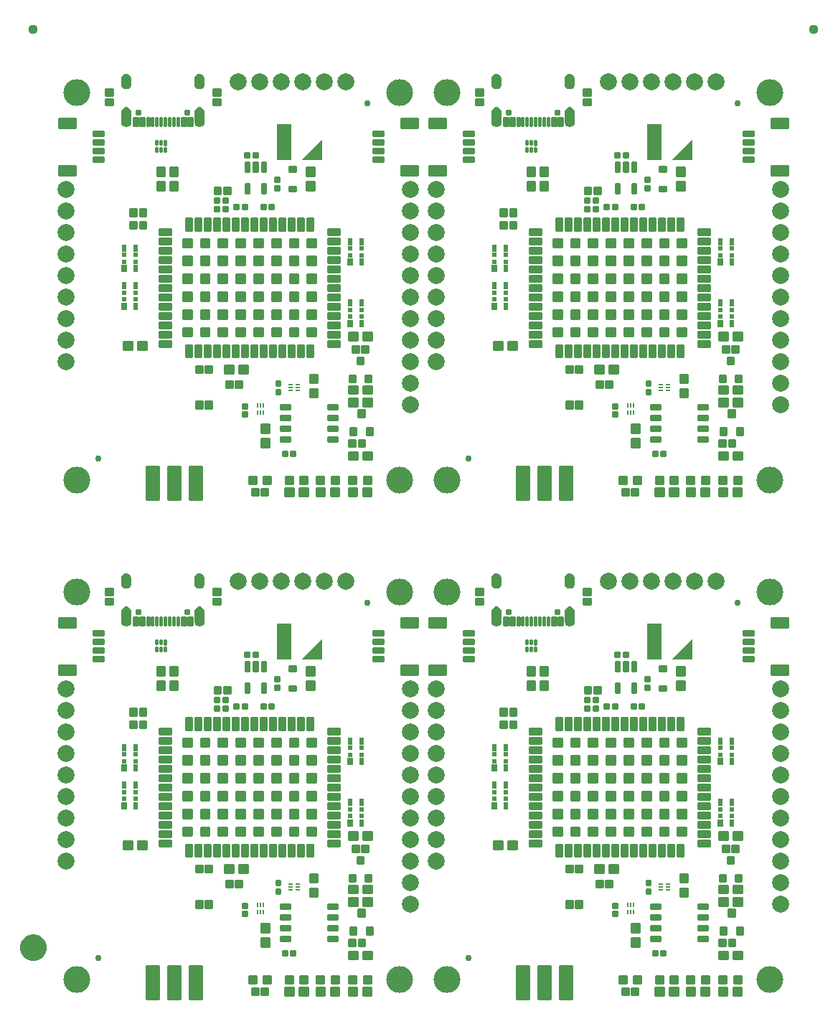
<source format=gts>
G04 EAGLE Gerber RS-274X export*
G75*
%MOMM*%
%FSLAX34Y34*%
%LPD*%
%INSoldermask Top*%
%IPPOS*%
%AMOC8*
5,1,8,0,0,1.08239X$1,22.5*%
G01*
%ADD10C,0.225588*%
%ADD11C,0.225369*%
%ADD12C,0.224709*%
%ADD13C,2.006600*%
%ADD14C,0.227100*%
%ADD15C,0.225400*%
%ADD16C,0.762000*%
%ADD17C,3.175000*%
%ADD18C,0.428259*%
%ADD19C,0.230578*%
%ADD20C,0.777000*%
%ADD21C,0.223409*%
%ADD22C,0.229969*%
%ADD23C,0.231750*%
%ADD24R,0.620000X0.840000*%
%ADD25R,0.620000X0.560000*%
%ADD26R,0.640000X0.840000*%
%ADD27C,0.227778*%
%ADD28R,0.240000X0.520000*%
%ADD29R,0.520000X0.240000*%
%ADD30R,1.700000X4.200000*%
%ADD31C,0.220859*%
%ADD32C,1.127000*%
%ADD33C,1.270000*%
%ADD34C,1.627000*%

G36*
X315106Y992766D02*
X315106Y992766D01*
X315123Y992763D01*
X315173Y992785D01*
X315224Y992800D01*
X315235Y992813D01*
X315251Y992820D01*
X315281Y992865D01*
X315316Y992905D01*
X315319Y992922D01*
X315328Y992937D01*
X315339Y993010D01*
X315339Y1017010D01*
X315327Y1017052D01*
X315324Y1017096D01*
X315308Y1017118D01*
X315300Y1017144D01*
X315267Y1017173D01*
X315241Y1017208D01*
X315215Y1017218D01*
X315195Y1017236D01*
X315151Y1017243D01*
X315111Y1017258D01*
X315084Y1017253D01*
X315057Y1017257D01*
X315016Y1017239D01*
X314974Y1017230D01*
X314938Y1017204D01*
X314929Y1017200D01*
X314925Y1017195D01*
X314914Y1017186D01*
X290914Y993186D01*
X290893Y993148D01*
X290864Y993115D01*
X290860Y993088D01*
X290847Y993064D01*
X290850Y993020D01*
X290843Y992977D01*
X290854Y992952D01*
X290856Y992924D01*
X290882Y992889D01*
X290900Y992849D01*
X290923Y992834D01*
X290939Y992812D01*
X290980Y992796D01*
X291017Y992772D01*
X291060Y992765D01*
X291069Y992762D01*
X291076Y992763D01*
X291090Y992761D01*
X315090Y992761D01*
X315106Y992766D01*
G37*
G36*
X751986Y992766D02*
X751986Y992766D01*
X752003Y992763D01*
X752053Y992785D01*
X752104Y992800D01*
X752115Y992813D01*
X752131Y992820D01*
X752161Y992865D01*
X752196Y992905D01*
X752199Y992922D01*
X752208Y992937D01*
X752219Y993010D01*
X752219Y1017010D01*
X752207Y1017052D01*
X752204Y1017096D01*
X752188Y1017118D01*
X752180Y1017144D01*
X752147Y1017173D01*
X752121Y1017208D01*
X752095Y1017218D01*
X752075Y1017236D01*
X752031Y1017243D01*
X751991Y1017258D01*
X751964Y1017253D01*
X751937Y1017257D01*
X751896Y1017239D01*
X751854Y1017230D01*
X751818Y1017204D01*
X751809Y1017200D01*
X751805Y1017195D01*
X751794Y1017186D01*
X727794Y993186D01*
X727773Y993148D01*
X727744Y993115D01*
X727740Y993088D01*
X727727Y993064D01*
X727730Y993020D01*
X727723Y992977D01*
X727734Y992952D01*
X727736Y992924D01*
X727762Y992889D01*
X727780Y992849D01*
X727803Y992834D01*
X727819Y992812D01*
X727860Y992796D01*
X727897Y992772D01*
X727940Y992765D01*
X727949Y992762D01*
X727956Y992763D01*
X727970Y992761D01*
X751970Y992761D01*
X751986Y992766D01*
G37*
G36*
X751986Y403486D02*
X751986Y403486D01*
X752003Y403483D01*
X752053Y403505D01*
X752104Y403520D01*
X752115Y403533D01*
X752131Y403540D01*
X752161Y403585D01*
X752196Y403625D01*
X752199Y403642D01*
X752208Y403657D01*
X752219Y403730D01*
X752219Y427730D01*
X752207Y427772D01*
X752204Y427816D01*
X752188Y427838D01*
X752180Y427864D01*
X752147Y427893D01*
X752121Y427928D01*
X752095Y427938D01*
X752075Y427956D01*
X752031Y427963D01*
X751991Y427978D01*
X751964Y427973D01*
X751937Y427977D01*
X751896Y427959D01*
X751854Y427950D01*
X751818Y427924D01*
X751809Y427920D01*
X751805Y427915D01*
X751794Y427906D01*
X727794Y403906D01*
X727773Y403868D01*
X727744Y403835D01*
X727740Y403808D01*
X727727Y403784D01*
X727730Y403740D01*
X727723Y403697D01*
X727734Y403672D01*
X727736Y403644D01*
X727762Y403609D01*
X727780Y403569D01*
X727803Y403554D01*
X727819Y403532D01*
X727860Y403516D01*
X727897Y403492D01*
X727940Y403485D01*
X727949Y403482D01*
X727956Y403483D01*
X727970Y403481D01*
X751970Y403481D01*
X751986Y403486D01*
G37*
G36*
X315106Y403486D02*
X315106Y403486D01*
X315123Y403483D01*
X315173Y403505D01*
X315224Y403520D01*
X315235Y403533D01*
X315251Y403540D01*
X315281Y403585D01*
X315316Y403625D01*
X315319Y403642D01*
X315328Y403657D01*
X315339Y403730D01*
X315339Y427730D01*
X315327Y427772D01*
X315324Y427816D01*
X315308Y427838D01*
X315300Y427864D01*
X315267Y427893D01*
X315241Y427928D01*
X315215Y427938D01*
X315195Y427956D01*
X315151Y427963D01*
X315111Y427978D01*
X315084Y427973D01*
X315057Y427977D01*
X315016Y427959D01*
X314974Y427950D01*
X314938Y427924D01*
X314929Y427920D01*
X314925Y427915D01*
X314914Y427906D01*
X290914Y403906D01*
X290893Y403868D01*
X290864Y403835D01*
X290860Y403808D01*
X290847Y403784D01*
X290850Y403740D01*
X290843Y403697D01*
X290854Y403672D01*
X290856Y403644D01*
X290882Y403609D01*
X290900Y403569D01*
X290923Y403554D01*
X290939Y403532D01*
X290980Y403516D01*
X291017Y403492D01*
X291060Y403485D01*
X291069Y403482D01*
X291076Y403483D01*
X291090Y403481D01*
X315090Y403481D01*
X315106Y403486D01*
G37*
G36*
X171334Y1031702D02*
X171334Y1031702D01*
X171339Y1031707D01*
X171343Y1031703D01*
X172440Y1031990D01*
X172444Y1031996D01*
X172449Y1031993D01*
X173468Y1032488D01*
X173471Y1032494D01*
X173476Y1032493D01*
X174379Y1033177D01*
X174381Y1033184D01*
X174386Y1033184D01*
X175139Y1034031D01*
X175139Y1034038D01*
X175144Y1034039D01*
X175717Y1035016D01*
X175716Y1035019D01*
X175717Y1035020D01*
X175716Y1035021D01*
X175716Y1035023D01*
X175721Y1035025D01*
X176092Y1036096D01*
X176090Y1036101D01*
X176093Y1036103D01*
X176092Y1036104D01*
X176094Y1036105D01*
X176249Y1037227D01*
X176246Y1037232D01*
X176249Y1037234D01*
X176249Y1049234D01*
X176246Y1049239D01*
X176249Y1049242D01*
X176044Y1050509D01*
X176038Y1050515D01*
X176041Y1050520D01*
X175559Y1051709D01*
X175552Y1051713D01*
X175554Y1051719D01*
X174820Y1052772D01*
X174812Y1052774D01*
X174813Y1052780D01*
X173863Y1053643D01*
X173854Y1053644D01*
X173854Y1053649D01*
X172735Y1054279D01*
X172727Y1054278D01*
X172725Y1054284D01*
X171495Y1054649D01*
X171487Y1054646D01*
X171484Y1054651D01*
X170203Y1054733D01*
X170197Y1054733D01*
X168916Y1054651D01*
X168910Y1054645D01*
X168905Y1054649D01*
X167675Y1054284D01*
X167670Y1054277D01*
X167665Y1054279D01*
X166546Y1053649D01*
X166543Y1053642D01*
X166537Y1053643D01*
X165587Y1052780D01*
X165586Y1052772D01*
X165580Y1052772D01*
X164846Y1051719D01*
X164846Y1051711D01*
X164841Y1051709D01*
X164359Y1050520D01*
X164361Y1050514D01*
X164357Y1050511D01*
X164358Y1050510D01*
X164356Y1050509D01*
X164151Y1049242D01*
X164154Y1049237D01*
X164151Y1049234D01*
X164151Y1037234D01*
X164154Y1037230D01*
X164151Y1037227D01*
X164306Y1036105D01*
X164311Y1036100D01*
X164308Y1036096D01*
X164679Y1035025D01*
X164685Y1035021D01*
X164683Y1035016D01*
X165256Y1034039D01*
X165262Y1034036D01*
X165261Y1034031D01*
X166014Y1033184D01*
X166021Y1033182D01*
X166021Y1033177D01*
X166924Y1032493D01*
X166931Y1032493D01*
X166932Y1032488D01*
X167951Y1031993D01*
X167958Y1031995D01*
X167960Y1031990D01*
X169057Y1031703D01*
X169063Y1031706D01*
X169066Y1031702D01*
X170197Y1031635D01*
X170201Y1031637D01*
X170203Y1031635D01*
X171334Y1031702D01*
G37*
G36*
X84934Y1031702D02*
X84934Y1031702D01*
X84939Y1031707D01*
X84943Y1031703D01*
X86040Y1031990D01*
X86044Y1031996D01*
X86049Y1031993D01*
X87068Y1032488D01*
X87071Y1032494D01*
X87076Y1032493D01*
X87979Y1033177D01*
X87981Y1033184D01*
X87986Y1033184D01*
X88739Y1034031D01*
X88739Y1034038D01*
X88744Y1034039D01*
X89317Y1035016D01*
X89316Y1035019D01*
X89317Y1035020D01*
X89316Y1035021D01*
X89316Y1035023D01*
X89321Y1035025D01*
X89692Y1036096D01*
X89690Y1036101D01*
X89693Y1036103D01*
X89692Y1036104D01*
X89694Y1036105D01*
X89849Y1037227D01*
X89846Y1037232D01*
X89849Y1037234D01*
X89849Y1049234D01*
X89846Y1049239D01*
X89849Y1049242D01*
X89644Y1050509D01*
X89638Y1050515D01*
X89641Y1050520D01*
X89159Y1051709D01*
X89152Y1051713D01*
X89154Y1051719D01*
X88420Y1052772D01*
X88412Y1052774D01*
X88413Y1052780D01*
X87463Y1053643D01*
X87454Y1053644D01*
X87454Y1053649D01*
X86335Y1054279D01*
X86327Y1054278D01*
X86325Y1054284D01*
X85095Y1054649D01*
X85087Y1054646D01*
X85084Y1054651D01*
X83803Y1054733D01*
X83797Y1054733D01*
X82516Y1054651D01*
X82510Y1054645D01*
X82505Y1054649D01*
X81275Y1054284D01*
X81270Y1054277D01*
X81265Y1054279D01*
X80146Y1053649D01*
X80143Y1053642D01*
X80137Y1053643D01*
X79187Y1052780D01*
X79186Y1052772D01*
X79180Y1052772D01*
X78446Y1051719D01*
X78446Y1051711D01*
X78441Y1051709D01*
X77959Y1050520D01*
X77961Y1050514D01*
X77957Y1050511D01*
X77958Y1050510D01*
X77956Y1050509D01*
X77751Y1049242D01*
X77754Y1049237D01*
X77751Y1049234D01*
X77751Y1037234D01*
X77754Y1037230D01*
X77751Y1037227D01*
X77906Y1036105D01*
X77911Y1036100D01*
X77908Y1036096D01*
X78279Y1035025D01*
X78285Y1035021D01*
X78283Y1035016D01*
X78856Y1034039D01*
X78862Y1034036D01*
X78861Y1034031D01*
X79614Y1033184D01*
X79621Y1033182D01*
X79621Y1033177D01*
X80524Y1032493D01*
X80531Y1032493D01*
X80532Y1032488D01*
X81551Y1031993D01*
X81558Y1031995D01*
X81560Y1031990D01*
X82657Y1031703D01*
X82663Y1031706D01*
X82666Y1031702D01*
X83797Y1031635D01*
X83801Y1031637D01*
X83803Y1031635D01*
X84934Y1031702D01*
G37*
G36*
X521814Y1031702D02*
X521814Y1031702D01*
X521819Y1031707D01*
X521823Y1031703D01*
X522920Y1031990D01*
X522924Y1031996D01*
X522929Y1031993D01*
X523948Y1032488D01*
X523951Y1032494D01*
X523956Y1032493D01*
X524859Y1033177D01*
X524861Y1033184D01*
X524866Y1033184D01*
X525619Y1034031D01*
X525619Y1034038D01*
X525624Y1034039D01*
X526197Y1035016D01*
X526196Y1035019D01*
X526197Y1035020D01*
X526196Y1035021D01*
X526196Y1035023D01*
X526201Y1035025D01*
X526572Y1036096D01*
X526570Y1036101D01*
X526573Y1036103D01*
X526572Y1036104D01*
X526574Y1036105D01*
X526729Y1037227D01*
X526726Y1037232D01*
X526729Y1037234D01*
X526729Y1049234D01*
X526726Y1049239D01*
X526729Y1049242D01*
X526524Y1050509D01*
X526518Y1050515D01*
X526521Y1050520D01*
X526039Y1051709D01*
X526032Y1051713D01*
X526034Y1051719D01*
X525300Y1052772D01*
X525292Y1052774D01*
X525293Y1052780D01*
X524343Y1053643D01*
X524334Y1053644D01*
X524334Y1053649D01*
X523215Y1054279D01*
X523207Y1054278D01*
X523205Y1054284D01*
X521975Y1054649D01*
X521967Y1054646D01*
X521964Y1054651D01*
X520683Y1054733D01*
X520677Y1054733D01*
X519396Y1054651D01*
X519390Y1054645D01*
X519385Y1054649D01*
X518155Y1054284D01*
X518150Y1054277D01*
X518145Y1054279D01*
X517026Y1053649D01*
X517023Y1053642D01*
X517017Y1053643D01*
X516067Y1052780D01*
X516066Y1052772D01*
X516060Y1052772D01*
X515326Y1051719D01*
X515326Y1051711D01*
X515321Y1051709D01*
X514839Y1050520D01*
X514841Y1050514D01*
X514837Y1050511D01*
X514838Y1050510D01*
X514836Y1050509D01*
X514631Y1049242D01*
X514634Y1049237D01*
X514631Y1049234D01*
X514631Y1037234D01*
X514634Y1037230D01*
X514631Y1037227D01*
X514786Y1036105D01*
X514791Y1036100D01*
X514788Y1036096D01*
X515159Y1035025D01*
X515165Y1035021D01*
X515163Y1035016D01*
X515736Y1034039D01*
X515742Y1034036D01*
X515741Y1034031D01*
X516494Y1033184D01*
X516501Y1033182D01*
X516501Y1033177D01*
X517404Y1032493D01*
X517411Y1032493D01*
X517412Y1032488D01*
X518431Y1031993D01*
X518438Y1031995D01*
X518440Y1031990D01*
X519537Y1031703D01*
X519543Y1031706D01*
X519546Y1031702D01*
X520677Y1031635D01*
X520681Y1031637D01*
X520683Y1031635D01*
X521814Y1031702D01*
G37*
G36*
X608214Y1031702D02*
X608214Y1031702D01*
X608219Y1031707D01*
X608223Y1031703D01*
X609320Y1031990D01*
X609324Y1031996D01*
X609329Y1031993D01*
X610348Y1032488D01*
X610351Y1032494D01*
X610356Y1032493D01*
X611259Y1033177D01*
X611261Y1033184D01*
X611266Y1033184D01*
X612019Y1034031D01*
X612019Y1034038D01*
X612024Y1034039D01*
X612597Y1035016D01*
X612596Y1035019D01*
X612597Y1035020D01*
X612596Y1035021D01*
X612596Y1035023D01*
X612601Y1035025D01*
X612972Y1036096D01*
X612970Y1036101D01*
X612973Y1036103D01*
X612972Y1036104D01*
X612974Y1036105D01*
X613129Y1037227D01*
X613126Y1037232D01*
X613129Y1037234D01*
X613129Y1049234D01*
X613126Y1049239D01*
X613129Y1049242D01*
X612924Y1050509D01*
X612918Y1050515D01*
X612921Y1050520D01*
X612439Y1051709D01*
X612432Y1051713D01*
X612434Y1051719D01*
X611700Y1052772D01*
X611692Y1052774D01*
X611693Y1052780D01*
X610743Y1053643D01*
X610734Y1053644D01*
X610734Y1053649D01*
X609615Y1054279D01*
X609607Y1054278D01*
X609605Y1054284D01*
X608375Y1054649D01*
X608367Y1054646D01*
X608364Y1054651D01*
X607083Y1054733D01*
X607077Y1054733D01*
X605796Y1054651D01*
X605790Y1054645D01*
X605785Y1054649D01*
X604555Y1054284D01*
X604550Y1054277D01*
X604545Y1054279D01*
X603426Y1053649D01*
X603423Y1053642D01*
X603417Y1053643D01*
X602467Y1052780D01*
X602466Y1052772D01*
X602460Y1052772D01*
X601726Y1051719D01*
X601726Y1051711D01*
X601721Y1051709D01*
X601239Y1050520D01*
X601241Y1050514D01*
X601237Y1050511D01*
X601238Y1050510D01*
X601236Y1050509D01*
X601031Y1049242D01*
X601034Y1049237D01*
X601031Y1049234D01*
X601031Y1037234D01*
X601034Y1037230D01*
X601031Y1037227D01*
X601186Y1036105D01*
X601191Y1036100D01*
X601188Y1036096D01*
X601559Y1035025D01*
X601565Y1035021D01*
X601563Y1035016D01*
X602136Y1034039D01*
X602142Y1034036D01*
X602141Y1034031D01*
X602894Y1033184D01*
X602901Y1033182D01*
X602901Y1033177D01*
X603804Y1032493D01*
X603811Y1032493D01*
X603812Y1032488D01*
X604831Y1031993D01*
X604838Y1031995D01*
X604840Y1031990D01*
X605937Y1031703D01*
X605943Y1031706D01*
X605946Y1031702D01*
X607077Y1031635D01*
X607081Y1031637D01*
X607083Y1031635D01*
X608214Y1031702D01*
G37*
G36*
X521814Y442422D02*
X521814Y442422D01*
X521819Y442427D01*
X521823Y442423D01*
X522920Y442710D01*
X522924Y442716D01*
X522929Y442713D01*
X523948Y443208D01*
X523951Y443214D01*
X523956Y443213D01*
X524859Y443897D01*
X524861Y443904D01*
X524866Y443904D01*
X525619Y444751D01*
X525619Y444758D01*
X525624Y444759D01*
X526197Y445736D01*
X526196Y445739D01*
X526197Y445740D01*
X526196Y445741D01*
X526196Y445743D01*
X526201Y445745D01*
X526572Y446816D01*
X526570Y446821D01*
X526573Y446823D01*
X526572Y446824D01*
X526574Y446825D01*
X526729Y447947D01*
X526726Y447952D01*
X526729Y447954D01*
X526729Y459954D01*
X526726Y459959D01*
X526729Y459962D01*
X526524Y461229D01*
X526518Y461235D01*
X526521Y461240D01*
X526039Y462429D01*
X526032Y462433D01*
X526034Y462439D01*
X525300Y463492D01*
X525292Y463494D01*
X525293Y463500D01*
X524343Y464363D01*
X524334Y464364D01*
X524334Y464369D01*
X523215Y464999D01*
X523207Y464998D01*
X523205Y465004D01*
X521975Y465369D01*
X521967Y465366D01*
X521964Y465371D01*
X520683Y465453D01*
X520677Y465453D01*
X519396Y465371D01*
X519390Y465365D01*
X519385Y465369D01*
X518155Y465004D01*
X518150Y464997D01*
X518145Y464999D01*
X517026Y464369D01*
X517023Y464362D01*
X517017Y464363D01*
X516067Y463500D01*
X516066Y463492D01*
X516060Y463492D01*
X515326Y462439D01*
X515326Y462431D01*
X515321Y462429D01*
X514839Y461240D01*
X514841Y461234D01*
X514837Y461231D01*
X514838Y461230D01*
X514836Y461229D01*
X514631Y459962D01*
X514634Y459957D01*
X514631Y459954D01*
X514631Y447954D01*
X514634Y447950D01*
X514631Y447947D01*
X514786Y446825D01*
X514791Y446820D01*
X514788Y446816D01*
X515159Y445745D01*
X515165Y445741D01*
X515163Y445736D01*
X515736Y444759D01*
X515742Y444756D01*
X515741Y444751D01*
X516494Y443904D01*
X516501Y443902D01*
X516501Y443897D01*
X517404Y443213D01*
X517411Y443213D01*
X517412Y443208D01*
X518431Y442713D01*
X518438Y442715D01*
X518440Y442710D01*
X519537Y442423D01*
X519543Y442426D01*
X519546Y442422D01*
X520677Y442355D01*
X520681Y442357D01*
X520683Y442355D01*
X521814Y442422D01*
G37*
G36*
X84934Y442422D02*
X84934Y442422D01*
X84939Y442427D01*
X84943Y442423D01*
X86040Y442710D01*
X86044Y442716D01*
X86049Y442713D01*
X87068Y443208D01*
X87071Y443214D01*
X87076Y443213D01*
X87979Y443897D01*
X87981Y443904D01*
X87986Y443904D01*
X88739Y444751D01*
X88739Y444758D01*
X88744Y444759D01*
X89317Y445736D01*
X89316Y445739D01*
X89317Y445740D01*
X89316Y445741D01*
X89316Y445743D01*
X89321Y445745D01*
X89692Y446816D01*
X89690Y446821D01*
X89693Y446823D01*
X89692Y446824D01*
X89694Y446825D01*
X89849Y447947D01*
X89846Y447952D01*
X89849Y447954D01*
X89849Y459954D01*
X89846Y459959D01*
X89849Y459962D01*
X89644Y461229D01*
X89638Y461235D01*
X89641Y461240D01*
X89159Y462429D01*
X89152Y462433D01*
X89154Y462439D01*
X88420Y463492D01*
X88412Y463494D01*
X88413Y463500D01*
X87463Y464363D01*
X87454Y464364D01*
X87454Y464369D01*
X86335Y464999D01*
X86327Y464998D01*
X86325Y465004D01*
X85095Y465369D01*
X85087Y465366D01*
X85084Y465371D01*
X83803Y465453D01*
X83797Y465453D01*
X82516Y465371D01*
X82510Y465365D01*
X82505Y465369D01*
X81275Y465004D01*
X81270Y464997D01*
X81265Y464999D01*
X80146Y464369D01*
X80143Y464362D01*
X80137Y464363D01*
X79187Y463500D01*
X79186Y463492D01*
X79180Y463492D01*
X78446Y462439D01*
X78446Y462431D01*
X78441Y462429D01*
X77959Y461240D01*
X77961Y461234D01*
X77957Y461231D01*
X77958Y461230D01*
X77956Y461229D01*
X77751Y459962D01*
X77754Y459957D01*
X77751Y459954D01*
X77751Y447954D01*
X77754Y447950D01*
X77751Y447947D01*
X77906Y446825D01*
X77911Y446820D01*
X77908Y446816D01*
X78279Y445745D01*
X78285Y445741D01*
X78283Y445736D01*
X78856Y444759D01*
X78862Y444756D01*
X78861Y444751D01*
X79614Y443904D01*
X79621Y443902D01*
X79621Y443897D01*
X80524Y443213D01*
X80531Y443213D01*
X80532Y443208D01*
X81551Y442713D01*
X81558Y442715D01*
X81560Y442710D01*
X82657Y442423D01*
X82663Y442426D01*
X82666Y442422D01*
X83797Y442355D01*
X83801Y442357D01*
X83803Y442355D01*
X84934Y442422D01*
G37*
G36*
X171334Y442422D02*
X171334Y442422D01*
X171339Y442427D01*
X171343Y442423D01*
X172440Y442710D01*
X172444Y442716D01*
X172449Y442713D01*
X173468Y443208D01*
X173471Y443214D01*
X173476Y443213D01*
X174379Y443897D01*
X174381Y443904D01*
X174386Y443904D01*
X175139Y444751D01*
X175139Y444758D01*
X175144Y444759D01*
X175717Y445736D01*
X175716Y445739D01*
X175717Y445740D01*
X175716Y445741D01*
X175716Y445743D01*
X175721Y445745D01*
X176092Y446816D01*
X176090Y446821D01*
X176093Y446823D01*
X176092Y446824D01*
X176094Y446825D01*
X176249Y447947D01*
X176246Y447952D01*
X176249Y447954D01*
X176249Y459954D01*
X176246Y459959D01*
X176249Y459962D01*
X176044Y461229D01*
X176038Y461235D01*
X176041Y461240D01*
X175559Y462429D01*
X175552Y462433D01*
X175554Y462439D01*
X174820Y463492D01*
X174812Y463494D01*
X174813Y463500D01*
X173863Y464363D01*
X173854Y464364D01*
X173854Y464369D01*
X172735Y464999D01*
X172727Y464998D01*
X172725Y465004D01*
X171495Y465369D01*
X171487Y465366D01*
X171484Y465371D01*
X170203Y465453D01*
X170197Y465453D01*
X168916Y465371D01*
X168910Y465365D01*
X168905Y465369D01*
X167675Y465004D01*
X167670Y464997D01*
X167665Y464999D01*
X166546Y464369D01*
X166543Y464362D01*
X166537Y464363D01*
X165587Y463500D01*
X165586Y463492D01*
X165580Y463492D01*
X164846Y462439D01*
X164846Y462431D01*
X164841Y462429D01*
X164359Y461240D01*
X164361Y461234D01*
X164357Y461231D01*
X164358Y461230D01*
X164356Y461229D01*
X164151Y459962D01*
X164154Y459957D01*
X164151Y459954D01*
X164151Y447954D01*
X164154Y447950D01*
X164151Y447947D01*
X164306Y446825D01*
X164311Y446820D01*
X164308Y446816D01*
X164679Y445745D01*
X164685Y445741D01*
X164683Y445736D01*
X165256Y444759D01*
X165262Y444756D01*
X165261Y444751D01*
X166014Y443904D01*
X166021Y443902D01*
X166021Y443897D01*
X166924Y443213D01*
X166931Y443213D01*
X166932Y443208D01*
X167951Y442713D01*
X167958Y442715D01*
X167960Y442710D01*
X169057Y442423D01*
X169063Y442426D01*
X169066Y442422D01*
X170197Y442355D01*
X170201Y442357D01*
X170203Y442355D01*
X171334Y442422D01*
G37*
G36*
X608214Y442422D02*
X608214Y442422D01*
X608219Y442427D01*
X608223Y442423D01*
X609320Y442710D01*
X609324Y442716D01*
X609329Y442713D01*
X610348Y443208D01*
X610351Y443214D01*
X610356Y443213D01*
X611259Y443897D01*
X611261Y443904D01*
X611266Y443904D01*
X612019Y444751D01*
X612019Y444758D01*
X612024Y444759D01*
X612597Y445736D01*
X612596Y445739D01*
X612597Y445740D01*
X612596Y445741D01*
X612596Y445743D01*
X612601Y445745D01*
X612972Y446816D01*
X612970Y446821D01*
X612973Y446823D01*
X612972Y446824D01*
X612974Y446825D01*
X613129Y447947D01*
X613126Y447952D01*
X613129Y447954D01*
X613129Y459954D01*
X613126Y459959D01*
X613129Y459962D01*
X612924Y461229D01*
X612918Y461235D01*
X612921Y461240D01*
X612439Y462429D01*
X612432Y462433D01*
X612434Y462439D01*
X611700Y463492D01*
X611692Y463494D01*
X611693Y463500D01*
X610743Y464363D01*
X610734Y464364D01*
X610734Y464369D01*
X609615Y464999D01*
X609607Y464998D01*
X609605Y465004D01*
X608375Y465369D01*
X608367Y465366D01*
X608364Y465371D01*
X607083Y465453D01*
X607077Y465453D01*
X605796Y465371D01*
X605790Y465365D01*
X605785Y465369D01*
X604555Y465004D01*
X604550Y464997D01*
X604545Y464999D01*
X603426Y464369D01*
X603423Y464362D01*
X603417Y464363D01*
X602467Y463500D01*
X602466Y463492D01*
X602460Y463492D01*
X601726Y462439D01*
X601726Y462431D01*
X601721Y462429D01*
X601239Y461240D01*
X601241Y461234D01*
X601237Y461231D01*
X601238Y461230D01*
X601236Y461229D01*
X601031Y459962D01*
X601034Y459957D01*
X601031Y459954D01*
X601031Y447954D01*
X601034Y447950D01*
X601031Y447947D01*
X601186Y446825D01*
X601191Y446820D01*
X601188Y446816D01*
X601559Y445745D01*
X601565Y445741D01*
X601563Y445736D01*
X602136Y444759D01*
X602142Y444756D01*
X602141Y444751D01*
X602894Y443904D01*
X602901Y443902D01*
X602901Y443897D01*
X603804Y443213D01*
X603811Y443213D01*
X603812Y443208D01*
X604831Y442713D01*
X604838Y442715D01*
X604840Y442710D01*
X605937Y442423D01*
X605943Y442426D01*
X605946Y442422D01*
X607077Y442355D01*
X607081Y442357D01*
X607083Y442355D01*
X608214Y442422D01*
G37*
G36*
X170202Y1075939D02*
X170202Y1075939D01*
X170206Y1075935D01*
X171546Y1076092D01*
X171552Y1076097D01*
X171557Y1076094D01*
X172828Y1076545D01*
X172833Y1076552D01*
X172838Y1076550D01*
X173977Y1077272D01*
X173980Y1077280D01*
X173986Y1077279D01*
X174936Y1078237D01*
X174937Y1078245D01*
X174943Y1078246D01*
X175656Y1079391D01*
X175655Y1079400D01*
X175661Y1079401D01*
X176101Y1080677D01*
X176099Y1080684D01*
X176103Y1080687D01*
X176249Y1082029D01*
X176247Y1082032D01*
X176249Y1082034D01*
X176249Y1088034D01*
X176247Y1088038D01*
X176249Y1088040D01*
X176094Y1089369D01*
X176088Y1089375D01*
X176091Y1089379D01*
X175644Y1090640D01*
X175637Y1090645D01*
X175639Y1090650D01*
X174922Y1091780D01*
X174915Y1091783D01*
X174916Y1091789D01*
X173966Y1092731D01*
X173957Y1092732D01*
X173957Y1092738D01*
X172821Y1093445D01*
X172813Y1093444D01*
X172811Y1093450D01*
X171546Y1093886D01*
X171538Y1093884D01*
X171536Y1093889D01*
X170205Y1094033D01*
X170199Y1094029D01*
X170195Y1094033D01*
X169029Y1093923D01*
X169024Y1093918D01*
X169020Y1093921D01*
X167897Y1093586D01*
X167893Y1093580D01*
X167889Y1093582D01*
X166853Y1093034D01*
X166850Y1093028D01*
X166845Y1093029D01*
X165937Y1092290D01*
X165935Y1092283D01*
X165930Y1092283D01*
X165183Y1091381D01*
X165183Y1091374D01*
X165178Y1091373D01*
X164621Y1090342D01*
X164622Y1090335D01*
X164617Y1090333D01*
X164273Y1089214D01*
X164275Y1089207D01*
X164271Y1089204D01*
X164151Y1088039D01*
X164153Y1088036D01*
X164151Y1088034D01*
X164151Y1082034D01*
X164153Y1082031D01*
X164151Y1082029D01*
X164262Y1080853D01*
X164267Y1080848D01*
X164264Y1080844D01*
X164602Y1079712D01*
X164608Y1079708D01*
X164606Y1079703D01*
X165158Y1078659D01*
X165165Y1078656D01*
X165163Y1078651D01*
X165909Y1077735D01*
X165916Y1077734D01*
X165916Y1077728D01*
X166826Y1076975D01*
X166833Y1076975D01*
X166834Y1076970D01*
X167873Y1076409D01*
X167880Y1076410D01*
X167882Y1076405D01*
X169011Y1076058D01*
X169017Y1076060D01*
X169020Y1076056D01*
X170195Y1075935D01*
X170202Y1075939D01*
G37*
G36*
X607082Y1075939D02*
X607082Y1075939D01*
X607086Y1075935D01*
X608426Y1076092D01*
X608432Y1076097D01*
X608437Y1076094D01*
X609708Y1076545D01*
X609713Y1076552D01*
X609718Y1076550D01*
X610857Y1077272D01*
X610860Y1077280D01*
X610866Y1077279D01*
X611816Y1078237D01*
X611817Y1078245D01*
X611823Y1078246D01*
X612536Y1079391D01*
X612535Y1079400D01*
X612541Y1079401D01*
X612981Y1080677D01*
X612979Y1080684D01*
X612983Y1080687D01*
X613129Y1082029D01*
X613127Y1082032D01*
X613129Y1082034D01*
X613129Y1088034D01*
X613127Y1088038D01*
X613129Y1088040D01*
X612974Y1089369D01*
X612968Y1089375D01*
X612971Y1089379D01*
X612524Y1090640D01*
X612517Y1090645D01*
X612519Y1090650D01*
X611802Y1091780D01*
X611795Y1091783D01*
X611796Y1091789D01*
X610846Y1092731D01*
X610837Y1092732D01*
X610837Y1092738D01*
X609701Y1093445D01*
X609693Y1093444D01*
X609691Y1093450D01*
X608426Y1093886D01*
X608418Y1093884D01*
X608416Y1093889D01*
X607085Y1094033D01*
X607079Y1094029D01*
X607075Y1094033D01*
X605909Y1093923D01*
X605904Y1093918D01*
X605900Y1093921D01*
X604777Y1093586D01*
X604773Y1093580D01*
X604769Y1093582D01*
X603733Y1093034D01*
X603730Y1093028D01*
X603725Y1093029D01*
X602817Y1092290D01*
X602815Y1092283D01*
X602810Y1092283D01*
X602063Y1091381D01*
X602063Y1091374D01*
X602058Y1091373D01*
X601501Y1090342D01*
X601502Y1090335D01*
X601497Y1090333D01*
X601153Y1089214D01*
X601155Y1089207D01*
X601151Y1089204D01*
X601031Y1088039D01*
X601033Y1088036D01*
X601031Y1088034D01*
X601031Y1082034D01*
X601033Y1082031D01*
X601031Y1082029D01*
X601142Y1080853D01*
X601147Y1080848D01*
X601144Y1080844D01*
X601482Y1079712D01*
X601488Y1079708D01*
X601486Y1079703D01*
X602038Y1078659D01*
X602045Y1078656D01*
X602043Y1078651D01*
X602789Y1077735D01*
X602796Y1077734D01*
X602796Y1077728D01*
X603706Y1076975D01*
X603713Y1076975D01*
X603714Y1076970D01*
X604753Y1076409D01*
X604760Y1076410D01*
X604762Y1076405D01*
X605891Y1076058D01*
X605897Y1076060D01*
X605900Y1076056D01*
X607075Y1075935D01*
X607082Y1075939D01*
G37*
G36*
X520682Y1075939D02*
X520682Y1075939D01*
X520686Y1075935D01*
X522026Y1076092D01*
X522032Y1076097D01*
X522037Y1076094D01*
X523308Y1076545D01*
X523313Y1076552D01*
X523318Y1076550D01*
X524457Y1077272D01*
X524460Y1077280D01*
X524466Y1077279D01*
X525416Y1078237D01*
X525417Y1078245D01*
X525423Y1078246D01*
X526136Y1079391D01*
X526135Y1079400D01*
X526141Y1079401D01*
X526581Y1080677D01*
X526579Y1080684D01*
X526583Y1080687D01*
X526729Y1082029D01*
X526727Y1082032D01*
X526729Y1082034D01*
X526729Y1088034D01*
X526727Y1088038D01*
X526729Y1088040D01*
X526574Y1089369D01*
X526568Y1089375D01*
X526571Y1089379D01*
X526124Y1090640D01*
X526117Y1090645D01*
X526119Y1090650D01*
X525402Y1091780D01*
X525395Y1091783D01*
X525396Y1091789D01*
X524446Y1092731D01*
X524437Y1092732D01*
X524437Y1092738D01*
X523301Y1093445D01*
X523293Y1093444D01*
X523291Y1093450D01*
X522026Y1093886D01*
X522018Y1093884D01*
X522016Y1093889D01*
X520685Y1094033D01*
X520679Y1094029D01*
X520675Y1094033D01*
X519509Y1093923D01*
X519504Y1093918D01*
X519500Y1093921D01*
X518377Y1093586D01*
X518373Y1093580D01*
X518369Y1093582D01*
X517333Y1093034D01*
X517330Y1093028D01*
X517325Y1093029D01*
X516417Y1092290D01*
X516415Y1092283D01*
X516410Y1092283D01*
X515663Y1091381D01*
X515663Y1091374D01*
X515658Y1091373D01*
X515101Y1090342D01*
X515102Y1090335D01*
X515097Y1090333D01*
X514753Y1089214D01*
X514755Y1089207D01*
X514751Y1089204D01*
X514631Y1088039D01*
X514633Y1088036D01*
X514631Y1088034D01*
X514631Y1082034D01*
X514633Y1082031D01*
X514631Y1082029D01*
X514742Y1080853D01*
X514747Y1080848D01*
X514744Y1080844D01*
X515082Y1079712D01*
X515088Y1079708D01*
X515086Y1079703D01*
X515638Y1078659D01*
X515645Y1078656D01*
X515643Y1078651D01*
X516389Y1077735D01*
X516396Y1077734D01*
X516396Y1077728D01*
X517306Y1076975D01*
X517313Y1076975D01*
X517314Y1076970D01*
X518353Y1076409D01*
X518360Y1076410D01*
X518362Y1076405D01*
X519491Y1076058D01*
X519497Y1076060D01*
X519500Y1076056D01*
X520675Y1075935D01*
X520682Y1075939D01*
G37*
G36*
X83802Y1075939D02*
X83802Y1075939D01*
X83806Y1075935D01*
X85146Y1076092D01*
X85152Y1076097D01*
X85157Y1076094D01*
X86428Y1076545D01*
X86433Y1076552D01*
X86438Y1076550D01*
X87577Y1077272D01*
X87580Y1077280D01*
X87586Y1077279D01*
X88536Y1078237D01*
X88537Y1078245D01*
X88543Y1078246D01*
X89256Y1079391D01*
X89255Y1079400D01*
X89261Y1079401D01*
X89701Y1080677D01*
X89699Y1080684D01*
X89703Y1080687D01*
X89849Y1082029D01*
X89847Y1082032D01*
X89849Y1082034D01*
X89849Y1088034D01*
X89847Y1088038D01*
X89849Y1088040D01*
X89694Y1089369D01*
X89688Y1089375D01*
X89691Y1089379D01*
X89244Y1090640D01*
X89237Y1090645D01*
X89239Y1090650D01*
X88522Y1091780D01*
X88515Y1091783D01*
X88516Y1091789D01*
X87566Y1092731D01*
X87557Y1092732D01*
X87557Y1092738D01*
X86421Y1093445D01*
X86413Y1093444D01*
X86411Y1093450D01*
X85146Y1093886D01*
X85138Y1093884D01*
X85136Y1093889D01*
X83805Y1094033D01*
X83799Y1094029D01*
X83795Y1094033D01*
X82629Y1093923D01*
X82624Y1093918D01*
X82620Y1093921D01*
X81497Y1093586D01*
X81493Y1093580D01*
X81489Y1093582D01*
X80453Y1093034D01*
X80450Y1093028D01*
X80445Y1093029D01*
X79537Y1092290D01*
X79535Y1092283D01*
X79530Y1092283D01*
X78783Y1091381D01*
X78783Y1091374D01*
X78778Y1091373D01*
X78221Y1090342D01*
X78222Y1090335D01*
X78217Y1090333D01*
X77873Y1089214D01*
X77875Y1089207D01*
X77871Y1089204D01*
X77751Y1088039D01*
X77753Y1088036D01*
X77751Y1088034D01*
X77751Y1082034D01*
X77753Y1082031D01*
X77751Y1082029D01*
X77862Y1080853D01*
X77867Y1080848D01*
X77864Y1080844D01*
X78202Y1079712D01*
X78208Y1079708D01*
X78206Y1079703D01*
X78758Y1078659D01*
X78765Y1078656D01*
X78763Y1078651D01*
X79509Y1077735D01*
X79516Y1077734D01*
X79516Y1077728D01*
X80426Y1076975D01*
X80433Y1076975D01*
X80434Y1076970D01*
X81473Y1076409D01*
X81480Y1076410D01*
X81482Y1076405D01*
X82611Y1076058D01*
X82617Y1076060D01*
X82620Y1076056D01*
X83795Y1075935D01*
X83802Y1075939D01*
G37*
G36*
X607082Y486659D02*
X607082Y486659D01*
X607086Y486655D01*
X608426Y486812D01*
X608432Y486817D01*
X608437Y486814D01*
X609708Y487265D01*
X609713Y487272D01*
X609718Y487270D01*
X610857Y487992D01*
X610860Y488000D01*
X610866Y487999D01*
X611816Y488957D01*
X611817Y488965D01*
X611823Y488966D01*
X612536Y490111D01*
X612535Y490120D01*
X612541Y490121D01*
X612981Y491397D01*
X612979Y491404D01*
X612983Y491407D01*
X613129Y492749D01*
X613127Y492752D01*
X613129Y492754D01*
X613129Y498754D01*
X613127Y498758D01*
X613129Y498760D01*
X612974Y500089D01*
X612968Y500095D01*
X612971Y500099D01*
X612524Y501360D01*
X612517Y501365D01*
X612519Y501370D01*
X611802Y502500D01*
X611795Y502503D01*
X611796Y502509D01*
X610846Y503451D01*
X610837Y503452D01*
X610837Y503458D01*
X609701Y504165D01*
X609693Y504164D01*
X609691Y504170D01*
X608426Y504606D01*
X608418Y504604D01*
X608416Y504609D01*
X607085Y504753D01*
X607079Y504749D01*
X607075Y504753D01*
X605909Y504643D01*
X605904Y504638D01*
X605900Y504641D01*
X604777Y504306D01*
X604773Y504300D01*
X604769Y504302D01*
X603733Y503754D01*
X603730Y503748D01*
X603725Y503749D01*
X602817Y503010D01*
X602815Y503003D01*
X602810Y503003D01*
X602063Y502101D01*
X602063Y502094D01*
X602058Y502093D01*
X601501Y501062D01*
X601502Y501055D01*
X601497Y501053D01*
X601153Y499934D01*
X601155Y499927D01*
X601151Y499924D01*
X601031Y498759D01*
X601033Y498756D01*
X601031Y498754D01*
X601031Y492754D01*
X601033Y492751D01*
X601031Y492749D01*
X601142Y491573D01*
X601147Y491568D01*
X601144Y491564D01*
X601482Y490432D01*
X601488Y490428D01*
X601486Y490423D01*
X602038Y489379D01*
X602045Y489376D01*
X602043Y489371D01*
X602789Y488455D01*
X602796Y488454D01*
X602796Y488448D01*
X603706Y487695D01*
X603713Y487695D01*
X603714Y487690D01*
X604753Y487129D01*
X604760Y487130D01*
X604762Y487125D01*
X605891Y486778D01*
X605897Y486780D01*
X605900Y486776D01*
X607075Y486655D01*
X607082Y486659D01*
G37*
G36*
X520682Y486659D02*
X520682Y486659D01*
X520686Y486655D01*
X522026Y486812D01*
X522032Y486817D01*
X522037Y486814D01*
X523308Y487265D01*
X523313Y487272D01*
X523318Y487270D01*
X524457Y487992D01*
X524460Y488000D01*
X524466Y487999D01*
X525416Y488957D01*
X525417Y488965D01*
X525423Y488966D01*
X526136Y490111D01*
X526135Y490120D01*
X526141Y490121D01*
X526581Y491397D01*
X526579Y491404D01*
X526583Y491407D01*
X526729Y492749D01*
X526727Y492752D01*
X526729Y492754D01*
X526729Y498754D01*
X526727Y498758D01*
X526729Y498760D01*
X526574Y500089D01*
X526568Y500095D01*
X526571Y500099D01*
X526124Y501360D01*
X526117Y501365D01*
X526119Y501370D01*
X525402Y502500D01*
X525395Y502503D01*
X525396Y502509D01*
X524446Y503451D01*
X524437Y503452D01*
X524437Y503458D01*
X523301Y504165D01*
X523293Y504164D01*
X523291Y504170D01*
X522026Y504606D01*
X522018Y504604D01*
X522016Y504609D01*
X520685Y504753D01*
X520679Y504749D01*
X520675Y504753D01*
X519509Y504643D01*
X519504Y504638D01*
X519500Y504641D01*
X518377Y504306D01*
X518373Y504300D01*
X518369Y504302D01*
X517333Y503754D01*
X517330Y503748D01*
X517325Y503749D01*
X516417Y503010D01*
X516415Y503003D01*
X516410Y503003D01*
X515663Y502101D01*
X515663Y502094D01*
X515658Y502093D01*
X515101Y501062D01*
X515102Y501055D01*
X515097Y501053D01*
X514753Y499934D01*
X514755Y499927D01*
X514751Y499924D01*
X514631Y498759D01*
X514633Y498756D01*
X514631Y498754D01*
X514631Y492754D01*
X514633Y492751D01*
X514631Y492749D01*
X514742Y491573D01*
X514747Y491568D01*
X514744Y491564D01*
X515082Y490432D01*
X515088Y490428D01*
X515086Y490423D01*
X515638Y489379D01*
X515645Y489376D01*
X515643Y489371D01*
X516389Y488455D01*
X516396Y488454D01*
X516396Y488448D01*
X517306Y487695D01*
X517313Y487695D01*
X517314Y487690D01*
X518353Y487129D01*
X518360Y487130D01*
X518362Y487125D01*
X519491Y486778D01*
X519497Y486780D01*
X519500Y486776D01*
X520675Y486655D01*
X520682Y486659D01*
G37*
G36*
X83802Y486659D02*
X83802Y486659D01*
X83806Y486655D01*
X85146Y486812D01*
X85152Y486817D01*
X85157Y486814D01*
X86428Y487265D01*
X86433Y487272D01*
X86438Y487270D01*
X87577Y487992D01*
X87580Y488000D01*
X87586Y487999D01*
X88536Y488957D01*
X88537Y488965D01*
X88543Y488966D01*
X89256Y490111D01*
X89255Y490120D01*
X89261Y490121D01*
X89701Y491397D01*
X89699Y491404D01*
X89703Y491407D01*
X89849Y492749D01*
X89847Y492752D01*
X89849Y492754D01*
X89849Y498754D01*
X89847Y498758D01*
X89849Y498760D01*
X89694Y500089D01*
X89688Y500095D01*
X89691Y500099D01*
X89244Y501360D01*
X89237Y501365D01*
X89239Y501370D01*
X88522Y502500D01*
X88515Y502503D01*
X88516Y502509D01*
X87566Y503451D01*
X87557Y503452D01*
X87557Y503458D01*
X86421Y504165D01*
X86413Y504164D01*
X86411Y504170D01*
X85146Y504606D01*
X85138Y504604D01*
X85136Y504609D01*
X83805Y504753D01*
X83799Y504749D01*
X83795Y504753D01*
X82629Y504643D01*
X82624Y504638D01*
X82620Y504641D01*
X81497Y504306D01*
X81493Y504300D01*
X81489Y504302D01*
X80453Y503754D01*
X80450Y503748D01*
X80445Y503749D01*
X79537Y503010D01*
X79535Y503003D01*
X79530Y503003D01*
X78783Y502101D01*
X78783Y502094D01*
X78778Y502093D01*
X78221Y501062D01*
X78222Y501055D01*
X78217Y501053D01*
X77873Y499934D01*
X77875Y499927D01*
X77871Y499924D01*
X77751Y498759D01*
X77753Y498756D01*
X77751Y498754D01*
X77751Y492754D01*
X77753Y492751D01*
X77751Y492749D01*
X77862Y491573D01*
X77867Y491568D01*
X77864Y491564D01*
X78202Y490432D01*
X78208Y490428D01*
X78206Y490423D01*
X78758Y489379D01*
X78765Y489376D01*
X78763Y489371D01*
X79509Y488455D01*
X79516Y488454D01*
X79516Y488448D01*
X80426Y487695D01*
X80433Y487695D01*
X80434Y487690D01*
X81473Y487129D01*
X81480Y487130D01*
X81482Y487125D01*
X82611Y486778D01*
X82617Y486780D01*
X82620Y486776D01*
X83795Y486655D01*
X83802Y486659D01*
G37*
G36*
X170202Y486659D02*
X170202Y486659D01*
X170206Y486655D01*
X171546Y486812D01*
X171552Y486817D01*
X171557Y486814D01*
X172828Y487265D01*
X172833Y487272D01*
X172838Y487270D01*
X173977Y487992D01*
X173980Y488000D01*
X173986Y487999D01*
X174936Y488957D01*
X174937Y488965D01*
X174943Y488966D01*
X175656Y490111D01*
X175655Y490120D01*
X175661Y490121D01*
X176101Y491397D01*
X176099Y491404D01*
X176103Y491407D01*
X176249Y492749D01*
X176247Y492752D01*
X176249Y492754D01*
X176249Y498754D01*
X176247Y498758D01*
X176249Y498760D01*
X176094Y500089D01*
X176088Y500095D01*
X176091Y500099D01*
X175644Y501360D01*
X175637Y501365D01*
X175639Y501370D01*
X174922Y502500D01*
X174915Y502503D01*
X174916Y502509D01*
X173966Y503451D01*
X173957Y503452D01*
X173957Y503458D01*
X172821Y504165D01*
X172813Y504164D01*
X172811Y504170D01*
X171546Y504606D01*
X171538Y504604D01*
X171536Y504609D01*
X170205Y504753D01*
X170199Y504749D01*
X170195Y504753D01*
X169029Y504643D01*
X169024Y504638D01*
X169020Y504641D01*
X167897Y504306D01*
X167893Y504300D01*
X167889Y504302D01*
X166853Y503754D01*
X166850Y503748D01*
X166845Y503749D01*
X165937Y503010D01*
X165935Y503003D01*
X165930Y503003D01*
X165183Y502101D01*
X165183Y502094D01*
X165178Y502093D01*
X164621Y501062D01*
X164622Y501055D01*
X164617Y501053D01*
X164273Y499934D01*
X164275Y499927D01*
X164271Y499924D01*
X164151Y498759D01*
X164153Y498756D01*
X164151Y498754D01*
X164151Y492754D01*
X164153Y492751D01*
X164151Y492749D01*
X164262Y491573D01*
X164267Y491568D01*
X164264Y491564D01*
X164602Y490432D01*
X164608Y490428D01*
X164606Y490423D01*
X165158Y489379D01*
X165165Y489376D01*
X165163Y489371D01*
X165909Y488455D01*
X165916Y488454D01*
X165916Y488448D01*
X166826Y487695D01*
X166833Y487695D01*
X166834Y487690D01*
X167873Y487129D01*
X167880Y487130D01*
X167882Y487125D01*
X169011Y486778D01*
X169017Y486780D01*
X169020Y486776D01*
X170195Y486655D01*
X170202Y486659D01*
G37*
D10*
X4543Y441593D02*
X4543Y452607D01*
X23557Y452607D01*
X23557Y441593D01*
X4543Y441593D01*
X4543Y443736D02*
X23557Y443736D01*
X23557Y445879D02*
X4543Y445879D01*
X4543Y448022D02*
X23557Y448022D01*
X23557Y450165D02*
X4543Y450165D01*
X4543Y452308D02*
X23557Y452308D01*
X4543Y396607D02*
X4543Y385593D01*
X4543Y396607D02*
X23557Y396607D01*
X23557Y385593D01*
X4543Y385593D01*
X4543Y387736D02*
X23557Y387736D01*
X23557Y389879D02*
X4543Y389879D01*
X4543Y392022D02*
X23557Y392022D01*
X23557Y394165D02*
X4543Y394165D01*
X4543Y396308D02*
X23557Y396308D01*
D11*
X44542Y431592D02*
X44542Y436608D01*
X57058Y436608D01*
X57058Y431592D01*
X44542Y431592D01*
X44542Y433733D02*
X57058Y433733D01*
X57058Y435874D02*
X44542Y435874D01*
X44542Y426608D02*
X44542Y421592D01*
X44542Y426608D02*
X57058Y426608D01*
X57058Y421592D01*
X44542Y421592D01*
X44542Y423733D02*
X57058Y423733D01*
X57058Y425874D02*
X44542Y425874D01*
X44542Y416608D02*
X44542Y411592D01*
X44542Y416608D02*
X57058Y416608D01*
X57058Y411592D01*
X44542Y411592D01*
X44542Y413733D02*
X57058Y413733D01*
X57058Y415874D02*
X44542Y415874D01*
X44542Y406608D02*
X44542Y401592D01*
X44542Y406608D02*
X57058Y406608D01*
X57058Y401592D01*
X44542Y401592D01*
X44542Y403733D02*
X57058Y403733D01*
X57058Y405874D02*
X44542Y405874D01*
D12*
X87915Y322632D02*
X95439Y322632D01*
X87915Y322632D02*
X87915Y330656D01*
X95439Y330656D01*
X95439Y322632D01*
X95439Y324767D02*
X87915Y324767D01*
X87915Y326902D02*
X95439Y326902D01*
X95439Y329037D02*
X87915Y329037D01*
X99515Y322632D02*
X107039Y322632D01*
X99515Y322632D02*
X99515Y330656D01*
X107039Y330656D01*
X107039Y322632D01*
X107039Y324767D02*
X99515Y324767D01*
X99515Y326902D02*
X107039Y326902D01*
X107039Y329037D02*
X99515Y329037D01*
X95439Y337268D02*
X87915Y337268D01*
X87915Y345292D01*
X95439Y345292D01*
X95439Y337268D01*
X95439Y339403D02*
X87915Y339403D01*
X87915Y341538D02*
X95439Y341538D01*
X95439Y343673D02*
X87915Y343673D01*
X99515Y337268D02*
X107039Y337268D01*
X99515Y337268D02*
X99515Y345292D01*
X107039Y345292D01*
X107039Y337268D01*
X107039Y339403D02*
X99515Y339403D01*
X99515Y341538D02*
X107039Y341538D01*
X107039Y343673D02*
X99515Y343673D01*
D13*
X419100Y368300D03*
X419100Y342900D03*
X419100Y317500D03*
X419100Y292100D03*
X419100Y266700D03*
X419100Y241300D03*
X419100Y215900D03*
X419100Y190500D03*
X419100Y165100D03*
X419100Y139700D03*
X419100Y114300D03*
D14*
X276258Y389850D02*
X276258Y395150D01*
X283558Y395150D01*
X283558Y389850D01*
X276258Y389850D01*
X276258Y392007D02*
X283558Y392007D01*
X283558Y394164D02*
X276258Y394164D01*
X276258Y372150D02*
X276258Y366850D01*
X276258Y372150D02*
X283558Y372150D01*
X283558Y366850D01*
X276258Y366850D01*
X276258Y369007D02*
X283558Y369007D01*
X283558Y371164D02*
X276258Y371164D01*
D15*
X296736Y384492D02*
X296736Y394508D01*
X305752Y394508D01*
X305752Y384492D01*
X296736Y384492D01*
X296736Y386633D02*
X305752Y386633D01*
X305752Y388774D02*
X296736Y388774D01*
X296736Y390915D02*
X305752Y390915D01*
X305752Y393056D02*
X296736Y393056D01*
X296736Y377508D02*
X296736Y367492D01*
X296736Y377508D02*
X305752Y377508D01*
X305752Y367492D01*
X296736Y367492D01*
X296736Y369633D02*
X305752Y369633D01*
X305752Y371774D02*
X296736Y371774D01*
X296736Y373915D02*
X305752Y373915D01*
X305752Y376056D02*
X296736Y376056D01*
D16*
X368300Y469900D03*
X50800Y50800D03*
D17*
X406400Y482600D03*
X25400Y482600D03*
D18*
X246576Y28894D02*
X246576Y21906D01*
X246576Y28894D02*
X253564Y28894D01*
X253564Y21906D01*
X246576Y21906D01*
X246576Y25975D02*
X253564Y25975D01*
X229036Y28894D02*
X229036Y21906D01*
X229036Y28894D02*
X236024Y28894D01*
X236024Y21906D01*
X229036Y21906D01*
X229036Y25975D02*
X236024Y25975D01*
D12*
X239262Y7418D02*
X231738Y7418D01*
X231738Y15442D01*
X239262Y15442D01*
X239262Y7418D01*
X239262Y9553D02*
X231738Y9553D01*
X231738Y11688D02*
X239262Y11688D01*
X239262Y13823D02*
X231738Y13823D01*
X243338Y7418D02*
X250862Y7418D01*
X243338Y7418D02*
X243338Y15442D01*
X250862Y15442D01*
X250862Y7418D01*
X250862Y9553D02*
X243338Y9553D01*
X243338Y11688D02*
X250862Y11688D01*
X250862Y13823D02*
X243338Y13823D01*
D19*
X120482Y452636D02*
X118518Y452636D01*
X120482Y452636D02*
X120482Y443672D01*
X118518Y443672D01*
X118518Y452636D01*
X118518Y445863D02*
X120482Y445863D01*
X120482Y448054D02*
X118518Y448054D01*
X118518Y450245D02*
X120482Y450245D01*
X120482Y452436D02*
X118518Y452436D01*
X123518Y452636D02*
X125482Y452636D01*
X125482Y443672D01*
X123518Y443672D01*
X123518Y452636D01*
X123518Y445863D02*
X125482Y445863D01*
X125482Y448054D02*
X123518Y448054D01*
X123518Y450245D02*
X125482Y450245D01*
X125482Y452436D02*
X123518Y452436D01*
D11*
X97258Y452662D02*
X92242Y452662D01*
X97258Y452662D02*
X97258Y443646D01*
X92242Y443646D01*
X92242Y452662D01*
X92242Y445787D02*
X97258Y445787D01*
X97258Y447928D02*
X92242Y447928D01*
X92242Y450069D02*
X97258Y450069D01*
X97258Y452210D02*
X92242Y452210D01*
X99992Y452662D02*
X105008Y452662D01*
X105008Y443646D01*
X99992Y443646D01*
X99992Y452662D01*
X99992Y445787D02*
X105008Y445787D01*
X105008Y447928D02*
X99992Y447928D01*
X99992Y450069D02*
X105008Y450069D01*
X105008Y452210D02*
X99992Y452210D01*
D19*
X108518Y452636D02*
X110482Y452636D01*
X110482Y443672D01*
X108518Y443672D01*
X108518Y452636D01*
X108518Y445863D02*
X110482Y445863D01*
X110482Y448054D02*
X108518Y448054D01*
X108518Y450245D02*
X110482Y450245D01*
X110482Y452436D02*
X108518Y452436D01*
X113518Y452636D02*
X115482Y452636D01*
X115482Y443672D01*
X113518Y443672D01*
X113518Y452636D01*
X113518Y445863D02*
X115482Y445863D01*
X115482Y448054D02*
X113518Y448054D01*
X113518Y450245D02*
X115482Y450245D01*
X115482Y452436D02*
X113518Y452436D01*
X133518Y443672D02*
X135482Y443672D01*
X133518Y443672D02*
X133518Y452636D01*
X135482Y452636D01*
X135482Y443672D01*
X135482Y445863D02*
X133518Y445863D01*
X133518Y448054D02*
X135482Y448054D01*
X135482Y450245D02*
X133518Y450245D01*
X133518Y452436D02*
X135482Y452436D01*
X130482Y443672D02*
X128518Y443672D01*
X128518Y452636D01*
X130482Y452636D01*
X130482Y443672D01*
X130482Y445863D02*
X128518Y445863D01*
X128518Y448054D02*
X130482Y448054D01*
X130482Y450245D02*
X128518Y450245D01*
X128518Y452436D02*
X130482Y452436D01*
D11*
X156742Y443646D02*
X161758Y443646D01*
X156742Y443646D02*
X156742Y452662D01*
X161758Y452662D01*
X161758Y443646D01*
X161758Y445787D02*
X156742Y445787D01*
X156742Y447928D02*
X161758Y447928D01*
X161758Y450069D02*
X156742Y450069D01*
X156742Y452210D02*
X161758Y452210D01*
X154008Y443646D02*
X148992Y443646D01*
X148992Y452662D01*
X154008Y452662D01*
X154008Y443646D01*
X154008Y445787D02*
X148992Y445787D01*
X148992Y447928D02*
X154008Y447928D01*
X154008Y450069D02*
X148992Y450069D01*
X148992Y452210D02*
X154008Y452210D01*
D19*
X145482Y443672D02*
X143518Y443672D01*
X143518Y452636D01*
X145482Y452636D01*
X145482Y443672D01*
X145482Y445863D02*
X143518Y445863D01*
X143518Y448054D02*
X145482Y448054D01*
X145482Y450245D02*
X143518Y450245D01*
X143518Y452436D02*
X145482Y452436D01*
X140482Y443672D02*
X138518Y443672D01*
X138518Y452636D01*
X140482Y452636D01*
X140482Y443672D01*
X140482Y445863D02*
X138518Y445863D01*
X138518Y448054D02*
X140482Y448054D01*
X140482Y450245D02*
X138518Y450245D01*
X138518Y452436D02*
X140482Y452436D01*
D20*
X155900Y459204D03*
X98100Y459204D03*
D12*
X201258Y134418D02*
X208782Y134418D01*
X201258Y134418D02*
X201258Y142442D01*
X208782Y142442D01*
X208782Y134418D01*
X208782Y136553D02*
X201258Y136553D01*
X201258Y138688D02*
X208782Y138688D01*
X208782Y140823D02*
X201258Y140823D01*
X212858Y134418D02*
X220382Y134418D01*
X212858Y134418D02*
X212858Y142442D01*
X220382Y142442D01*
X220382Y134418D01*
X220382Y136553D02*
X212858Y136553D01*
X212858Y138688D02*
X220382Y138688D01*
X220382Y140823D02*
X212858Y140823D01*
D21*
X243452Y400789D02*
X247988Y400789D01*
X247988Y389753D01*
X243452Y389753D01*
X243452Y400789D01*
X243452Y391875D02*
X247988Y391875D01*
X247988Y393997D02*
X243452Y393997D01*
X243452Y396119D02*
X247988Y396119D01*
X247988Y398241D02*
X243452Y398241D01*
X243452Y400363D02*
X247988Y400363D01*
X238488Y400789D02*
X233952Y400789D01*
X238488Y400789D02*
X238488Y389753D01*
X233952Y389753D01*
X233952Y400789D01*
X233952Y391875D02*
X238488Y391875D01*
X238488Y393997D02*
X233952Y393997D01*
X233952Y396119D02*
X238488Y396119D01*
X238488Y398241D02*
X233952Y398241D01*
X233952Y400363D02*
X238488Y400363D01*
X228988Y400789D02*
X224452Y400789D01*
X228988Y400789D02*
X228988Y389753D01*
X224452Y389753D01*
X224452Y400789D01*
X224452Y391875D02*
X228988Y391875D01*
X228988Y393997D02*
X224452Y393997D01*
X224452Y396119D02*
X228988Y396119D01*
X228988Y398241D02*
X224452Y398241D01*
X224452Y400363D02*
X228988Y400363D01*
X228988Y374787D02*
X224452Y374787D01*
X228988Y374787D02*
X228988Y363751D01*
X224452Y363751D01*
X224452Y374787D01*
X224452Y365873D02*
X228988Y365873D01*
X228988Y367995D02*
X224452Y367995D01*
X224452Y370117D02*
X228988Y370117D01*
X228988Y372239D02*
X224452Y372239D01*
X224452Y374361D02*
X228988Y374361D01*
X243452Y374787D02*
X247988Y374787D01*
X247988Y363751D01*
X243452Y363751D01*
X243452Y374787D01*
X243452Y365873D02*
X247988Y365873D01*
X247988Y367995D02*
X243452Y367995D01*
X243452Y370117D02*
X247988Y370117D01*
X247988Y372239D02*
X243452Y372239D01*
X243452Y374361D02*
X247988Y374361D01*
D12*
X59488Y479558D02*
X59488Y487082D01*
X67512Y487082D01*
X67512Y479558D01*
X59488Y479558D01*
X59488Y481693D02*
X67512Y481693D01*
X67512Y483828D02*
X59488Y483828D01*
X59488Y485963D02*
X67512Y485963D01*
X59488Y475482D02*
X59488Y467958D01*
X59488Y475482D02*
X67512Y475482D01*
X67512Y467958D01*
X59488Y467958D01*
X59488Y470093D02*
X67512Y470093D01*
X67512Y472228D02*
X59488Y472228D01*
X59488Y474363D02*
X67512Y474363D01*
X186488Y479558D02*
X186488Y487082D01*
X194512Y487082D01*
X194512Y479558D01*
X186488Y479558D01*
X186488Y481693D02*
X194512Y481693D01*
X194512Y483828D02*
X186488Y483828D01*
X186488Y485963D02*
X194512Y485963D01*
X186488Y475482D02*
X186488Y467958D01*
X186488Y475482D02*
X194512Y475482D01*
X194512Y467958D01*
X186488Y467958D01*
X186488Y470093D02*
X194512Y470093D01*
X194512Y472228D02*
X186488Y472228D01*
X186488Y474363D02*
X194512Y474363D01*
D11*
X223632Y406432D02*
X228648Y406432D01*
X223632Y406432D02*
X223632Y411448D01*
X228648Y411448D01*
X228648Y406432D01*
X228648Y408573D02*
X223632Y408573D01*
X223632Y410714D02*
X228648Y410714D01*
X233632Y406432D02*
X238648Y406432D01*
X233632Y406432D02*
X233632Y411448D01*
X238648Y411448D01*
X238648Y406432D01*
X238648Y408573D02*
X233632Y408573D01*
X233632Y410714D02*
X238648Y410714D01*
X264128Y372412D02*
X264128Y367396D01*
X259112Y367396D01*
X259112Y372412D01*
X264128Y372412D01*
X264128Y369537D02*
X259112Y369537D01*
X259112Y371678D02*
X264128Y371678D01*
X264128Y377396D02*
X264128Y382412D01*
X264128Y377396D02*
X259112Y377396D01*
X259112Y382412D01*
X264128Y382412D01*
X264128Y379537D02*
X259112Y379537D01*
X259112Y381678D02*
X264128Y381678D01*
D22*
X128725Y421123D02*
X128725Y426193D01*
X130195Y426193D01*
X130195Y421123D01*
X128725Y421123D01*
X128725Y423308D02*
X130195Y423308D01*
X130195Y425493D02*
X128725Y425493D01*
X123725Y426193D02*
X123725Y421623D01*
X123725Y426193D02*
X125195Y426193D01*
X125195Y421623D01*
X123725Y421623D01*
X123725Y423808D02*
X125195Y423808D01*
X125195Y425993D02*
X123725Y425993D01*
X118725Y426193D02*
X118725Y421623D01*
X118725Y426193D02*
X120195Y426193D01*
X120195Y421623D01*
X118725Y421623D01*
X118725Y423808D02*
X120195Y423808D01*
X120195Y425993D02*
X118725Y425993D01*
X120195Y417593D02*
X120195Y413023D01*
X118725Y413023D01*
X118725Y417593D01*
X120195Y417593D01*
X120195Y415208D02*
X118725Y415208D01*
X118725Y417393D02*
X120195Y417393D01*
X125195Y417593D02*
X125195Y413023D01*
X123725Y413023D01*
X123725Y417593D01*
X125195Y417593D01*
X125195Y415208D02*
X123725Y415208D01*
X123725Y417393D02*
X125195Y417393D01*
X130195Y417593D02*
X130195Y413023D01*
X128725Y413023D01*
X128725Y417593D01*
X130195Y417593D01*
X130195Y415208D02*
X128725Y415208D01*
X128725Y417393D02*
X130195Y417393D01*
D15*
X135192Y394508D02*
X135192Y384492D01*
X135192Y394508D02*
X144208Y394508D01*
X144208Y384492D01*
X135192Y384492D01*
X135192Y386633D02*
X144208Y386633D01*
X144208Y388774D02*
X135192Y388774D01*
X135192Y390915D02*
X144208Y390915D01*
X144208Y393056D02*
X135192Y393056D01*
X135192Y377508D02*
X135192Y367492D01*
X135192Y377508D02*
X144208Y377508D01*
X144208Y367492D01*
X135192Y367492D01*
X135192Y369633D02*
X144208Y369633D01*
X144208Y371774D02*
X135192Y371774D01*
X135192Y373915D02*
X144208Y373915D01*
X144208Y376056D02*
X135192Y376056D01*
X119952Y384492D02*
X119952Y394508D01*
X128968Y394508D01*
X128968Y384492D01*
X119952Y384492D01*
X119952Y386633D02*
X128968Y386633D01*
X128968Y388774D02*
X119952Y388774D01*
X119952Y390915D02*
X128968Y390915D01*
X128968Y393056D02*
X119952Y393056D01*
X119952Y377508D02*
X119952Y367492D01*
X119952Y377508D02*
X128968Y377508D01*
X128968Y367492D01*
X119952Y367492D01*
X119952Y369633D02*
X128968Y369633D01*
X128968Y371774D02*
X119952Y371774D01*
X119952Y373915D02*
X128968Y373915D01*
X128968Y376056D02*
X119952Y376056D01*
X270972Y6922D02*
X280988Y6922D01*
X270972Y6922D02*
X270972Y15938D01*
X280988Y15938D01*
X280988Y6922D01*
X280988Y9063D02*
X270972Y9063D01*
X270972Y11204D02*
X280988Y11204D01*
X280988Y13345D02*
X270972Y13345D01*
X270972Y15486D02*
X280988Y15486D01*
X287972Y6922D02*
X297988Y6922D01*
X287972Y6922D02*
X287972Y15938D01*
X297988Y15938D01*
X297988Y6922D01*
X297988Y9063D02*
X287972Y9063D01*
X287972Y11204D02*
X297988Y11204D01*
X297988Y13345D02*
X287972Y13345D01*
X287972Y15486D02*
X297988Y15486D01*
X345902Y6922D02*
X355918Y6922D01*
X345902Y6922D02*
X345902Y15938D01*
X355918Y15938D01*
X355918Y6922D01*
X355918Y9063D02*
X345902Y9063D01*
X345902Y11204D02*
X355918Y11204D01*
X355918Y13345D02*
X345902Y13345D01*
X345902Y15486D02*
X355918Y15486D01*
X362902Y6922D02*
X372918Y6922D01*
X362902Y6922D02*
X362902Y15938D01*
X372918Y15938D01*
X372918Y6922D01*
X372918Y9063D02*
X362902Y9063D01*
X362902Y11204D02*
X372918Y11204D01*
X372918Y13345D02*
X362902Y13345D01*
X362902Y15486D02*
X372918Y15486D01*
D18*
X289756Y21906D02*
X289756Y28894D01*
X296744Y28894D01*
X296744Y21906D01*
X289756Y21906D01*
X289756Y25975D02*
X296744Y25975D01*
X272216Y28894D02*
X272216Y21906D01*
X272216Y28894D02*
X279204Y28894D01*
X279204Y21906D01*
X272216Y21906D01*
X272216Y25975D02*
X279204Y25975D01*
X364686Y28894D02*
X364686Y21906D01*
X364686Y28894D02*
X371674Y28894D01*
X371674Y21906D01*
X364686Y21906D01*
X364686Y25975D02*
X371674Y25975D01*
X347146Y28894D02*
X347146Y21906D01*
X347146Y28894D02*
X354134Y28894D01*
X354134Y21906D01*
X347146Y21906D01*
X347146Y25975D02*
X354134Y25975D01*
D10*
X427257Y385593D02*
X427257Y396607D01*
X427257Y385593D02*
X408243Y385593D01*
X408243Y396607D01*
X427257Y396607D01*
X427257Y387736D02*
X408243Y387736D01*
X408243Y389879D02*
X427257Y389879D01*
X427257Y392022D02*
X408243Y392022D01*
X408243Y394165D02*
X427257Y394165D01*
X427257Y396308D02*
X408243Y396308D01*
X427257Y441593D02*
X427257Y452607D01*
X427257Y441593D02*
X408243Y441593D01*
X408243Y452607D01*
X427257Y452607D01*
X427257Y443736D02*
X408243Y443736D01*
X408243Y445879D02*
X427257Y445879D01*
X427257Y448022D02*
X408243Y448022D01*
X408243Y450165D02*
X427257Y450165D01*
X427257Y452308D02*
X408243Y452308D01*
D11*
X387258Y406608D02*
X387258Y401592D01*
X374742Y401592D01*
X374742Y406608D01*
X387258Y406608D01*
X387258Y403733D02*
X374742Y403733D01*
X374742Y405874D02*
X387258Y405874D01*
X387258Y411592D02*
X387258Y416608D01*
X387258Y411592D02*
X374742Y411592D01*
X374742Y416608D01*
X387258Y416608D01*
X387258Y413733D02*
X374742Y413733D01*
X374742Y415874D02*
X387258Y415874D01*
X387258Y421592D02*
X387258Y426608D01*
X387258Y421592D02*
X374742Y421592D01*
X374742Y426608D01*
X387258Y426608D01*
X387258Y423733D02*
X374742Y423733D01*
X374742Y425874D02*
X387258Y425874D01*
X387258Y431592D02*
X387258Y436608D01*
X387258Y431592D02*
X374742Y431592D01*
X374742Y436608D01*
X387258Y436608D01*
X387258Y433733D02*
X374742Y433733D01*
X374742Y435874D02*
X387258Y435874D01*
D15*
X209868Y151702D02*
X199852Y151702D01*
X199852Y160718D01*
X209868Y160718D01*
X209868Y151702D01*
X209868Y153843D02*
X199852Y153843D01*
X199852Y155984D02*
X209868Y155984D01*
X209868Y158125D02*
X199852Y158125D01*
X199852Y160266D02*
X209868Y160266D01*
X216852Y151702D02*
X226868Y151702D01*
X216852Y151702D02*
X216852Y160718D01*
X226868Y160718D01*
X226868Y151702D01*
X226868Y153843D02*
X216852Y153843D01*
X216852Y155984D02*
X226868Y155984D01*
X226868Y158125D02*
X216852Y158125D01*
X216852Y160266D02*
X226868Y160266D01*
D17*
X25400Y25146D03*
X406400Y25146D03*
D13*
X342900Y495300D03*
X317500Y495300D03*
X292100Y495300D03*
X266700Y495300D03*
X241300Y495300D03*
X215900Y495300D03*
X12700Y165100D03*
X12700Y190500D03*
X12700Y215900D03*
X12700Y241300D03*
X12700Y266700D03*
X12700Y292100D03*
X12700Y317500D03*
X12700Y342900D03*
X12700Y368300D03*
D11*
X242682Y345472D02*
X247698Y345472D01*
X242682Y345472D02*
X242682Y350488D01*
X247698Y350488D01*
X247698Y345472D01*
X247698Y347613D02*
X242682Y347613D01*
X242682Y349754D02*
X247698Y349754D01*
X252682Y345472D02*
X257698Y345472D01*
X252682Y345472D02*
X252682Y350488D01*
X257698Y350488D01*
X257698Y345472D01*
X257698Y347613D02*
X252682Y347613D01*
X252682Y349754D02*
X257698Y349754D01*
D12*
X206666Y371296D02*
X199142Y371296D01*
X206666Y371296D02*
X206666Y363272D01*
X199142Y363272D01*
X199142Y371296D01*
X199142Y365407D02*
X206666Y365407D01*
X206666Y367542D02*
X199142Y367542D01*
X199142Y369677D02*
X206666Y369677D01*
X195066Y371296D02*
X187542Y371296D01*
X195066Y371296D02*
X195066Y363272D01*
X187542Y363272D01*
X187542Y371296D01*
X187542Y365407D02*
X195066Y365407D01*
X195066Y367542D02*
X187542Y367542D01*
X187542Y369677D02*
X195066Y369677D01*
D15*
X107175Y188658D02*
X97159Y188658D01*
X107175Y188658D02*
X107175Y179642D01*
X97159Y179642D01*
X97159Y188658D01*
X97159Y181783D02*
X107175Y181783D01*
X107175Y183924D02*
X97159Y183924D01*
X97159Y186065D02*
X107175Y186065D01*
X107175Y188206D02*
X97159Y188206D01*
X90175Y188658D02*
X80159Y188658D01*
X90175Y188658D02*
X90175Y179642D01*
X80159Y179642D01*
X80159Y188658D01*
X80159Y181783D02*
X90175Y181783D01*
X90175Y183924D02*
X80159Y183924D01*
X80159Y186065D02*
X90175Y186065D01*
X90175Y188206D02*
X80159Y188206D01*
X307802Y6922D02*
X317818Y6922D01*
X307802Y6922D02*
X307802Y15938D01*
X317818Y15938D01*
X317818Y6922D01*
X317818Y9063D02*
X307802Y9063D01*
X307802Y11204D02*
X317818Y11204D01*
X317818Y13345D02*
X307802Y13345D01*
X307802Y15486D02*
X317818Y15486D01*
X324802Y6922D02*
X334818Y6922D01*
X324802Y6922D02*
X324802Y15938D01*
X334818Y15938D01*
X334818Y6922D01*
X334818Y9063D02*
X324802Y9063D01*
X324802Y11204D02*
X334818Y11204D01*
X334818Y13345D02*
X324802Y13345D01*
X324802Y15486D02*
X334818Y15486D01*
D18*
X326586Y21906D02*
X326586Y28894D01*
X333574Y28894D01*
X333574Y21906D01*
X326586Y21906D01*
X326586Y25975D02*
X333574Y25975D01*
X309046Y28894D02*
X309046Y21906D01*
X309046Y28894D02*
X316034Y28894D01*
X316034Y21906D01*
X309046Y21906D01*
X309046Y25975D02*
X316034Y25975D01*
D12*
X173222Y152198D02*
X165698Y152198D01*
X165698Y160222D01*
X173222Y160222D01*
X173222Y152198D01*
X173222Y154333D02*
X165698Y154333D01*
X165698Y156468D02*
X173222Y156468D01*
X173222Y158603D02*
X165698Y158603D01*
X177298Y152198D02*
X184822Y152198D01*
X177298Y152198D02*
X177298Y160222D01*
X184822Y160222D01*
X184822Y152198D01*
X184822Y154333D02*
X177298Y154333D01*
X177298Y156468D02*
X184822Y156468D01*
X184822Y158603D02*
X177298Y158603D01*
D15*
X363308Y58704D02*
X373324Y58704D01*
X373324Y49688D01*
X363308Y49688D01*
X363308Y58704D01*
X363308Y51829D02*
X373324Y51829D01*
X373324Y53970D02*
X363308Y53970D01*
X363308Y56111D02*
X373324Y56111D01*
X373324Y58252D02*
X363308Y58252D01*
X356324Y58704D02*
X346308Y58704D01*
X356324Y58704D02*
X356324Y49688D01*
X346308Y49688D01*
X346308Y58704D01*
X346308Y51829D02*
X356324Y51829D01*
X356324Y53970D02*
X346308Y53970D01*
X346308Y56111D02*
X356324Y56111D01*
X356324Y58252D02*
X346308Y58252D01*
X363308Y121788D02*
X373324Y121788D01*
X373324Y112772D01*
X363308Y112772D01*
X363308Y121788D01*
X363308Y114913D02*
X373324Y114913D01*
X373324Y117054D02*
X363308Y117054D01*
X363308Y119195D02*
X373324Y119195D01*
X373324Y121336D02*
X363308Y121336D01*
X356324Y121788D02*
X346308Y121788D01*
X356324Y121788D02*
X356324Y112772D01*
X346308Y112772D01*
X346308Y121788D01*
X346308Y114913D02*
X356324Y114913D01*
X356324Y117054D02*
X346308Y117054D01*
X346308Y119195D02*
X356324Y119195D01*
X356324Y121336D02*
X346308Y121336D01*
X363308Y136818D02*
X373324Y136818D01*
X373324Y127802D01*
X363308Y127802D01*
X363308Y136818D01*
X363308Y129943D02*
X373324Y129943D01*
X373324Y132084D02*
X363308Y132084D01*
X363308Y134225D02*
X373324Y134225D01*
X373324Y136366D02*
X363308Y136366D01*
X356324Y136818D02*
X346308Y136818D01*
X356324Y136818D02*
X356324Y127802D01*
X346308Y127802D01*
X346308Y136818D01*
X346308Y129943D02*
X356324Y129943D01*
X356324Y132084D02*
X346308Y132084D01*
X346308Y134225D02*
X356324Y134225D01*
X356324Y136366D02*
X346308Y136366D01*
X363308Y199858D02*
X373324Y199858D01*
X373324Y190842D01*
X363308Y190842D01*
X363308Y199858D01*
X363308Y192983D02*
X373324Y192983D01*
X373324Y195124D02*
X363308Y195124D01*
X363308Y197265D02*
X373324Y197265D01*
X373324Y199406D02*
X363308Y199406D01*
X356324Y199858D02*
X346308Y199858D01*
X356324Y199858D02*
X356324Y190842D01*
X346308Y190842D01*
X346308Y199858D01*
X346308Y192983D02*
X356324Y192983D01*
X356324Y195124D02*
X346308Y195124D01*
X346308Y197265D02*
X356324Y197265D01*
X356324Y199406D02*
X346308Y199406D01*
D12*
X361854Y184132D02*
X369378Y184132D01*
X369378Y176108D01*
X361854Y176108D01*
X361854Y184132D01*
X361854Y178243D02*
X369378Y178243D01*
X369378Y180378D02*
X361854Y180378D01*
X361854Y182513D02*
X369378Y182513D01*
X357778Y184132D02*
X350254Y184132D01*
X357778Y184132D02*
X357778Y176108D01*
X350254Y176108D01*
X350254Y184132D01*
X350254Y178243D02*
X357778Y178243D01*
X357778Y180378D02*
X350254Y180378D01*
X350254Y182513D02*
X357778Y182513D01*
X357790Y72944D02*
X365314Y72944D01*
X365314Y64920D01*
X357790Y64920D01*
X357790Y72944D01*
X357790Y67055D02*
X365314Y67055D01*
X365314Y69190D02*
X357790Y69190D01*
X357790Y71325D02*
X365314Y71325D01*
X353714Y72944D02*
X346190Y72944D01*
X353714Y72944D02*
X353714Y64920D01*
X346190Y64920D01*
X346190Y72944D01*
X346190Y67055D02*
X353714Y67055D01*
X353714Y69190D02*
X346190Y69190D01*
X346190Y71325D02*
X353714Y71325D01*
D23*
X355062Y79168D02*
X348110Y79168D01*
X348110Y87120D01*
X355062Y87120D01*
X355062Y79168D01*
X355062Y81370D02*
X348110Y81370D01*
X348110Y83572D02*
X355062Y83572D01*
X355062Y85774D02*
X348110Y85774D01*
X367110Y79168D02*
X374062Y79168D01*
X367110Y79168D02*
X367110Y87120D01*
X374062Y87120D01*
X374062Y79168D01*
X374062Y81370D02*
X367110Y81370D01*
X367110Y83572D02*
X374062Y83572D01*
X374062Y85774D02*
X367110Y85774D01*
X364562Y100168D02*
X357610Y100168D01*
X357610Y108120D01*
X364562Y108120D01*
X364562Y100168D01*
X364562Y102370D02*
X357610Y102370D01*
X357610Y104572D02*
X364562Y104572D01*
X364562Y106774D02*
X357610Y106774D01*
D15*
X243346Y91330D02*
X243346Y81314D01*
X243346Y91330D02*
X252362Y91330D01*
X252362Y81314D01*
X243346Y81314D01*
X243346Y83455D02*
X252362Y83455D01*
X252362Y85596D02*
X243346Y85596D01*
X243346Y87737D02*
X252362Y87737D01*
X252362Y89878D02*
X243346Y89878D01*
X243346Y74330D02*
X243346Y64314D01*
X243346Y74330D02*
X252362Y74330D01*
X252362Y64314D01*
X243346Y64314D01*
X243346Y66455D02*
X252362Y66455D01*
X252362Y68596D02*
X243346Y68596D01*
X243346Y70737D02*
X252362Y70737D01*
X252362Y72878D02*
X243346Y72878D01*
X309258Y123300D02*
X309258Y133316D01*
X309258Y123300D02*
X300242Y123300D01*
X300242Y133316D01*
X309258Y133316D01*
X309258Y125441D02*
X300242Y125441D01*
X300242Y127582D02*
X309258Y127582D01*
X309258Y129723D02*
X300242Y129723D01*
X300242Y131864D02*
X309258Y131864D01*
X309258Y140300D02*
X309258Y150316D01*
X309258Y140300D02*
X300242Y140300D01*
X300242Y150316D01*
X309258Y150316D01*
X309258Y142441D02*
X300242Y142441D01*
X300242Y144582D02*
X309258Y144582D01*
X309258Y146723D02*
X300242Y146723D01*
X300242Y148864D02*
X309258Y148864D01*
D11*
X332934Y76020D02*
X332934Y71004D01*
X321918Y71004D01*
X321918Y76020D01*
X332934Y76020D01*
X332934Y73145D02*
X321918Y73145D01*
X321918Y75286D02*
X332934Y75286D01*
X332934Y83704D02*
X332934Y88720D01*
X332934Y83704D02*
X321918Y83704D01*
X321918Y88720D01*
X332934Y88720D01*
X332934Y85845D02*
X321918Y85845D01*
X321918Y87986D02*
X332934Y87986D01*
X332934Y96404D02*
X332934Y101420D01*
X332934Y96404D02*
X321918Y96404D01*
X321918Y101420D01*
X332934Y101420D01*
X332934Y98545D02*
X321918Y98545D01*
X321918Y100686D02*
X332934Y100686D01*
X332934Y109104D02*
X332934Y114120D01*
X332934Y109104D02*
X321918Y109104D01*
X321918Y114120D01*
X332934Y114120D01*
X332934Y111245D02*
X321918Y111245D01*
X321918Y113386D02*
X332934Y113386D01*
X276934Y114120D02*
X276934Y109104D01*
X265918Y109104D01*
X265918Y114120D01*
X276934Y114120D01*
X276934Y111245D02*
X265918Y111245D01*
X265918Y113386D02*
X276934Y113386D01*
X276934Y101420D02*
X276934Y96404D01*
X265918Y96404D01*
X265918Y101420D01*
X276934Y101420D01*
X276934Y98545D02*
X265918Y98545D01*
X265918Y100686D02*
X276934Y100686D01*
X276934Y88720D02*
X276934Y83704D01*
X265918Y83704D01*
X265918Y88720D01*
X276934Y88720D01*
X276934Y85845D02*
X265918Y85845D01*
X265918Y87986D02*
X276934Y87986D01*
X276934Y76020D02*
X276934Y71004D01*
X265918Y71004D01*
X265918Y76020D01*
X276934Y76020D01*
X276934Y73145D02*
X265918Y73145D01*
X265918Y75286D02*
X276934Y75286D01*
X273098Y54642D02*
X268082Y54642D01*
X268082Y59658D01*
X273098Y59658D01*
X273098Y54642D01*
X273098Y56783D02*
X268082Y56783D01*
X268082Y58924D02*
X273098Y58924D01*
X278082Y54642D02*
X283098Y54642D01*
X278082Y54642D02*
X278082Y59658D01*
X283098Y59658D01*
X283098Y54642D01*
X283098Y56783D02*
X278082Y56783D01*
X278082Y58924D02*
X283098Y58924D01*
D23*
X346840Y141434D02*
X353792Y141434D01*
X346840Y141434D02*
X346840Y149386D01*
X353792Y149386D01*
X353792Y141434D01*
X353792Y143636D02*
X346840Y143636D01*
X346840Y145838D02*
X353792Y145838D01*
X353792Y148040D02*
X346840Y148040D01*
X365840Y141434D02*
X372792Y141434D01*
X365840Y141434D02*
X365840Y149386D01*
X372792Y149386D01*
X372792Y141434D01*
X372792Y143636D02*
X365840Y143636D01*
X365840Y145838D02*
X372792Y145838D01*
X372792Y148040D02*
X365840Y148040D01*
X363292Y162434D02*
X356340Y162434D01*
X356340Y170386D01*
X363292Y170386D01*
X363292Y162434D01*
X363292Y164636D02*
X356340Y164636D01*
X356340Y166838D02*
X363292Y166838D01*
X363292Y169040D02*
X356340Y169040D01*
D11*
X265398Y132128D02*
X265398Y127112D01*
X260382Y127112D01*
X260382Y132128D01*
X265398Y132128D01*
X265398Y129253D02*
X260382Y129253D01*
X260382Y131394D02*
X265398Y131394D01*
X265398Y137112D02*
X265398Y142128D01*
X265398Y137112D02*
X260382Y137112D01*
X260382Y142128D01*
X265398Y142128D01*
X265398Y139253D02*
X260382Y139253D01*
X260382Y141394D02*
X265398Y141394D01*
X221264Y115556D02*
X221264Y110540D01*
X221264Y115556D02*
X226280Y115556D01*
X226280Y110540D01*
X221264Y110540D01*
X221264Y112681D02*
X226280Y112681D01*
X226280Y114822D02*
X221264Y114822D01*
X221264Y105556D02*
X221264Y100540D01*
X221264Y105556D02*
X226280Y105556D01*
X226280Y100540D01*
X221264Y100540D01*
X221264Y102681D02*
X226280Y102681D01*
X226280Y104822D02*
X221264Y104822D01*
X192834Y352838D02*
X187818Y352838D01*
X187818Y357854D01*
X192834Y357854D01*
X192834Y352838D01*
X192834Y354979D02*
X187818Y354979D01*
X187818Y357120D02*
X192834Y357120D01*
X197818Y352838D02*
X202834Y352838D01*
X197818Y352838D02*
X197818Y357854D01*
X202834Y357854D01*
X202834Y352838D01*
X202834Y354979D02*
X197818Y354979D01*
X197818Y357120D02*
X202834Y357120D01*
D24*
X94530Y299020D03*
D25*
X94530Y291020D03*
X94530Y283020D03*
D24*
X81330Y299020D03*
D25*
X81330Y291020D03*
X81330Y283020D03*
D26*
X81430Y275020D03*
D24*
X94530Y275020D03*
X94530Y254570D03*
D25*
X94530Y246570D03*
X94530Y238570D03*
D24*
X81330Y254570D03*
D25*
X81330Y246570D03*
X81330Y238570D03*
D26*
X81430Y230570D03*
D24*
X94530Y230570D03*
X361230Y306640D03*
D25*
X361230Y298640D03*
X361230Y290640D03*
D24*
X348030Y306640D03*
D25*
X348030Y298640D03*
X348030Y290640D03*
D26*
X348130Y282640D03*
D24*
X361230Y282640D03*
X361230Y234250D03*
D25*
X361230Y226250D03*
X361230Y218250D03*
D24*
X348030Y234250D03*
D25*
X348030Y226250D03*
X348030Y218250D03*
D26*
X348130Y210250D03*
D24*
X361230Y210250D03*
D12*
X184822Y118312D02*
X177298Y118312D01*
X184822Y118312D02*
X184822Y110288D01*
X177298Y110288D01*
X177298Y118312D01*
X177298Y112423D02*
X184822Y112423D01*
X184822Y114558D02*
X177298Y114558D01*
X177298Y116693D02*
X184822Y116693D01*
X173222Y118312D02*
X165698Y118312D01*
X173222Y118312D02*
X173222Y110288D01*
X165698Y110288D01*
X165698Y118312D01*
X165698Y112423D02*
X173222Y112423D01*
X173222Y114558D02*
X165698Y114558D01*
X165698Y116693D02*
X173222Y116693D01*
D27*
X172596Y41896D02*
X158604Y41896D01*
X172596Y41896D02*
X172596Y2904D01*
X158604Y2904D01*
X158604Y41896D01*
X158604Y5068D02*
X172596Y5068D01*
X172596Y7232D02*
X158604Y7232D01*
X158604Y9396D02*
X172596Y9396D01*
X172596Y11560D02*
X158604Y11560D01*
X158604Y13724D02*
X172596Y13724D01*
X172596Y15888D02*
X158604Y15888D01*
X158604Y18052D02*
X172596Y18052D01*
X172596Y20216D02*
X158604Y20216D01*
X158604Y22380D02*
X172596Y22380D01*
X172596Y24544D02*
X158604Y24544D01*
X158604Y26708D02*
X172596Y26708D01*
X172596Y28872D02*
X158604Y28872D01*
X158604Y31036D02*
X172596Y31036D01*
X172596Y33200D02*
X158604Y33200D01*
X158604Y35364D02*
X172596Y35364D01*
X172596Y37528D02*
X158604Y37528D01*
X158604Y39692D02*
X172596Y39692D01*
X172596Y41856D02*
X158604Y41856D01*
X147196Y41896D02*
X133204Y41896D01*
X147196Y41896D02*
X147196Y2904D01*
X133204Y2904D01*
X133204Y41896D01*
X133204Y5068D02*
X147196Y5068D01*
X147196Y7232D02*
X133204Y7232D01*
X133204Y9396D02*
X147196Y9396D01*
X147196Y11560D02*
X133204Y11560D01*
X133204Y13724D02*
X147196Y13724D01*
X147196Y15888D02*
X133204Y15888D01*
X133204Y18052D02*
X147196Y18052D01*
X147196Y20216D02*
X133204Y20216D01*
X133204Y22380D02*
X147196Y22380D01*
X147196Y24544D02*
X133204Y24544D01*
X133204Y26708D02*
X147196Y26708D01*
X147196Y28872D02*
X133204Y28872D01*
X133204Y31036D02*
X147196Y31036D01*
X147196Y33200D02*
X133204Y33200D01*
X133204Y35364D02*
X147196Y35364D01*
X147196Y37528D02*
X133204Y37528D01*
X133204Y39692D02*
X147196Y39692D01*
X147196Y41856D02*
X133204Y41856D01*
X121796Y41896D02*
X107804Y41896D01*
X121796Y41896D02*
X121796Y2904D01*
X107804Y2904D01*
X107804Y41896D01*
X107804Y5068D02*
X121796Y5068D01*
X121796Y7232D02*
X107804Y7232D01*
X107804Y9396D02*
X121796Y9396D01*
X121796Y11560D02*
X107804Y11560D01*
X107804Y13724D02*
X121796Y13724D01*
X121796Y15888D02*
X107804Y15888D01*
X107804Y18052D02*
X121796Y18052D01*
X121796Y20216D02*
X107804Y20216D01*
X107804Y22380D02*
X121796Y22380D01*
X121796Y24544D02*
X107804Y24544D01*
X107804Y26708D02*
X121796Y26708D01*
X121796Y28872D02*
X107804Y28872D01*
X107804Y31036D02*
X121796Y31036D01*
X121796Y33200D02*
X107804Y33200D01*
X107804Y35364D02*
X121796Y35364D01*
X121796Y37528D02*
X107804Y37528D01*
X107804Y39692D02*
X121796Y39692D01*
X121796Y41856D02*
X107804Y41856D01*
D28*
X238368Y105410D03*
X241868Y105410D03*
X245368Y105410D03*
X238368Y113710D03*
X241868Y113710D03*
X245368Y113710D03*
D29*
X285940Y131020D03*
X285940Y134520D03*
X285940Y138020D03*
X277640Y131020D03*
X277640Y134520D03*
X277640Y138020D03*
D30*
X269790Y424530D03*
D23*
X160956Y170824D02*
X154004Y170824D01*
X154004Y184776D01*
X160956Y184776D01*
X160956Y170824D01*
X160956Y173026D02*
X154004Y173026D01*
X154004Y175228D02*
X160956Y175228D01*
X160956Y177430D02*
X154004Y177430D01*
X154004Y179632D02*
X160956Y179632D01*
X160956Y181834D02*
X154004Y181834D01*
X154004Y184036D02*
X160956Y184036D01*
X165004Y170824D02*
X171956Y170824D01*
X165004Y170824D02*
X165004Y184776D01*
X171956Y184776D01*
X171956Y170824D01*
X171956Y173026D02*
X165004Y173026D01*
X165004Y175228D02*
X171956Y175228D01*
X171956Y177430D02*
X165004Y177430D01*
X165004Y179632D02*
X171956Y179632D01*
X171956Y181834D02*
X165004Y181834D01*
X165004Y184036D02*
X171956Y184036D01*
X176004Y170824D02*
X182956Y170824D01*
X176004Y170824D02*
X176004Y184776D01*
X182956Y184776D01*
X182956Y170824D01*
X182956Y173026D02*
X176004Y173026D01*
X176004Y175228D02*
X182956Y175228D01*
X182956Y177430D02*
X176004Y177430D01*
X176004Y179632D02*
X182956Y179632D01*
X182956Y181834D02*
X176004Y181834D01*
X176004Y184036D02*
X182956Y184036D01*
X187004Y170824D02*
X193956Y170824D01*
X187004Y170824D02*
X187004Y184776D01*
X193956Y184776D01*
X193956Y170824D01*
X193956Y173026D02*
X187004Y173026D01*
X187004Y175228D02*
X193956Y175228D01*
X193956Y177430D02*
X187004Y177430D01*
X187004Y179632D02*
X193956Y179632D01*
X193956Y181834D02*
X187004Y181834D01*
X187004Y184036D02*
X193956Y184036D01*
X198004Y170824D02*
X204956Y170824D01*
X198004Y170824D02*
X198004Y184776D01*
X204956Y184776D01*
X204956Y170824D01*
X204956Y173026D02*
X198004Y173026D01*
X198004Y175228D02*
X204956Y175228D01*
X204956Y177430D02*
X198004Y177430D01*
X198004Y179632D02*
X204956Y179632D01*
X204956Y181834D02*
X198004Y181834D01*
X198004Y184036D02*
X204956Y184036D01*
X209004Y170824D02*
X215956Y170824D01*
X209004Y170824D02*
X209004Y184776D01*
X215956Y184776D01*
X215956Y170824D01*
X215956Y173026D02*
X209004Y173026D01*
X209004Y175228D02*
X215956Y175228D01*
X215956Y177430D02*
X209004Y177430D01*
X209004Y179632D02*
X215956Y179632D01*
X215956Y181834D02*
X209004Y181834D01*
X209004Y184036D02*
X215956Y184036D01*
X220004Y170824D02*
X226956Y170824D01*
X220004Y170824D02*
X220004Y184776D01*
X226956Y184776D01*
X226956Y170824D01*
X226956Y173026D02*
X220004Y173026D01*
X220004Y175228D02*
X226956Y175228D01*
X226956Y177430D02*
X220004Y177430D01*
X220004Y179632D02*
X226956Y179632D01*
X226956Y181834D02*
X220004Y181834D01*
X220004Y184036D02*
X226956Y184036D01*
X231004Y170824D02*
X237956Y170824D01*
X231004Y170824D02*
X231004Y184776D01*
X237956Y184776D01*
X237956Y170824D01*
X237956Y173026D02*
X231004Y173026D01*
X231004Y175228D02*
X237956Y175228D01*
X237956Y177430D02*
X231004Y177430D01*
X231004Y179632D02*
X237956Y179632D01*
X237956Y181834D02*
X231004Y181834D01*
X231004Y184036D02*
X237956Y184036D01*
X242004Y170824D02*
X248956Y170824D01*
X242004Y170824D02*
X242004Y184776D01*
X248956Y184776D01*
X248956Y170824D01*
X248956Y173026D02*
X242004Y173026D01*
X242004Y175228D02*
X248956Y175228D01*
X248956Y177430D02*
X242004Y177430D01*
X242004Y179632D02*
X248956Y179632D01*
X248956Y181834D02*
X242004Y181834D01*
X242004Y184036D02*
X248956Y184036D01*
X253004Y170824D02*
X259956Y170824D01*
X253004Y170824D02*
X253004Y184776D01*
X259956Y184776D01*
X259956Y170824D01*
X259956Y173026D02*
X253004Y173026D01*
X253004Y175228D02*
X259956Y175228D01*
X259956Y177430D02*
X253004Y177430D01*
X253004Y179632D02*
X259956Y179632D01*
X259956Y181834D02*
X253004Y181834D01*
X253004Y184036D02*
X259956Y184036D01*
X264004Y170824D02*
X270956Y170824D01*
X264004Y170824D02*
X264004Y184776D01*
X270956Y184776D01*
X270956Y170824D01*
X270956Y173026D02*
X264004Y173026D01*
X264004Y175228D02*
X270956Y175228D01*
X270956Y177430D02*
X264004Y177430D01*
X264004Y179632D02*
X270956Y179632D01*
X270956Y181834D02*
X264004Y181834D01*
X264004Y184036D02*
X270956Y184036D01*
X275004Y170824D02*
X281956Y170824D01*
X275004Y170824D02*
X275004Y184776D01*
X281956Y184776D01*
X281956Y170824D01*
X281956Y173026D02*
X275004Y173026D01*
X275004Y175228D02*
X281956Y175228D01*
X281956Y177430D02*
X275004Y177430D01*
X275004Y179632D02*
X281956Y179632D01*
X281956Y181834D02*
X275004Y181834D01*
X275004Y184036D02*
X281956Y184036D01*
X286004Y170824D02*
X292956Y170824D01*
X286004Y170824D02*
X286004Y184776D01*
X292956Y184776D01*
X292956Y170824D01*
X292956Y173026D02*
X286004Y173026D01*
X286004Y175228D02*
X292956Y175228D01*
X292956Y177430D02*
X286004Y177430D01*
X286004Y179632D02*
X292956Y179632D01*
X292956Y181834D02*
X286004Y181834D01*
X286004Y184036D02*
X292956Y184036D01*
X297004Y170824D02*
X303956Y170824D01*
X297004Y170824D02*
X297004Y184776D01*
X303956Y184776D01*
X303956Y170824D01*
X303956Y173026D02*
X297004Y173026D01*
X297004Y175228D02*
X303956Y175228D01*
X303956Y177430D02*
X297004Y177430D01*
X297004Y179632D02*
X303956Y179632D01*
X303956Y181834D02*
X297004Y181834D01*
X297004Y184036D02*
X303956Y184036D01*
X160956Y320324D02*
X154004Y320324D01*
X154004Y334276D01*
X160956Y334276D01*
X160956Y320324D01*
X160956Y322526D02*
X154004Y322526D01*
X154004Y324728D02*
X160956Y324728D01*
X160956Y326930D02*
X154004Y326930D01*
X154004Y329132D02*
X160956Y329132D01*
X160956Y331334D02*
X154004Y331334D01*
X154004Y333536D02*
X160956Y333536D01*
X165004Y320324D02*
X171956Y320324D01*
X165004Y320324D02*
X165004Y334276D01*
X171956Y334276D01*
X171956Y320324D01*
X171956Y322526D02*
X165004Y322526D01*
X165004Y324728D02*
X171956Y324728D01*
X171956Y326930D02*
X165004Y326930D01*
X165004Y329132D02*
X171956Y329132D01*
X171956Y331334D02*
X165004Y331334D01*
X165004Y333536D02*
X171956Y333536D01*
X176004Y320324D02*
X182956Y320324D01*
X176004Y320324D02*
X176004Y334276D01*
X182956Y334276D01*
X182956Y320324D01*
X182956Y322526D02*
X176004Y322526D01*
X176004Y324728D02*
X182956Y324728D01*
X182956Y326930D02*
X176004Y326930D01*
X176004Y329132D02*
X182956Y329132D01*
X182956Y331334D02*
X176004Y331334D01*
X176004Y333536D02*
X182956Y333536D01*
X187004Y320324D02*
X193956Y320324D01*
X187004Y320324D02*
X187004Y334276D01*
X193956Y334276D01*
X193956Y320324D01*
X193956Y322526D02*
X187004Y322526D01*
X187004Y324728D02*
X193956Y324728D01*
X193956Y326930D02*
X187004Y326930D01*
X187004Y329132D02*
X193956Y329132D01*
X193956Y331334D02*
X187004Y331334D01*
X187004Y333536D02*
X193956Y333536D01*
X198004Y320324D02*
X204956Y320324D01*
X198004Y320324D02*
X198004Y334276D01*
X204956Y334276D01*
X204956Y320324D01*
X204956Y322526D02*
X198004Y322526D01*
X198004Y324728D02*
X204956Y324728D01*
X204956Y326930D02*
X198004Y326930D01*
X198004Y329132D02*
X204956Y329132D01*
X204956Y331334D02*
X198004Y331334D01*
X198004Y333536D02*
X204956Y333536D01*
X209004Y320324D02*
X215956Y320324D01*
X209004Y320324D02*
X209004Y334276D01*
X215956Y334276D01*
X215956Y320324D01*
X215956Y322526D02*
X209004Y322526D01*
X209004Y324728D02*
X215956Y324728D01*
X215956Y326930D02*
X209004Y326930D01*
X209004Y329132D02*
X215956Y329132D01*
X215956Y331334D02*
X209004Y331334D01*
X209004Y333536D02*
X215956Y333536D01*
X220004Y320324D02*
X226956Y320324D01*
X220004Y320324D02*
X220004Y334276D01*
X226956Y334276D01*
X226956Y320324D01*
X226956Y322526D02*
X220004Y322526D01*
X220004Y324728D02*
X226956Y324728D01*
X226956Y326930D02*
X220004Y326930D01*
X220004Y329132D02*
X226956Y329132D01*
X226956Y331334D02*
X220004Y331334D01*
X220004Y333536D02*
X226956Y333536D01*
X231004Y320324D02*
X237956Y320324D01*
X231004Y320324D02*
X231004Y334276D01*
X237956Y334276D01*
X237956Y320324D01*
X237956Y322526D02*
X231004Y322526D01*
X231004Y324728D02*
X237956Y324728D01*
X237956Y326930D02*
X231004Y326930D01*
X231004Y329132D02*
X237956Y329132D01*
X237956Y331334D02*
X231004Y331334D01*
X231004Y333536D02*
X237956Y333536D01*
X242004Y320324D02*
X248956Y320324D01*
X242004Y320324D02*
X242004Y334276D01*
X248956Y334276D01*
X248956Y320324D01*
X248956Y322526D02*
X242004Y322526D01*
X242004Y324728D02*
X248956Y324728D01*
X248956Y326930D02*
X242004Y326930D01*
X242004Y329132D02*
X248956Y329132D01*
X248956Y331334D02*
X242004Y331334D01*
X242004Y333536D02*
X248956Y333536D01*
X253004Y320324D02*
X259956Y320324D01*
X253004Y320324D02*
X253004Y334276D01*
X259956Y334276D01*
X259956Y320324D01*
X259956Y322526D02*
X253004Y322526D01*
X253004Y324728D02*
X259956Y324728D01*
X259956Y326930D02*
X253004Y326930D01*
X253004Y329132D02*
X259956Y329132D01*
X259956Y331334D02*
X253004Y331334D01*
X253004Y333536D02*
X259956Y333536D01*
X264004Y320324D02*
X270956Y320324D01*
X264004Y320324D02*
X264004Y334276D01*
X270956Y334276D01*
X270956Y320324D01*
X270956Y322526D02*
X264004Y322526D01*
X264004Y324728D02*
X270956Y324728D01*
X270956Y326930D02*
X264004Y326930D01*
X264004Y329132D02*
X270956Y329132D01*
X270956Y331334D02*
X264004Y331334D01*
X264004Y333536D02*
X270956Y333536D01*
X275004Y320324D02*
X281956Y320324D01*
X275004Y320324D02*
X275004Y334276D01*
X281956Y334276D01*
X281956Y320324D01*
X281956Y322526D02*
X275004Y322526D01*
X275004Y324728D02*
X281956Y324728D01*
X281956Y326930D02*
X275004Y326930D01*
X275004Y329132D02*
X281956Y329132D01*
X281956Y331334D02*
X275004Y331334D01*
X275004Y333536D02*
X281956Y333536D01*
X286004Y320324D02*
X292956Y320324D01*
X286004Y320324D02*
X286004Y334276D01*
X292956Y334276D01*
X292956Y320324D01*
X292956Y322526D02*
X286004Y322526D01*
X286004Y324728D02*
X292956Y324728D01*
X292956Y326930D02*
X286004Y326930D01*
X286004Y329132D02*
X292956Y329132D01*
X292956Y331334D02*
X286004Y331334D01*
X286004Y333536D02*
X292956Y333536D01*
X297004Y320324D02*
X303956Y320324D01*
X297004Y320324D02*
X297004Y334276D01*
X303956Y334276D01*
X303956Y320324D01*
X303956Y322526D02*
X297004Y322526D01*
X297004Y324728D02*
X303956Y324728D01*
X303956Y326930D02*
X297004Y326930D01*
X297004Y329132D02*
X303956Y329132D01*
X303956Y331334D02*
X297004Y331334D01*
X297004Y333536D02*
X303956Y333536D01*
X335456Y189776D02*
X335456Y182824D01*
X321504Y182824D01*
X321504Y189776D01*
X335456Y189776D01*
X335456Y185026D02*
X321504Y185026D01*
X321504Y187228D02*
X335456Y187228D01*
X335456Y189430D02*
X321504Y189430D01*
X335456Y193824D02*
X335456Y200776D01*
X335456Y193824D02*
X321504Y193824D01*
X321504Y200776D01*
X335456Y200776D01*
X335456Y196026D02*
X321504Y196026D01*
X321504Y198228D02*
X335456Y198228D01*
X335456Y200430D02*
X321504Y200430D01*
X335456Y204824D02*
X335456Y211776D01*
X335456Y204824D02*
X321504Y204824D01*
X321504Y211776D01*
X335456Y211776D01*
X335456Y207026D02*
X321504Y207026D01*
X321504Y209228D02*
X335456Y209228D01*
X335456Y211430D02*
X321504Y211430D01*
X335456Y215824D02*
X335456Y222776D01*
X335456Y215824D02*
X321504Y215824D01*
X321504Y222776D01*
X335456Y222776D01*
X335456Y218026D02*
X321504Y218026D01*
X321504Y220228D02*
X335456Y220228D01*
X335456Y222430D02*
X321504Y222430D01*
X335456Y226824D02*
X335456Y233776D01*
X335456Y226824D02*
X321504Y226824D01*
X321504Y233776D01*
X335456Y233776D01*
X335456Y229026D02*
X321504Y229026D01*
X321504Y231228D02*
X335456Y231228D01*
X335456Y233430D02*
X321504Y233430D01*
X335456Y237824D02*
X335456Y244776D01*
X335456Y237824D02*
X321504Y237824D01*
X321504Y244776D01*
X335456Y244776D01*
X335456Y240026D02*
X321504Y240026D01*
X321504Y242228D02*
X335456Y242228D01*
X335456Y244430D02*
X321504Y244430D01*
X335456Y248824D02*
X335456Y255776D01*
X335456Y248824D02*
X321504Y248824D01*
X321504Y255776D01*
X335456Y255776D01*
X335456Y251026D02*
X321504Y251026D01*
X321504Y253228D02*
X335456Y253228D01*
X335456Y255430D02*
X321504Y255430D01*
X335456Y259824D02*
X335456Y266776D01*
X335456Y259824D02*
X321504Y259824D01*
X321504Y266776D01*
X335456Y266776D01*
X335456Y262026D02*
X321504Y262026D01*
X321504Y264228D02*
X335456Y264228D01*
X335456Y266430D02*
X321504Y266430D01*
X335456Y270824D02*
X335456Y277776D01*
X335456Y270824D02*
X321504Y270824D01*
X321504Y277776D01*
X335456Y277776D01*
X335456Y273026D02*
X321504Y273026D01*
X321504Y275228D02*
X335456Y275228D01*
X335456Y277430D02*
X321504Y277430D01*
X335456Y281824D02*
X335456Y288776D01*
X335456Y281824D02*
X321504Y281824D01*
X321504Y288776D01*
X335456Y288776D01*
X335456Y284026D02*
X321504Y284026D01*
X321504Y286228D02*
X335456Y286228D01*
X335456Y288430D02*
X321504Y288430D01*
X335456Y292824D02*
X335456Y299776D01*
X335456Y292824D02*
X321504Y292824D01*
X321504Y299776D01*
X335456Y299776D01*
X335456Y295026D02*
X321504Y295026D01*
X321504Y297228D02*
X335456Y297228D01*
X335456Y299430D02*
X321504Y299430D01*
X335456Y303824D02*
X335456Y310776D01*
X335456Y303824D02*
X321504Y303824D01*
X321504Y310776D01*
X335456Y310776D01*
X335456Y306026D02*
X321504Y306026D01*
X321504Y308228D02*
X335456Y308228D01*
X335456Y310430D02*
X321504Y310430D01*
X335456Y314824D02*
X335456Y321776D01*
X335456Y314824D02*
X321504Y314824D01*
X321504Y321776D01*
X335456Y321776D01*
X335456Y317026D02*
X321504Y317026D01*
X321504Y319228D02*
X335456Y319228D01*
X335456Y321430D02*
X321504Y321430D01*
X122504Y321776D02*
X122504Y314824D01*
X122504Y321776D02*
X136456Y321776D01*
X136456Y314824D01*
X122504Y314824D01*
X122504Y317026D02*
X136456Y317026D01*
X136456Y319228D02*
X122504Y319228D01*
X122504Y321430D02*
X136456Y321430D01*
X122504Y310776D02*
X122504Y303824D01*
X122504Y310776D02*
X136456Y310776D01*
X136456Y303824D01*
X122504Y303824D01*
X122504Y306026D02*
X136456Y306026D01*
X136456Y308228D02*
X122504Y308228D01*
X122504Y310430D02*
X136456Y310430D01*
X122504Y299776D02*
X122504Y292824D01*
X122504Y299776D02*
X136456Y299776D01*
X136456Y292824D01*
X122504Y292824D01*
X122504Y295026D02*
X136456Y295026D01*
X136456Y297228D02*
X122504Y297228D01*
X122504Y299430D02*
X136456Y299430D01*
X122504Y288776D02*
X122504Y281824D01*
X122504Y288776D02*
X136456Y288776D01*
X136456Y281824D01*
X122504Y281824D01*
X122504Y284026D02*
X136456Y284026D01*
X136456Y286228D02*
X122504Y286228D01*
X122504Y288430D02*
X136456Y288430D01*
X122504Y277776D02*
X122504Y270824D01*
X122504Y277776D02*
X136456Y277776D01*
X136456Y270824D01*
X122504Y270824D01*
X122504Y273026D02*
X136456Y273026D01*
X136456Y275228D02*
X122504Y275228D01*
X122504Y277430D02*
X136456Y277430D01*
X122504Y266776D02*
X122504Y259824D01*
X122504Y266776D02*
X136456Y266776D01*
X136456Y259824D01*
X122504Y259824D01*
X122504Y262026D02*
X136456Y262026D01*
X136456Y264228D02*
X122504Y264228D01*
X122504Y266430D02*
X136456Y266430D01*
X122504Y255776D02*
X122504Y248824D01*
X122504Y255776D02*
X136456Y255776D01*
X136456Y248824D01*
X122504Y248824D01*
X122504Y251026D02*
X136456Y251026D01*
X136456Y253228D02*
X122504Y253228D01*
X122504Y255430D02*
X136456Y255430D01*
X122504Y244776D02*
X122504Y237824D01*
X122504Y244776D02*
X136456Y244776D01*
X136456Y237824D01*
X122504Y237824D01*
X122504Y240026D02*
X136456Y240026D01*
X136456Y242228D02*
X122504Y242228D01*
X122504Y244430D02*
X136456Y244430D01*
X122504Y233776D02*
X122504Y226824D01*
X122504Y233776D02*
X136456Y233776D01*
X136456Y226824D01*
X122504Y226824D01*
X122504Y229026D02*
X136456Y229026D01*
X136456Y231228D02*
X122504Y231228D01*
X122504Y233430D02*
X136456Y233430D01*
X122504Y222776D02*
X122504Y215824D01*
X122504Y222776D02*
X136456Y222776D01*
X136456Y215824D01*
X122504Y215824D01*
X122504Y218026D02*
X136456Y218026D01*
X136456Y220228D02*
X122504Y220228D01*
X122504Y222430D02*
X136456Y222430D01*
X122504Y211776D02*
X122504Y204824D01*
X122504Y211776D02*
X136456Y211776D01*
X136456Y204824D01*
X122504Y204824D01*
X122504Y207026D02*
X136456Y207026D01*
X136456Y209228D02*
X122504Y209228D01*
X122504Y211430D02*
X136456Y211430D01*
X122504Y200776D02*
X122504Y193824D01*
X122504Y200776D02*
X136456Y200776D01*
X136456Y193824D01*
X122504Y193824D01*
X122504Y196026D02*
X136456Y196026D01*
X136456Y198228D02*
X122504Y198228D01*
X122504Y200430D02*
X136456Y200430D01*
X122504Y189776D02*
X122504Y182824D01*
X122504Y189776D02*
X136456Y189776D01*
X136456Y182824D01*
X122504Y182824D01*
X122504Y185026D02*
X136456Y185026D01*
X136456Y187228D02*
X122504Y187228D01*
X122504Y189430D02*
X136456Y189430D01*
D31*
X150449Y195269D02*
X160511Y195269D01*
X150449Y195269D02*
X150449Y205331D01*
X160511Y205331D01*
X160511Y195269D01*
X160511Y197368D02*
X150449Y197368D01*
X150449Y199467D02*
X160511Y199467D01*
X160511Y201566D02*
X150449Y201566D01*
X150449Y203665D02*
X160511Y203665D01*
X171449Y195269D02*
X181511Y195269D01*
X171449Y195269D02*
X171449Y205331D01*
X181511Y205331D01*
X181511Y195269D01*
X181511Y197368D02*
X171449Y197368D01*
X171449Y199467D02*
X181511Y199467D01*
X181511Y201566D02*
X171449Y201566D01*
X171449Y203665D02*
X181511Y203665D01*
X192449Y195269D02*
X202511Y195269D01*
X192449Y195269D02*
X192449Y205331D01*
X202511Y205331D01*
X202511Y195269D01*
X202511Y197368D02*
X192449Y197368D01*
X192449Y199467D02*
X202511Y199467D01*
X202511Y201566D02*
X192449Y201566D01*
X192449Y203665D02*
X202511Y203665D01*
X213449Y195269D02*
X223511Y195269D01*
X213449Y195269D02*
X213449Y205331D01*
X223511Y205331D01*
X223511Y195269D01*
X223511Y197368D02*
X213449Y197368D01*
X213449Y199467D02*
X223511Y199467D01*
X223511Y201566D02*
X213449Y201566D01*
X213449Y203665D02*
X223511Y203665D01*
X234449Y195269D02*
X244511Y195269D01*
X234449Y195269D02*
X234449Y205331D01*
X244511Y205331D01*
X244511Y195269D01*
X244511Y197368D02*
X234449Y197368D01*
X234449Y199467D02*
X244511Y199467D01*
X244511Y201566D02*
X234449Y201566D01*
X234449Y203665D02*
X244511Y203665D01*
X255449Y195269D02*
X265511Y195269D01*
X255449Y195269D02*
X255449Y205331D01*
X265511Y205331D01*
X265511Y195269D01*
X265511Y197368D02*
X255449Y197368D01*
X255449Y199467D02*
X265511Y199467D01*
X265511Y201566D02*
X255449Y201566D01*
X255449Y203665D02*
X265511Y203665D01*
X276449Y195269D02*
X286511Y195269D01*
X276449Y195269D02*
X276449Y205331D01*
X286511Y205331D01*
X286511Y195269D01*
X286511Y197368D02*
X276449Y197368D01*
X276449Y199467D02*
X286511Y199467D01*
X286511Y201566D02*
X276449Y201566D01*
X276449Y203665D02*
X286511Y203665D01*
X297449Y195269D02*
X307511Y195269D01*
X297449Y195269D02*
X297449Y205331D01*
X307511Y205331D01*
X307511Y195269D01*
X307511Y197368D02*
X297449Y197368D01*
X297449Y199467D02*
X307511Y199467D01*
X307511Y201566D02*
X297449Y201566D01*
X297449Y203665D02*
X307511Y203665D01*
X307511Y216269D02*
X297449Y216269D01*
X297449Y226331D01*
X307511Y226331D01*
X307511Y216269D01*
X307511Y218368D02*
X297449Y218368D01*
X297449Y220467D02*
X307511Y220467D01*
X307511Y222566D02*
X297449Y222566D01*
X297449Y224665D02*
X307511Y224665D01*
X286511Y216269D02*
X276449Y216269D01*
X276449Y226331D01*
X286511Y226331D01*
X286511Y216269D01*
X286511Y218368D02*
X276449Y218368D01*
X276449Y220467D02*
X286511Y220467D01*
X286511Y222566D02*
X276449Y222566D01*
X276449Y224665D02*
X286511Y224665D01*
X265511Y216269D02*
X255449Y216269D01*
X255449Y226331D01*
X265511Y226331D01*
X265511Y216269D01*
X265511Y218368D02*
X255449Y218368D01*
X255449Y220467D02*
X265511Y220467D01*
X265511Y222566D02*
X255449Y222566D01*
X255449Y224665D02*
X265511Y224665D01*
X244511Y216269D02*
X234449Y216269D01*
X234449Y226331D01*
X244511Y226331D01*
X244511Y216269D01*
X244511Y218368D02*
X234449Y218368D01*
X234449Y220467D02*
X244511Y220467D01*
X244511Y222566D02*
X234449Y222566D01*
X234449Y224665D02*
X244511Y224665D01*
X223511Y216269D02*
X213449Y216269D01*
X213449Y226331D01*
X223511Y226331D01*
X223511Y216269D01*
X223511Y218368D02*
X213449Y218368D01*
X213449Y220467D02*
X223511Y220467D01*
X223511Y222566D02*
X213449Y222566D01*
X213449Y224665D02*
X223511Y224665D01*
X202511Y216269D02*
X192449Y216269D01*
X192449Y226331D01*
X202511Y226331D01*
X202511Y216269D01*
X202511Y218368D02*
X192449Y218368D01*
X192449Y220467D02*
X202511Y220467D01*
X202511Y222566D02*
X192449Y222566D01*
X192449Y224665D02*
X202511Y224665D01*
X181511Y216269D02*
X171449Y216269D01*
X171449Y226331D01*
X181511Y226331D01*
X181511Y216269D01*
X181511Y218368D02*
X171449Y218368D01*
X171449Y220467D02*
X181511Y220467D01*
X181511Y222566D02*
X171449Y222566D01*
X171449Y224665D02*
X181511Y224665D01*
X160511Y216269D02*
X150449Y216269D01*
X150449Y226331D01*
X160511Y226331D01*
X160511Y216269D01*
X160511Y218368D02*
X150449Y218368D01*
X150449Y220467D02*
X160511Y220467D01*
X160511Y222566D02*
X150449Y222566D01*
X150449Y224665D02*
X160511Y224665D01*
X160511Y237269D02*
X150449Y237269D01*
X150449Y247331D01*
X160511Y247331D01*
X160511Y237269D01*
X160511Y239368D02*
X150449Y239368D01*
X150449Y241467D02*
X160511Y241467D01*
X160511Y243566D02*
X150449Y243566D01*
X150449Y245665D02*
X160511Y245665D01*
X171449Y237269D02*
X181511Y237269D01*
X171449Y237269D02*
X171449Y247331D01*
X181511Y247331D01*
X181511Y237269D01*
X181511Y239368D02*
X171449Y239368D01*
X171449Y241467D02*
X181511Y241467D01*
X181511Y243566D02*
X171449Y243566D01*
X171449Y245665D02*
X181511Y245665D01*
X192449Y237269D02*
X202511Y237269D01*
X192449Y237269D02*
X192449Y247331D01*
X202511Y247331D01*
X202511Y237269D01*
X202511Y239368D02*
X192449Y239368D01*
X192449Y241467D02*
X202511Y241467D01*
X202511Y243566D02*
X192449Y243566D01*
X192449Y245665D02*
X202511Y245665D01*
X213449Y237269D02*
X223511Y237269D01*
X213449Y237269D02*
X213449Y247331D01*
X223511Y247331D01*
X223511Y237269D01*
X223511Y239368D02*
X213449Y239368D01*
X213449Y241467D02*
X223511Y241467D01*
X223511Y243566D02*
X213449Y243566D01*
X213449Y245665D02*
X223511Y245665D01*
X234449Y237269D02*
X244511Y237269D01*
X234449Y237269D02*
X234449Y247331D01*
X244511Y247331D01*
X244511Y237269D01*
X244511Y239368D02*
X234449Y239368D01*
X234449Y241467D02*
X244511Y241467D01*
X244511Y243566D02*
X234449Y243566D01*
X234449Y245665D02*
X244511Y245665D01*
X255449Y237269D02*
X265511Y237269D01*
X255449Y237269D02*
X255449Y247331D01*
X265511Y247331D01*
X265511Y237269D01*
X265511Y239368D02*
X255449Y239368D01*
X255449Y241467D02*
X265511Y241467D01*
X265511Y243566D02*
X255449Y243566D01*
X255449Y245665D02*
X265511Y245665D01*
X276449Y237269D02*
X286511Y237269D01*
X276449Y237269D02*
X276449Y247331D01*
X286511Y247331D01*
X286511Y237269D01*
X286511Y239368D02*
X276449Y239368D01*
X276449Y241467D02*
X286511Y241467D01*
X286511Y243566D02*
X276449Y243566D01*
X276449Y245665D02*
X286511Y245665D01*
X297449Y237269D02*
X307511Y237269D01*
X297449Y237269D02*
X297449Y247331D01*
X307511Y247331D01*
X307511Y237269D01*
X307511Y239368D02*
X297449Y239368D01*
X297449Y241467D02*
X307511Y241467D01*
X307511Y243566D02*
X297449Y243566D01*
X297449Y245665D02*
X307511Y245665D01*
X307511Y258269D02*
X297449Y258269D01*
X297449Y268331D01*
X307511Y268331D01*
X307511Y258269D01*
X307511Y260368D02*
X297449Y260368D01*
X297449Y262467D02*
X307511Y262467D01*
X307511Y264566D02*
X297449Y264566D01*
X297449Y266665D02*
X307511Y266665D01*
X286511Y258269D02*
X276449Y258269D01*
X276449Y268331D01*
X286511Y268331D01*
X286511Y258269D01*
X286511Y260368D02*
X276449Y260368D01*
X276449Y262467D02*
X286511Y262467D01*
X286511Y264566D02*
X276449Y264566D01*
X276449Y266665D02*
X286511Y266665D01*
X265511Y258269D02*
X255449Y258269D01*
X255449Y268331D01*
X265511Y268331D01*
X265511Y258269D01*
X265511Y260368D02*
X255449Y260368D01*
X255449Y262467D02*
X265511Y262467D01*
X265511Y264566D02*
X255449Y264566D01*
X255449Y266665D02*
X265511Y266665D01*
X244511Y258269D02*
X234449Y258269D01*
X234449Y268331D01*
X244511Y268331D01*
X244511Y258269D01*
X244511Y260368D02*
X234449Y260368D01*
X234449Y262467D02*
X244511Y262467D01*
X244511Y264566D02*
X234449Y264566D01*
X234449Y266665D02*
X244511Y266665D01*
X223511Y258269D02*
X213449Y258269D01*
X213449Y268331D01*
X223511Y268331D01*
X223511Y258269D01*
X223511Y260368D02*
X213449Y260368D01*
X213449Y262467D02*
X223511Y262467D01*
X223511Y264566D02*
X213449Y264566D01*
X213449Y266665D02*
X223511Y266665D01*
X202511Y258269D02*
X192449Y258269D01*
X192449Y268331D01*
X202511Y268331D01*
X202511Y258269D01*
X202511Y260368D02*
X192449Y260368D01*
X192449Y262467D02*
X202511Y262467D01*
X202511Y264566D02*
X192449Y264566D01*
X192449Y266665D02*
X202511Y266665D01*
X181511Y258269D02*
X171449Y258269D01*
X171449Y268331D01*
X181511Y268331D01*
X181511Y258269D01*
X181511Y260368D02*
X171449Y260368D01*
X171449Y262467D02*
X181511Y262467D01*
X181511Y264566D02*
X171449Y264566D01*
X171449Y266665D02*
X181511Y266665D01*
X160511Y258269D02*
X150449Y258269D01*
X150449Y268331D01*
X160511Y268331D01*
X160511Y258269D01*
X160511Y260368D02*
X150449Y260368D01*
X150449Y262467D02*
X160511Y262467D01*
X160511Y264566D02*
X150449Y264566D01*
X150449Y266665D02*
X160511Y266665D01*
X160511Y279269D02*
X150449Y279269D01*
X150449Y289331D01*
X160511Y289331D01*
X160511Y279269D01*
X160511Y281368D02*
X150449Y281368D01*
X150449Y283467D02*
X160511Y283467D01*
X160511Y285566D02*
X150449Y285566D01*
X150449Y287665D02*
X160511Y287665D01*
X171449Y279269D02*
X181511Y279269D01*
X171449Y279269D02*
X171449Y289331D01*
X181511Y289331D01*
X181511Y279269D01*
X181511Y281368D02*
X171449Y281368D01*
X171449Y283467D02*
X181511Y283467D01*
X181511Y285566D02*
X171449Y285566D01*
X171449Y287665D02*
X181511Y287665D01*
X192449Y279269D02*
X202511Y279269D01*
X192449Y279269D02*
X192449Y289331D01*
X202511Y289331D01*
X202511Y279269D01*
X202511Y281368D02*
X192449Y281368D01*
X192449Y283467D02*
X202511Y283467D01*
X202511Y285566D02*
X192449Y285566D01*
X192449Y287665D02*
X202511Y287665D01*
X213449Y279269D02*
X223511Y279269D01*
X213449Y279269D02*
X213449Y289331D01*
X223511Y289331D01*
X223511Y279269D01*
X223511Y281368D02*
X213449Y281368D01*
X213449Y283467D02*
X223511Y283467D01*
X223511Y285566D02*
X213449Y285566D01*
X213449Y287665D02*
X223511Y287665D01*
X234449Y279269D02*
X244511Y279269D01*
X234449Y279269D02*
X234449Y289331D01*
X244511Y289331D01*
X244511Y279269D01*
X244511Y281368D02*
X234449Y281368D01*
X234449Y283467D02*
X244511Y283467D01*
X244511Y285566D02*
X234449Y285566D01*
X234449Y287665D02*
X244511Y287665D01*
X255449Y279269D02*
X265511Y279269D01*
X255449Y279269D02*
X255449Y289331D01*
X265511Y289331D01*
X265511Y279269D01*
X265511Y281368D02*
X255449Y281368D01*
X255449Y283467D02*
X265511Y283467D01*
X265511Y285566D02*
X255449Y285566D01*
X255449Y287665D02*
X265511Y287665D01*
X276449Y279269D02*
X286511Y279269D01*
X276449Y279269D02*
X276449Y289331D01*
X286511Y289331D01*
X286511Y279269D01*
X286511Y281368D02*
X276449Y281368D01*
X276449Y283467D02*
X286511Y283467D01*
X286511Y285566D02*
X276449Y285566D01*
X276449Y287665D02*
X286511Y287665D01*
X297449Y279269D02*
X307511Y279269D01*
X297449Y279269D02*
X297449Y289331D01*
X307511Y289331D01*
X307511Y279269D01*
X307511Y281368D02*
X297449Y281368D01*
X297449Y283467D02*
X307511Y283467D01*
X307511Y285566D02*
X297449Y285566D01*
X297449Y287665D02*
X307511Y287665D01*
X307511Y300269D02*
X297449Y300269D01*
X297449Y310331D01*
X307511Y310331D01*
X307511Y300269D01*
X307511Y302368D02*
X297449Y302368D01*
X297449Y304467D02*
X307511Y304467D01*
X307511Y306566D02*
X297449Y306566D01*
X297449Y308665D02*
X307511Y308665D01*
X286511Y300269D02*
X276449Y300269D01*
X276449Y310331D01*
X286511Y310331D01*
X286511Y300269D01*
X286511Y302368D02*
X276449Y302368D01*
X276449Y304467D02*
X286511Y304467D01*
X286511Y306566D02*
X276449Y306566D01*
X276449Y308665D02*
X286511Y308665D01*
X265511Y300269D02*
X255449Y300269D01*
X255449Y310331D01*
X265511Y310331D01*
X265511Y300269D01*
X265511Y302368D02*
X255449Y302368D01*
X255449Y304467D02*
X265511Y304467D01*
X265511Y306566D02*
X255449Y306566D01*
X255449Y308665D02*
X265511Y308665D01*
X244511Y300269D02*
X234449Y300269D01*
X234449Y310331D01*
X244511Y310331D01*
X244511Y300269D01*
X244511Y302368D02*
X234449Y302368D01*
X234449Y304467D02*
X244511Y304467D01*
X244511Y306566D02*
X234449Y306566D01*
X234449Y308665D02*
X244511Y308665D01*
X223511Y300269D02*
X213449Y300269D01*
X213449Y310331D01*
X223511Y310331D01*
X223511Y300269D01*
X223511Y302368D02*
X213449Y302368D01*
X213449Y304467D02*
X223511Y304467D01*
X223511Y306566D02*
X213449Y306566D01*
X213449Y308665D02*
X223511Y308665D01*
X202511Y300269D02*
X192449Y300269D01*
X192449Y310331D01*
X202511Y310331D01*
X202511Y300269D01*
X202511Y302368D02*
X192449Y302368D01*
X192449Y304467D02*
X202511Y304467D01*
X202511Y306566D02*
X192449Y306566D01*
X192449Y308665D02*
X202511Y308665D01*
X181511Y300269D02*
X171449Y300269D01*
X171449Y310331D01*
X181511Y310331D01*
X181511Y300269D01*
X181511Y302368D02*
X171449Y302368D01*
X171449Y304467D02*
X181511Y304467D01*
X181511Y306566D02*
X171449Y306566D01*
X171449Y308665D02*
X181511Y308665D01*
X160511Y300269D02*
X150449Y300269D01*
X150449Y310331D01*
X160511Y310331D01*
X160511Y300269D01*
X160511Y302368D02*
X150449Y302368D01*
X150449Y304467D02*
X160511Y304467D01*
X160511Y306566D02*
X150449Y306566D01*
X150449Y308665D02*
X160511Y308665D01*
D11*
X210932Y345472D02*
X215948Y345472D01*
X210932Y345472D02*
X210932Y350488D01*
X215948Y350488D01*
X215948Y345472D01*
X215948Y347613D02*
X210932Y347613D01*
X210932Y349754D02*
X215948Y349754D01*
X220932Y345472D02*
X225948Y345472D01*
X220932Y345472D02*
X220932Y350488D01*
X225948Y350488D01*
X225948Y345472D01*
X225948Y347613D02*
X220932Y347613D01*
X220932Y349754D02*
X225948Y349754D01*
X193088Y342932D02*
X188072Y342932D01*
X188072Y347948D01*
X193088Y347948D01*
X193088Y342932D01*
X193088Y345073D02*
X188072Y345073D01*
X188072Y347214D02*
X193088Y347214D01*
X198072Y342932D02*
X203088Y342932D01*
X198072Y342932D02*
X198072Y347948D01*
X203088Y347948D01*
X203088Y342932D01*
X203088Y345073D02*
X198072Y345073D01*
X198072Y347214D02*
X203088Y347214D01*
D10*
X441423Y441593D02*
X441423Y452607D01*
X460437Y452607D01*
X460437Y441593D01*
X441423Y441593D01*
X441423Y443736D02*
X460437Y443736D01*
X460437Y445879D02*
X441423Y445879D01*
X441423Y448022D02*
X460437Y448022D01*
X460437Y450165D02*
X441423Y450165D01*
X441423Y452308D02*
X460437Y452308D01*
X441423Y396607D02*
X441423Y385593D01*
X441423Y396607D02*
X460437Y396607D01*
X460437Y385593D01*
X441423Y385593D01*
X441423Y387736D02*
X460437Y387736D01*
X460437Y389879D02*
X441423Y389879D01*
X441423Y392022D02*
X460437Y392022D01*
X460437Y394165D02*
X441423Y394165D01*
X441423Y396308D02*
X460437Y396308D01*
D11*
X481422Y431592D02*
X481422Y436608D01*
X493938Y436608D01*
X493938Y431592D01*
X481422Y431592D01*
X481422Y433733D02*
X493938Y433733D01*
X493938Y435874D02*
X481422Y435874D01*
X481422Y426608D02*
X481422Y421592D01*
X481422Y426608D02*
X493938Y426608D01*
X493938Y421592D01*
X481422Y421592D01*
X481422Y423733D02*
X493938Y423733D01*
X493938Y425874D02*
X481422Y425874D01*
X481422Y416608D02*
X481422Y411592D01*
X481422Y416608D02*
X493938Y416608D01*
X493938Y411592D01*
X481422Y411592D01*
X481422Y413733D02*
X493938Y413733D01*
X493938Y415874D02*
X481422Y415874D01*
X481422Y406608D02*
X481422Y401592D01*
X481422Y406608D02*
X493938Y406608D01*
X493938Y401592D01*
X481422Y401592D01*
X481422Y403733D02*
X493938Y403733D01*
X493938Y405874D02*
X481422Y405874D01*
D12*
X524795Y322632D02*
X532319Y322632D01*
X524795Y322632D02*
X524795Y330656D01*
X532319Y330656D01*
X532319Y322632D01*
X532319Y324767D02*
X524795Y324767D01*
X524795Y326902D02*
X532319Y326902D01*
X532319Y329037D02*
X524795Y329037D01*
X536395Y322632D02*
X543919Y322632D01*
X536395Y322632D02*
X536395Y330656D01*
X543919Y330656D01*
X543919Y322632D01*
X543919Y324767D02*
X536395Y324767D01*
X536395Y326902D02*
X543919Y326902D01*
X543919Y329037D02*
X536395Y329037D01*
X532319Y337268D02*
X524795Y337268D01*
X524795Y345292D01*
X532319Y345292D01*
X532319Y337268D01*
X532319Y339403D02*
X524795Y339403D01*
X524795Y341538D02*
X532319Y341538D01*
X532319Y343673D02*
X524795Y343673D01*
X536395Y337268D02*
X543919Y337268D01*
X536395Y337268D02*
X536395Y345292D01*
X543919Y345292D01*
X543919Y337268D01*
X543919Y339403D02*
X536395Y339403D01*
X536395Y341538D02*
X543919Y341538D01*
X543919Y343673D02*
X536395Y343673D01*
D13*
X855980Y368300D03*
X855980Y342900D03*
X855980Y317500D03*
X855980Y292100D03*
X855980Y266700D03*
X855980Y241300D03*
X855980Y215900D03*
X855980Y190500D03*
X855980Y165100D03*
X855980Y139700D03*
X855980Y114300D03*
D14*
X713138Y389850D02*
X713138Y395150D01*
X720438Y395150D01*
X720438Y389850D01*
X713138Y389850D01*
X713138Y392007D02*
X720438Y392007D01*
X720438Y394164D02*
X713138Y394164D01*
X713138Y372150D02*
X713138Y366850D01*
X713138Y372150D02*
X720438Y372150D01*
X720438Y366850D01*
X713138Y366850D01*
X713138Y369007D02*
X720438Y369007D01*
X720438Y371164D02*
X713138Y371164D01*
D15*
X733616Y384492D02*
X733616Y394508D01*
X742632Y394508D01*
X742632Y384492D01*
X733616Y384492D01*
X733616Y386633D02*
X742632Y386633D01*
X742632Y388774D02*
X733616Y388774D01*
X733616Y390915D02*
X742632Y390915D01*
X742632Y393056D02*
X733616Y393056D01*
X733616Y377508D02*
X733616Y367492D01*
X733616Y377508D02*
X742632Y377508D01*
X742632Y367492D01*
X733616Y367492D01*
X733616Y369633D02*
X742632Y369633D01*
X742632Y371774D02*
X733616Y371774D01*
X733616Y373915D02*
X742632Y373915D01*
X742632Y376056D02*
X733616Y376056D01*
D16*
X805180Y469900D03*
X487680Y50800D03*
D17*
X843280Y482600D03*
X462280Y482600D03*
D18*
X683456Y28894D02*
X683456Y21906D01*
X683456Y28894D02*
X690444Y28894D01*
X690444Y21906D01*
X683456Y21906D01*
X683456Y25975D02*
X690444Y25975D01*
X665916Y28894D02*
X665916Y21906D01*
X665916Y28894D02*
X672904Y28894D01*
X672904Y21906D01*
X665916Y21906D01*
X665916Y25975D02*
X672904Y25975D01*
D12*
X676142Y7418D02*
X668618Y7418D01*
X668618Y15442D01*
X676142Y15442D01*
X676142Y7418D01*
X676142Y9553D02*
X668618Y9553D01*
X668618Y11688D02*
X676142Y11688D01*
X676142Y13823D02*
X668618Y13823D01*
X680218Y7418D02*
X687742Y7418D01*
X680218Y7418D02*
X680218Y15442D01*
X687742Y15442D01*
X687742Y7418D01*
X687742Y9553D02*
X680218Y9553D01*
X680218Y11688D02*
X687742Y11688D01*
X687742Y13823D02*
X680218Y13823D01*
D19*
X557362Y452636D02*
X555398Y452636D01*
X557362Y452636D02*
X557362Y443672D01*
X555398Y443672D01*
X555398Y452636D01*
X555398Y445863D02*
X557362Y445863D01*
X557362Y448054D02*
X555398Y448054D01*
X555398Y450245D02*
X557362Y450245D01*
X557362Y452436D02*
X555398Y452436D01*
X560398Y452636D02*
X562362Y452636D01*
X562362Y443672D01*
X560398Y443672D01*
X560398Y452636D01*
X560398Y445863D02*
X562362Y445863D01*
X562362Y448054D02*
X560398Y448054D01*
X560398Y450245D02*
X562362Y450245D01*
X562362Y452436D02*
X560398Y452436D01*
D11*
X534138Y452662D02*
X529122Y452662D01*
X534138Y452662D02*
X534138Y443646D01*
X529122Y443646D01*
X529122Y452662D01*
X529122Y445787D02*
X534138Y445787D01*
X534138Y447928D02*
X529122Y447928D01*
X529122Y450069D02*
X534138Y450069D01*
X534138Y452210D02*
X529122Y452210D01*
X536872Y452662D02*
X541888Y452662D01*
X541888Y443646D01*
X536872Y443646D01*
X536872Y452662D01*
X536872Y445787D02*
X541888Y445787D01*
X541888Y447928D02*
X536872Y447928D01*
X536872Y450069D02*
X541888Y450069D01*
X541888Y452210D02*
X536872Y452210D01*
D19*
X545398Y452636D02*
X547362Y452636D01*
X547362Y443672D01*
X545398Y443672D01*
X545398Y452636D01*
X545398Y445863D02*
X547362Y445863D01*
X547362Y448054D02*
X545398Y448054D01*
X545398Y450245D02*
X547362Y450245D01*
X547362Y452436D02*
X545398Y452436D01*
X550398Y452636D02*
X552362Y452636D01*
X552362Y443672D01*
X550398Y443672D01*
X550398Y452636D01*
X550398Y445863D02*
X552362Y445863D01*
X552362Y448054D02*
X550398Y448054D01*
X550398Y450245D02*
X552362Y450245D01*
X552362Y452436D02*
X550398Y452436D01*
X570398Y443672D02*
X572362Y443672D01*
X570398Y443672D02*
X570398Y452636D01*
X572362Y452636D01*
X572362Y443672D01*
X572362Y445863D02*
X570398Y445863D01*
X570398Y448054D02*
X572362Y448054D01*
X572362Y450245D02*
X570398Y450245D01*
X570398Y452436D02*
X572362Y452436D01*
X567362Y443672D02*
X565398Y443672D01*
X565398Y452636D01*
X567362Y452636D01*
X567362Y443672D01*
X567362Y445863D02*
X565398Y445863D01*
X565398Y448054D02*
X567362Y448054D01*
X567362Y450245D02*
X565398Y450245D01*
X565398Y452436D02*
X567362Y452436D01*
D11*
X593622Y443646D02*
X598638Y443646D01*
X593622Y443646D02*
X593622Y452662D01*
X598638Y452662D01*
X598638Y443646D01*
X598638Y445787D02*
X593622Y445787D01*
X593622Y447928D02*
X598638Y447928D01*
X598638Y450069D02*
X593622Y450069D01*
X593622Y452210D02*
X598638Y452210D01*
X590888Y443646D02*
X585872Y443646D01*
X585872Y452662D01*
X590888Y452662D01*
X590888Y443646D01*
X590888Y445787D02*
X585872Y445787D01*
X585872Y447928D02*
X590888Y447928D01*
X590888Y450069D02*
X585872Y450069D01*
X585872Y452210D02*
X590888Y452210D01*
D19*
X582362Y443672D02*
X580398Y443672D01*
X580398Y452636D01*
X582362Y452636D01*
X582362Y443672D01*
X582362Y445863D02*
X580398Y445863D01*
X580398Y448054D02*
X582362Y448054D01*
X582362Y450245D02*
X580398Y450245D01*
X580398Y452436D02*
X582362Y452436D01*
X577362Y443672D02*
X575398Y443672D01*
X575398Y452636D01*
X577362Y452636D01*
X577362Y443672D01*
X577362Y445863D02*
X575398Y445863D01*
X575398Y448054D02*
X577362Y448054D01*
X577362Y450245D02*
X575398Y450245D01*
X575398Y452436D02*
X577362Y452436D01*
D20*
X592780Y459204D03*
X534980Y459204D03*
D12*
X638138Y134418D02*
X645662Y134418D01*
X638138Y134418D02*
X638138Y142442D01*
X645662Y142442D01*
X645662Y134418D01*
X645662Y136553D02*
X638138Y136553D01*
X638138Y138688D02*
X645662Y138688D01*
X645662Y140823D02*
X638138Y140823D01*
X649738Y134418D02*
X657262Y134418D01*
X649738Y134418D02*
X649738Y142442D01*
X657262Y142442D01*
X657262Y134418D01*
X657262Y136553D02*
X649738Y136553D01*
X649738Y138688D02*
X657262Y138688D01*
X657262Y140823D02*
X649738Y140823D01*
D21*
X680332Y400789D02*
X684868Y400789D01*
X684868Y389753D01*
X680332Y389753D01*
X680332Y400789D01*
X680332Y391875D02*
X684868Y391875D01*
X684868Y393997D02*
X680332Y393997D01*
X680332Y396119D02*
X684868Y396119D01*
X684868Y398241D02*
X680332Y398241D01*
X680332Y400363D02*
X684868Y400363D01*
X675368Y400789D02*
X670832Y400789D01*
X675368Y400789D02*
X675368Y389753D01*
X670832Y389753D01*
X670832Y400789D01*
X670832Y391875D02*
X675368Y391875D01*
X675368Y393997D02*
X670832Y393997D01*
X670832Y396119D02*
X675368Y396119D01*
X675368Y398241D02*
X670832Y398241D01*
X670832Y400363D02*
X675368Y400363D01*
X665868Y400789D02*
X661332Y400789D01*
X665868Y400789D02*
X665868Y389753D01*
X661332Y389753D01*
X661332Y400789D01*
X661332Y391875D02*
X665868Y391875D01*
X665868Y393997D02*
X661332Y393997D01*
X661332Y396119D02*
X665868Y396119D01*
X665868Y398241D02*
X661332Y398241D01*
X661332Y400363D02*
X665868Y400363D01*
X665868Y374787D02*
X661332Y374787D01*
X665868Y374787D02*
X665868Y363751D01*
X661332Y363751D01*
X661332Y374787D01*
X661332Y365873D02*
X665868Y365873D01*
X665868Y367995D02*
X661332Y367995D01*
X661332Y370117D02*
X665868Y370117D01*
X665868Y372239D02*
X661332Y372239D01*
X661332Y374361D02*
X665868Y374361D01*
X680332Y374787D02*
X684868Y374787D01*
X684868Y363751D01*
X680332Y363751D01*
X680332Y374787D01*
X680332Y365873D02*
X684868Y365873D01*
X684868Y367995D02*
X680332Y367995D01*
X680332Y370117D02*
X684868Y370117D01*
X684868Y372239D02*
X680332Y372239D01*
X680332Y374361D02*
X684868Y374361D01*
D12*
X496368Y479558D02*
X496368Y487082D01*
X504392Y487082D01*
X504392Y479558D01*
X496368Y479558D01*
X496368Y481693D02*
X504392Y481693D01*
X504392Y483828D02*
X496368Y483828D01*
X496368Y485963D02*
X504392Y485963D01*
X496368Y475482D02*
X496368Y467958D01*
X496368Y475482D02*
X504392Y475482D01*
X504392Y467958D01*
X496368Y467958D01*
X496368Y470093D02*
X504392Y470093D01*
X504392Y472228D02*
X496368Y472228D01*
X496368Y474363D02*
X504392Y474363D01*
X623368Y479558D02*
X623368Y487082D01*
X631392Y487082D01*
X631392Y479558D01*
X623368Y479558D01*
X623368Y481693D02*
X631392Y481693D01*
X631392Y483828D02*
X623368Y483828D01*
X623368Y485963D02*
X631392Y485963D01*
X623368Y475482D02*
X623368Y467958D01*
X623368Y475482D02*
X631392Y475482D01*
X631392Y467958D01*
X623368Y467958D01*
X623368Y470093D02*
X631392Y470093D01*
X631392Y472228D02*
X623368Y472228D01*
X623368Y474363D02*
X631392Y474363D01*
D11*
X660512Y406432D02*
X665528Y406432D01*
X660512Y406432D02*
X660512Y411448D01*
X665528Y411448D01*
X665528Y406432D01*
X665528Y408573D02*
X660512Y408573D01*
X660512Y410714D02*
X665528Y410714D01*
X670512Y406432D02*
X675528Y406432D01*
X670512Y406432D02*
X670512Y411448D01*
X675528Y411448D01*
X675528Y406432D01*
X675528Y408573D02*
X670512Y408573D01*
X670512Y410714D02*
X675528Y410714D01*
X701008Y372412D02*
X701008Y367396D01*
X695992Y367396D01*
X695992Y372412D01*
X701008Y372412D01*
X701008Y369537D02*
X695992Y369537D01*
X695992Y371678D02*
X701008Y371678D01*
X701008Y377396D02*
X701008Y382412D01*
X701008Y377396D02*
X695992Y377396D01*
X695992Y382412D01*
X701008Y382412D01*
X701008Y379537D02*
X695992Y379537D01*
X695992Y381678D02*
X701008Y381678D01*
D22*
X565605Y421123D02*
X565605Y426193D01*
X567075Y426193D01*
X567075Y421123D01*
X565605Y421123D01*
X565605Y423308D02*
X567075Y423308D01*
X567075Y425493D02*
X565605Y425493D01*
X560605Y426193D02*
X560605Y421623D01*
X560605Y426193D02*
X562075Y426193D01*
X562075Y421623D01*
X560605Y421623D01*
X560605Y423808D02*
X562075Y423808D01*
X562075Y425993D02*
X560605Y425993D01*
X555605Y426193D02*
X555605Y421623D01*
X555605Y426193D02*
X557075Y426193D01*
X557075Y421623D01*
X555605Y421623D01*
X555605Y423808D02*
X557075Y423808D01*
X557075Y425993D02*
X555605Y425993D01*
X557075Y417593D02*
X557075Y413023D01*
X555605Y413023D01*
X555605Y417593D01*
X557075Y417593D01*
X557075Y415208D02*
X555605Y415208D01*
X555605Y417393D02*
X557075Y417393D01*
X562075Y417593D02*
X562075Y413023D01*
X560605Y413023D01*
X560605Y417593D01*
X562075Y417593D01*
X562075Y415208D02*
X560605Y415208D01*
X560605Y417393D02*
X562075Y417393D01*
X567075Y417593D02*
X567075Y413023D01*
X565605Y413023D01*
X565605Y417593D01*
X567075Y417593D01*
X567075Y415208D02*
X565605Y415208D01*
X565605Y417393D02*
X567075Y417393D01*
D15*
X572072Y394508D02*
X572072Y384492D01*
X572072Y394508D02*
X581088Y394508D01*
X581088Y384492D01*
X572072Y384492D01*
X572072Y386633D02*
X581088Y386633D01*
X581088Y388774D02*
X572072Y388774D01*
X572072Y390915D02*
X581088Y390915D01*
X581088Y393056D02*
X572072Y393056D01*
X572072Y377508D02*
X572072Y367492D01*
X572072Y377508D02*
X581088Y377508D01*
X581088Y367492D01*
X572072Y367492D01*
X572072Y369633D02*
X581088Y369633D01*
X581088Y371774D02*
X572072Y371774D01*
X572072Y373915D02*
X581088Y373915D01*
X581088Y376056D02*
X572072Y376056D01*
X556832Y384492D02*
X556832Y394508D01*
X565848Y394508D01*
X565848Y384492D01*
X556832Y384492D01*
X556832Y386633D02*
X565848Y386633D01*
X565848Y388774D02*
X556832Y388774D01*
X556832Y390915D02*
X565848Y390915D01*
X565848Y393056D02*
X556832Y393056D01*
X556832Y377508D02*
X556832Y367492D01*
X556832Y377508D02*
X565848Y377508D01*
X565848Y367492D01*
X556832Y367492D01*
X556832Y369633D02*
X565848Y369633D01*
X565848Y371774D02*
X556832Y371774D01*
X556832Y373915D02*
X565848Y373915D01*
X565848Y376056D02*
X556832Y376056D01*
X707852Y6922D02*
X717868Y6922D01*
X707852Y6922D02*
X707852Y15938D01*
X717868Y15938D01*
X717868Y6922D01*
X717868Y9063D02*
X707852Y9063D01*
X707852Y11204D02*
X717868Y11204D01*
X717868Y13345D02*
X707852Y13345D01*
X707852Y15486D02*
X717868Y15486D01*
X724852Y6922D02*
X734868Y6922D01*
X724852Y6922D02*
X724852Y15938D01*
X734868Y15938D01*
X734868Y6922D01*
X734868Y9063D02*
X724852Y9063D01*
X724852Y11204D02*
X734868Y11204D01*
X734868Y13345D02*
X724852Y13345D01*
X724852Y15486D02*
X734868Y15486D01*
X782782Y6922D02*
X792798Y6922D01*
X782782Y6922D02*
X782782Y15938D01*
X792798Y15938D01*
X792798Y6922D01*
X792798Y9063D02*
X782782Y9063D01*
X782782Y11204D02*
X792798Y11204D01*
X792798Y13345D02*
X782782Y13345D01*
X782782Y15486D02*
X792798Y15486D01*
X799782Y6922D02*
X809798Y6922D01*
X799782Y6922D02*
X799782Y15938D01*
X809798Y15938D01*
X809798Y6922D01*
X809798Y9063D02*
X799782Y9063D01*
X799782Y11204D02*
X809798Y11204D01*
X809798Y13345D02*
X799782Y13345D01*
X799782Y15486D02*
X809798Y15486D01*
D18*
X726636Y21906D02*
X726636Y28894D01*
X733624Y28894D01*
X733624Y21906D01*
X726636Y21906D01*
X726636Y25975D02*
X733624Y25975D01*
X709096Y28894D02*
X709096Y21906D01*
X709096Y28894D02*
X716084Y28894D01*
X716084Y21906D01*
X709096Y21906D01*
X709096Y25975D02*
X716084Y25975D01*
X801566Y28894D02*
X801566Y21906D01*
X801566Y28894D02*
X808554Y28894D01*
X808554Y21906D01*
X801566Y21906D01*
X801566Y25975D02*
X808554Y25975D01*
X784026Y28894D02*
X784026Y21906D01*
X784026Y28894D02*
X791014Y28894D01*
X791014Y21906D01*
X784026Y21906D01*
X784026Y25975D02*
X791014Y25975D01*
D10*
X864137Y385593D02*
X864137Y396607D01*
X864137Y385593D02*
X845123Y385593D01*
X845123Y396607D01*
X864137Y396607D01*
X864137Y387736D02*
X845123Y387736D01*
X845123Y389879D02*
X864137Y389879D01*
X864137Y392022D02*
X845123Y392022D01*
X845123Y394165D02*
X864137Y394165D01*
X864137Y396308D02*
X845123Y396308D01*
X864137Y441593D02*
X864137Y452607D01*
X864137Y441593D02*
X845123Y441593D01*
X845123Y452607D01*
X864137Y452607D01*
X864137Y443736D02*
X845123Y443736D01*
X845123Y445879D02*
X864137Y445879D01*
X864137Y448022D02*
X845123Y448022D01*
X845123Y450165D02*
X864137Y450165D01*
X864137Y452308D02*
X845123Y452308D01*
D11*
X824138Y406608D02*
X824138Y401592D01*
X811622Y401592D01*
X811622Y406608D01*
X824138Y406608D01*
X824138Y403733D02*
X811622Y403733D01*
X811622Y405874D02*
X824138Y405874D01*
X824138Y411592D02*
X824138Y416608D01*
X824138Y411592D02*
X811622Y411592D01*
X811622Y416608D01*
X824138Y416608D01*
X824138Y413733D02*
X811622Y413733D01*
X811622Y415874D02*
X824138Y415874D01*
X824138Y421592D02*
X824138Y426608D01*
X824138Y421592D02*
X811622Y421592D01*
X811622Y426608D01*
X824138Y426608D01*
X824138Y423733D02*
X811622Y423733D01*
X811622Y425874D02*
X824138Y425874D01*
X824138Y431592D02*
X824138Y436608D01*
X824138Y431592D02*
X811622Y431592D01*
X811622Y436608D01*
X824138Y436608D01*
X824138Y433733D02*
X811622Y433733D01*
X811622Y435874D02*
X824138Y435874D01*
D15*
X646748Y151702D02*
X636732Y151702D01*
X636732Y160718D01*
X646748Y160718D01*
X646748Y151702D01*
X646748Y153843D02*
X636732Y153843D01*
X636732Y155984D02*
X646748Y155984D01*
X646748Y158125D02*
X636732Y158125D01*
X636732Y160266D02*
X646748Y160266D01*
X653732Y151702D02*
X663748Y151702D01*
X653732Y151702D02*
X653732Y160718D01*
X663748Y160718D01*
X663748Y151702D01*
X663748Y153843D02*
X653732Y153843D01*
X653732Y155984D02*
X663748Y155984D01*
X663748Y158125D02*
X653732Y158125D01*
X653732Y160266D02*
X663748Y160266D01*
D17*
X462280Y25146D03*
X843280Y25146D03*
D13*
X779780Y495300D03*
X754380Y495300D03*
X728980Y495300D03*
X703580Y495300D03*
X678180Y495300D03*
X652780Y495300D03*
X449580Y165100D03*
X449580Y190500D03*
X449580Y215900D03*
X449580Y241300D03*
X449580Y266700D03*
X449580Y292100D03*
X449580Y317500D03*
X449580Y342900D03*
X449580Y368300D03*
D11*
X679562Y345472D02*
X684578Y345472D01*
X679562Y345472D02*
X679562Y350488D01*
X684578Y350488D01*
X684578Y345472D01*
X684578Y347613D02*
X679562Y347613D01*
X679562Y349754D02*
X684578Y349754D01*
X689562Y345472D02*
X694578Y345472D01*
X689562Y345472D02*
X689562Y350488D01*
X694578Y350488D01*
X694578Y345472D01*
X694578Y347613D02*
X689562Y347613D01*
X689562Y349754D02*
X694578Y349754D01*
D12*
X643546Y371296D02*
X636022Y371296D01*
X643546Y371296D02*
X643546Y363272D01*
X636022Y363272D01*
X636022Y371296D01*
X636022Y365407D02*
X643546Y365407D01*
X643546Y367542D02*
X636022Y367542D01*
X636022Y369677D02*
X643546Y369677D01*
X631946Y371296D02*
X624422Y371296D01*
X631946Y371296D02*
X631946Y363272D01*
X624422Y363272D01*
X624422Y371296D01*
X624422Y365407D02*
X631946Y365407D01*
X631946Y367542D02*
X624422Y367542D01*
X624422Y369677D02*
X631946Y369677D01*
D15*
X544055Y188658D02*
X534039Y188658D01*
X544055Y188658D02*
X544055Y179642D01*
X534039Y179642D01*
X534039Y188658D01*
X534039Y181783D02*
X544055Y181783D01*
X544055Y183924D02*
X534039Y183924D01*
X534039Y186065D02*
X544055Y186065D01*
X544055Y188206D02*
X534039Y188206D01*
X527055Y188658D02*
X517039Y188658D01*
X527055Y188658D02*
X527055Y179642D01*
X517039Y179642D01*
X517039Y188658D01*
X517039Y181783D02*
X527055Y181783D01*
X527055Y183924D02*
X517039Y183924D01*
X517039Y186065D02*
X527055Y186065D01*
X527055Y188206D02*
X517039Y188206D01*
X744682Y6922D02*
X754698Y6922D01*
X744682Y6922D02*
X744682Y15938D01*
X754698Y15938D01*
X754698Y6922D01*
X754698Y9063D02*
X744682Y9063D01*
X744682Y11204D02*
X754698Y11204D01*
X754698Y13345D02*
X744682Y13345D01*
X744682Y15486D02*
X754698Y15486D01*
X761682Y6922D02*
X771698Y6922D01*
X761682Y6922D02*
X761682Y15938D01*
X771698Y15938D01*
X771698Y6922D01*
X771698Y9063D02*
X761682Y9063D01*
X761682Y11204D02*
X771698Y11204D01*
X771698Y13345D02*
X761682Y13345D01*
X761682Y15486D02*
X771698Y15486D01*
D18*
X763466Y21906D02*
X763466Y28894D01*
X770454Y28894D01*
X770454Y21906D01*
X763466Y21906D01*
X763466Y25975D02*
X770454Y25975D01*
X745926Y28894D02*
X745926Y21906D01*
X745926Y28894D02*
X752914Y28894D01*
X752914Y21906D01*
X745926Y21906D01*
X745926Y25975D02*
X752914Y25975D01*
D12*
X610102Y152198D02*
X602578Y152198D01*
X602578Y160222D01*
X610102Y160222D01*
X610102Y152198D01*
X610102Y154333D02*
X602578Y154333D01*
X602578Y156468D02*
X610102Y156468D01*
X610102Y158603D02*
X602578Y158603D01*
X614178Y152198D02*
X621702Y152198D01*
X614178Y152198D02*
X614178Y160222D01*
X621702Y160222D01*
X621702Y152198D01*
X621702Y154333D02*
X614178Y154333D01*
X614178Y156468D02*
X621702Y156468D01*
X621702Y158603D02*
X614178Y158603D01*
D15*
X800188Y58704D02*
X810204Y58704D01*
X810204Y49688D01*
X800188Y49688D01*
X800188Y58704D01*
X800188Y51829D02*
X810204Y51829D01*
X810204Y53970D02*
X800188Y53970D01*
X800188Y56111D02*
X810204Y56111D01*
X810204Y58252D02*
X800188Y58252D01*
X793204Y58704D02*
X783188Y58704D01*
X793204Y58704D02*
X793204Y49688D01*
X783188Y49688D01*
X783188Y58704D01*
X783188Y51829D02*
X793204Y51829D01*
X793204Y53970D02*
X783188Y53970D01*
X783188Y56111D02*
X793204Y56111D01*
X793204Y58252D02*
X783188Y58252D01*
X800188Y121788D02*
X810204Y121788D01*
X810204Y112772D01*
X800188Y112772D01*
X800188Y121788D01*
X800188Y114913D02*
X810204Y114913D01*
X810204Y117054D02*
X800188Y117054D01*
X800188Y119195D02*
X810204Y119195D01*
X810204Y121336D02*
X800188Y121336D01*
X793204Y121788D02*
X783188Y121788D01*
X793204Y121788D02*
X793204Y112772D01*
X783188Y112772D01*
X783188Y121788D01*
X783188Y114913D02*
X793204Y114913D01*
X793204Y117054D02*
X783188Y117054D01*
X783188Y119195D02*
X793204Y119195D01*
X793204Y121336D02*
X783188Y121336D01*
X800188Y136818D02*
X810204Y136818D01*
X810204Y127802D01*
X800188Y127802D01*
X800188Y136818D01*
X800188Y129943D02*
X810204Y129943D01*
X810204Y132084D02*
X800188Y132084D01*
X800188Y134225D02*
X810204Y134225D01*
X810204Y136366D02*
X800188Y136366D01*
X793204Y136818D02*
X783188Y136818D01*
X793204Y136818D02*
X793204Y127802D01*
X783188Y127802D01*
X783188Y136818D01*
X783188Y129943D02*
X793204Y129943D01*
X793204Y132084D02*
X783188Y132084D01*
X783188Y134225D02*
X793204Y134225D01*
X793204Y136366D02*
X783188Y136366D01*
X800188Y199858D02*
X810204Y199858D01*
X810204Y190842D01*
X800188Y190842D01*
X800188Y199858D01*
X800188Y192983D02*
X810204Y192983D01*
X810204Y195124D02*
X800188Y195124D01*
X800188Y197265D02*
X810204Y197265D01*
X810204Y199406D02*
X800188Y199406D01*
X793204Y199858D02*
X783188Y199858D01*
X793204Y199858D02*
X793204Y190842D01*
X783188Y190842D01*
X783188Y199858D01*
X783188Y192983D02*
X793204Y192983D01*
X793204Y195124D02*
X783188Y195124D01*
X783188Y197265D02*
X793204Y197265D01*
X793204Y199406D02*
X783188Y199406D01*
D12*
X798734Y184132D02*
X806258Y184132D01*
X806258Y176108D01*
X798734Y176108D01*
X798734Y184132D01*
X798734Y178243D02*
X806258Y178243D01*
X806258Y180378D02*
X798734Y180378D01*
X798734Y182513D02*
X806258Y182513D01*
X794658Y184132D02*
X787134Y184132D01*
X794658Y184132D02*
X794658Y176108D01*
X787134Y176108D01*
X787134Y184132D01*
X787134Y178243D02*
X794658Y178243D01*
X794658Y180378D02*
X787134Y180378D01*
X787134Y182513D02*
X794658Y182513D01*
X794670Y72944D02*
X802194Y72944D01*
X802194Y64920D01*
X794670Y64920D01*
X794670Y72944D01*
X794670Y67055D02*
X802194Y67055D01*
X802194Y69190D02*
X794670Y69190D01*
X794670Y71325D02*
X802194Y71325D01*
X790594Y72944D02*
X783070Y72944D01*
X790594Y72944D02*
X790594Y64920D01*
X783070Y64920D01*
X783070Y72944D01*
X783070Y67055D02*
X790594Y67055D01*
X790594Y69190D02*
X783070Y69190D01*
X783070Y71325D02*
X790594Y71325D01*
D23*
X791942Y79168D02*
X784990Y79168D01*
X784990Y87120D01*
X791942Y87120D01*
X791942Y79168D01*
X791942Y81370D02*
X784990Y81370D01*
X784990Y83572D02*
X791942Y83572D01*
X791942Y85774D02*
X784990Y85774D01*
X803990Y79168D02*
X810942Y79168D01*
X803990Y79168D02*
X803990Y87120D01*
X810942Y87120D01*
X810942Y79168D01*
X810942Y81370D02*
X803990Y81370D01*
X803990Y83572D02*
X810942Y83572D01*
X810942Y85774D02*
X803990Y85774D01*
X801442Y100168D02*
X794490Y100168D01*
X794490Y108120D01*
X801442Y108120D01*
X801442Y100168D01*
X801442Y102370D02*
X794490Y102370D01*
X794490Y104572D02*
X801442Y104572D01*
X801442Y106774D02*
X794490Y106774D01*
D15*
X680226Y91330D02*
X680226Y81314D01*
X680226Y91330D02*
X689242Y91330D01*
X689242Y81314D01*
X680226Y81314D01*
X680226Y83455D02*
X689242Y83455D01*
X689242Y85596D02*
X680226Y85596D01*
X680226Y87737D02*
X689242Y87737D01*
X689242Y89878D02*
X680226Y89878D01*
X680226Y74330D02*
X680226Y64314D01*
X680226Y74330D02*
X689242Y74330D01*
X689242Y64314D01*
X680226Y64314D01*
X680226Y66455D02*
X689242Y66455D01*
X689242Y68596D02*
X680226Y68596D01*
X680226Y70737D02*
X689242Y70737D01*
X689242Y72878D02*
X680226Y72878D01*
X746138Y123300D02*
X746138Y133316D01*
X746138Y123300D02*
X737122Y123300D01*
X737122Y133316D01*
X746138Y133316D01*
X746138Y125441D02*
X737122Y125441D01*
X737122Y127582D02*
X746138Y127582D01*
X746138Y129723D02*
X737122Y129723D01*
X737122Y131864D02*
X746138Y131864D01*
X746138Y140300D02*
X746138Y150316D01*
X746138Y140300D02*
X737122Y140300D01*
X737122Y150316D01*
X746138Y150316D01*
X746138Y142441D02*
X737122Y142441D01*
X737122Y144582D02*
X746138Y144582D01*
X746138Y146723D02*
X737122Y146723D01*
X737122Y148864D02*
X746138Y148864D01*
D11*
X769814Y76020D02*
X769814Y71004D01*
X758798Y71004D01*
X758798Y76020D01*
X769814Y76020D01*
X769814Y73145D02*
X758798Y73145D01*
X758798Y75286D02*
X769814Y75286D01*
X769814Y83704D02*
X769814Y88720D01*
X769814Y83704D02*
X758798Y83704D01*
X758798Y88720D01*
X769814Y88720D01*
X769814Y85845D02*
X758798Y85845D01*
X758798Y87986D02*
X769814Y87986D01*
X769814Y96404D02*
X769814Y101420D01*
X769814Y96404D02*
X758798Y96404D01*
X758798Y101420D01*
X769814Y101420D01*
X769814Y98545D02*
X758798Y98545D01*
X758798Y100686D02*
X769814Y100686D01*
X769814Y109104D02*
X769814Y114120D01*
X769814Y109104D02*
X758798Y109104D01*
X758798Y114120D01*
X769814Y114120D01*
X769814Y111245D02*
X758798Y111245D01*
X758798Y113386D02*
X769814Y113386D01*
X713814Y114120D02*
X713814Y109104D01*
X702798Y109104D01*
X702798Y114120D01*
X713814Y114120D01*
X713814Y111245D02*
X702798Y111245D01*
X702798Y113386D02*
X713814Y113386D01*
X713814Y101420D02*
X713814Y96404D01*
X702798Y96404D01*
X702798Y101420D01*
X713814Y101420D01*
X713814Y98545D02*
X702798Y98545D01*
X702798Y100686D02*
X713814Y100686D01*
X713814Y88720D02*
X713814Y83704D01*
X702798Y83704D01*
X702798Y88720D01*
X713814Y88720D01*
X713814Y85845D02*
X702798Y85845D01*
X702798Y87986D02*
X713814Y87986D01*
X713814Y76020D02*
X713814Y71004D01*
X702798Y71004D01*
X702798Y76020D01*
X713814Y76020D01*
X713814Y73145D02*
X702798Y73145D01*
X702798Y75286D02*
X713814Y75286D01*
X709978Y54642D02*
X704962Y54642D01*
X704962Y59658D01*
X709978Y59658D01*
X709978Y54642D01*
X709978Y56783D02*
X704962Y56783D01*
X704962Y58924D02*
X709978Y58924D01*
X714962Y54642D02*
X719978Y54642D01*
X714962Y54642D02*
X714962Y59658D01*
X719978Y59658D01*
X719978Y54642D01*
X719978Y56783D02*
X714962Y56783D01*
X714962Y58924D02*
X719978Y58924D01*
D23*
X783720Y141434D02*
X790672Y141434D01*
X783720Y141434D02*
X783720Y149386D01*
X790672Y149386D01*
X790672Y141434D01*
X790672Y143636D02*
X783720Y143636D01*
X783720Y145838D02*
X790672Y145838D01*
X790672Y148040D02*
X783720Y148040D01*
X802720Y141434D02*
X809672Y141434D01*
X802720Y141434D02*
X802720Y149386D01*
X809672Y149386D01*
X809672Y141434D01*
X809672Y143636D02*
X802720Y143636D01*
X802720Y145838D02*
X809672Y145838D01*
X809672Y148040D02*
X802720Y148040D01*
X800172Y162434D02*
X793220Y162434D01*
X793220Y170386D01*
X800172Y170386D01*
X800172Y162434D01*
X800172Y164636D02*
X793220Y164636D01*
X793220Y166838D02*
X800172Y166838D01*
X800172Y169040D02*
X793220Y169040D01*
D11*
X702278Y132128D02*
X702278Y127112D01*
X697262Y127112D01*
X697262Y132128D01*
X702278Y132128D01*
X702278Y129253D02*
X697262Y129253D01*
X697262Y131394D02*
X702278Y131394D01*
X702278Y137112D02*
X702278Y142128D01*
X702278Y137112D02*
X697262Y137112D01*
X697262Y142128D01*
X702278Y142128D01*
X702278Y139253D02*
X697262Y139253D01*
X697262Y141394D02*
X702278Y141394D01*
X658144Y115556D02*
X658144Y110540D01*
X658144Y115556D02*
X663160Y115556D01*
X663160Y110540D01*
X658144Y110540D01*
X658144Y112681D02*
X663160Y112681D01*
X663160Y114822D02*
X658144Y114822D01*
X658144Y105556D02*
X658144Y100540D01*
X658144Y105556D02*
X663160Y105556D01*
X663160Y100540D01*
X658144Y100540D01*
X658144Y102681D02*
X663160Y102681D01*
X663160Y104822D02*
X658144Y104822D01*
X629714Y352838D02*
X624698Y352838D01*
X624698Y357854D01*
X629714Y357854D01*
X629714Y352838D01*
X629714Y354979D02*
X624698Y354979D01*
X624698Y357120D02*
X629714Y357120D01*
X634698Y352838D02*
X639714Y352838D01*
X634698Y352838D02*
X634698Y357854D01*
X639714Y357854D01*
X639714Y352838D01*
X639714Y354979D02*
X634698Y354979D01*
X634698Y357120D02*
X639714Y357120D01*
D24*
X531410Y299020D03*
D25*
X531410Y291020D03*
X531410Y283020D03*
D24*
X518210Y299020D03*
D25*
X518210Y291020D03*
X518210Y283020D03*
D26*
X518310Y275020D03*
D24*
X531410Y275020D03*
X531410Y254570D03*
D25*
X531410Y246570D03*
X531410Y238570D03*
D24*
X518210Y254570D03*
D25*
X518210Y246570D03*
X518210Y238570D03*
D26*
X518310Y230570D03*
D24*
X531410Y230570D03*
X798110Y306640D03*
D25*
X798110Y298640D03*
X798110Y290640D03*
D24*
X784910Y306640D03*
D25*
X784910Y298640D03*
X784910Y290640D03*
D26*
X785010Y282640D03*
D24*
X798110Y282640D03*
X798110Y234250D03*
D25*
X798110Y226250D03*
X798110Y218250D03*
D24*
X784910Y234250D03*
D25*
X784910Y226250D03*
X784910Y218250D03*
D26*
X785010Y210250D03*
D24*
X798110Y210250D03*
D12*
X621702Y118312D02*
X614178Y118312D01*
X621702Y118312D02*
X621702Y110288D01*
X614178Y110288D01*
X614178Y118312D01*
X614178Y112423D02*
X621702Y112423D01*
X621702Y114558D02*
X614178Y114558D01*
X614178Y116693D02*
X621702Y116693D01*
X610102Y118312D02*
X602578Y118312D01*
X610102Y118312D02*
X610102Y110288D01*
X602578Y110288D01*
X602578Y118312D01*
X602578Y112423D02*
X610102Y112423D01*
X610102Y114558D02*
X602578Y114558D01*
X602578Y116693D02*
X610102Y116693D01*
D27*
X609476Y41896D02*
X595484Y41896D01*
X609476Y41896D02*
X609476Y2904D01*
X595484Y2904D01*
X595484Y41896D01*
X595484Y5068D02*
X609476Y5068D01*
X609476Y7232D02*
X595484Y7232D01*
X595484Y9396D02*
X609476Y9396D01*
X609476Y11560D02*
X595484Y11560D01*
X595484Y13724D02*
X609476Y13724D01*
X609476Y15888D02*
X595484Y15888D01*
X595484Y18052D02*
X609476Y18052D01*
X609476Y20216D02*
X595484Y20216D01*
X595484Y22380D02*
X609476Y22380D01*
X609476Y24544D02*
X595484Y24544D01*
X595484Y26708D02*
X609476Y26708D01*
X609476Y28872D02*
X595484Y28872D01*
X595484Y31036D02*
X609476Y31036D01*
X609476Y33200D02*
X595484Y33200D01*
X595484Y35364D02*
X609476Y35364D01*
X609476Y37528D02*
X595484Y37528D01*
X595484Y39692D02*
X609476Y39692D01*
X609476Y41856D02*
X595484Y41856D01*
X584076Y41896D02*
X570084Y41896D01*
X584076Y41896D02*
X584076Y2904D01*
X570084Y2904D01*
X570084Y41896D01*
X570084Y5068D02*
X584076Y5068D01*
X584076Y7232D02*
X570084Y7232D01*
X570084Y9396D02*
X584076Y9396D01*
X584076Y11560D02*
X570084Y11560D01*
X570084Y13724D02*
X584076Y13724D01*
X584076Y15888D02*
X570084Y15888D01*
X570084Y18052D02*
X584076Y18052D01*
X584076Y20216D02*
X570084Y20216D01*
X570084Y22380D02*
X584076Y22380D01*
X584076Y24544D02*
X570084Y24544D01*
X570084Y26708D02*
X584076Y26708D01*
X584076Y28872D02*
X570084Y28872D01*
X570084Y31036D02*
X584076Y31036D01*
X584076Y33200D02*
X570084Y33200D01*
X570084Y35364D02*
X584076Y35364D01*
X584076Y37528D02*
X570084Y37528D01*
X570084Y39692D02*
X584076Y39692D01*
X584076Y41856D02*
X570084Y41856D01*
X558676Y41896D02*
X544684Y41896D01*
X558676Y41896D02*
X558676Y2904D01*
X544684Y2904D01*
X544684Y41896D01*
X544684Y5068D02*
X558676Y5068D01*
X558676Y7232D02*
X544684Y7232D01*
X544684Y9396D02*
X558676Y9396D01*
X558676Y11560D02*
X544684Y11560D01*
X544684Y13724D02*
X558676Y13724D01*
X558676Y15888D02*
X544684Y15888D01*
X544684Y18052D02*
X558676Y18052D01*
X558676Y20216D02*
X544684Y20216D01*
X544684Y22380D02*
X558676Y22380D01*
X558676Y24544D02*
X544684Y24544D01*
X544684Y26708D02*
X558676Y26708D01*
X558676Y28872D02*
X544684Y28872D01*
X544684Y31036D02*
X558676Y31036D01*
X558676Y33200D02*
X544684Y33200D01*
X544684Y35364D02*
X558676Y35364D01*
X558676Y37528D02*
X544684Y37528D01*
X544684Y39692D02*
X558676Y39692D01*
X558676Y41856D02*
X544684Y41856D01*
D28*
X675248Y105410D03*
X678748Y105410D03*
X682248Y105410D03*
X675248Y113710D03*
X678748Y113710D03*
X682248Y113710D03*
D29*
X722820Y131020D03*
X722820Y134520D03*
X722820Y138020D03*
X714520Y131020D03*
X714520Y134520D03*
X714520Y138020D03*
D30*
X706670Y424530D03*
D23*
X597836Y170824D02*
X590884Y170824D01*
X590884Y184776D01*
X597836Y184776D01*
X597836Y170824D01*
X597836Y173026D02*
X590884Y173026D01*
X590884Y175228D02*
X597836Y175228D01*
X597836Y177430D02*
X590884Y177430D01*
X590884Y179632D02*
X597836Y179632D01*
X597836Y181834D02*
X590884Y181834D01*
X590884Y184036D02*
X597836Y184036D01*
X601884Y170824D02*
X608836Y170824D01*
X601884Y170824D02*
X601884Y184776D01*
X608836Y184776D01*
X608836Y170824D01*
X608836Y173026D02*
X601884Y173026D01*
X601884Y175228D02*
X608836Y175228D01*
X608836Y177430D02*
X601884Y177430D01*
X601884Y179632D02*
X608836Y179632D01*
X608836Y181834D02*
X601884Y181834D01*
X601884Y184036D02*
X608836Y184036D01*
X612884Y170824D02*
X619836Y170824D01*
X612884Y170824D02*
X612884Y184776D01*
X619836Y184776D01*
X619836Y170824D01*
X619836Y173026D02*
X612884Y173026D01*
X612884Y175228D02*
X619836Y175228D01*
X619836Y177430D02*
X612884Y177430D01*
X612884Y179632D02*
X619836Y179632D01*
X619836Y181834D02*
X612884Y181834D01*
X612884Y184036D02*
X619836Y184036D01*
X623884Y170824D02*
X630836Y170824D01*
X623884Y170824D02*
X623884Y184776D01*
X630836Y184776D01*
X630836Y170824D01*
X630836Y173026D02*
X623884Y173026D01*
X623884Y175228D02*
X630836Y175228D01*
X630836Y177430D02*
X623884Y177430D01*
X623884Y179632D02*
X630836Y179632D01*
X630836Y181834D02*
X623884Y181834D01*
X623884Y184036D02*
X630836Y184036D01*
X634884Y170824D02*
X641836Y170824D01*
X634884Y170824D02*
X634884Y184776D01*
X641836Y184776D01*
X641836Y170824D01*
X641836Y173026D02*
X634884Y173026D01*
X634884Y175228D02*
X641836Y175228D01*
X641836Y177430D02*
X634884Y177430D01*
X634884Y179632D02*
X641836Y179632D01*
X641836Y181834D02*
X634884Y181834D01*
X634884Y184036D02*
X641836Y184036D01*
X645884Y170824D02*
X652836Y170824D01*
X645884Y170824D02*
X645884Y184776D01*
X652836Y184776D01*
X652836Y170824D01*
X652836Y173026D02*
X645884Y173026D01*
X645884Y175228D02*
X652836Y175228D01*
X652836Y177430D02*
X645884Y177430D01*
X645884Y179632D02*
X652836Y179632D01*
X652836Y181834D02*
X645884Y181834D01*
X645884Y184036D02*
X652836Y184036D01*
X656884Y170824D02*
X663836Y170824D01*
X656884Y170824D02*
X656884Y184776D01*
X663836Y184776D01*
X663836Y170824D01*
X663836Y173026D02*
X656884Y173026D01*
X656884Y175228D02*
X663836Y175228D01*
X663836Y177430D02*
X656884Y177430D01*
X656884Y179632D02*
X663836Y179632D01*
X663836Y181834D02*
X656884Y181834D01*
X656884Y184036D02*
X663836Y184036D01*
X667884Y170824D02*
X674836Y170824D01*
X667884Y170824D02*
X667884Y184776D01*
X674836Y184776D01*
X674836Y170824D01*
X674836Y173026D02*
X667884Y173026D01*
X667884Y175228D02*
X674836Y175228D01*
X674836Y177430D02*
X667884Y177430D01*
X667884Y179632D02*
X674836Y179632D01*
X674836Y181834D02*
X667884Y181834D01*
X667884Y184036D02*
X674836Y184036D01*
X678884Y170824D02*
X685836Y170824D01*
X678884Y170824D02*
X678884Y184776D01*
X685836Y184776D01*
X685836Y170824D01*
X685836Y173026D02*
X678884Y173026D01*
X678884Y175228D02*
X685836Y175228D01*
X685836Y177430D02*
X678884Y177430D01*
X678884Y179632D02*
X685836Y179632D01*
X685836Y181834D02*
X678884Y181834D01*
X678884Y184036D02*
X685836Y184036D01*
X689884Y170824D02*
X696836Y170824D01*
X689884Y170824D02*
X689884Y184776D01*
X696836Y184776D01*
X696836Y170824D01*
X696836Y173026D02*
X689884Y173026D01*
X689884Y175228D02*
X696836Y175228D01*
X696836Y177430D02*
X689884Y177430D01*
X689884Y179632D02*
X696836Y179632D01*
X696836Y181834D02*
X689884Y181834D01*
X689884Y184036D02*
X696836Y184036D01*
X700884Y170824D02*
X707836Y170824D01*
X700884Y170824D02*
X700884Y184776D01*
X707836Y184776D01*
X707836Y170824D01*
X707836Y173026D02*
X700884Y173026D01*
X700884Y175228D02*
X707836Y175228D01*
X707836Y177430D02*
X700884Y177430D01*
X700884Y179632D02*
X707836Y179632D01*
X707836Y181834D02*
X700884Y181834D01*
X700884Y184036D02*
X707836Y184036D01*
X711884Y170824D02*
X718836Y170824D01*
X711884Y170824D02*
X711884Y184776D01*
X718836Y184776D01*
X718836Y170824D01*
X718836Y173026D02*
X711884Y173026D01*
X711884Y175228D02*
X718836Y175228D01*
X718836Y177430D02*
X711884Y177430D01*
X711884Y179632D02*
X718836Y179632D01*
X718836Y181834D02*
X711884Y181834D01*
X711884Y184036D02*
X718836Y184036D01*
X722884Y170824D02*
X729836Y170824D01*
X722884Y170824D02*
X722884Y184776D01*
X729836Y184776D01*
X729836Y170824D01*
X729836Y173026D02*
X722884Y173026D01*
X722884Y175228D02*
X729836Y175228D01*
X729836Y177430D02*
X722884Y177430D01*
X722884Y179632D02*
X729836Y179632D01*
X729836Y181834D02*
X722884Y181834D01*
X722884Y184036D02*
X729836Y184036D01*
X733884Y170824D02*
X740836Y170824D01*
X733884Y170824D02*
X733884Y184776D01*
X740836Y184776D01*
X740836Y170824D01*
X740836Y173026D02*
X733884Y173026D01*
X733884Y175228D02*
X740836Y175228D01*
X740836Y177430D02*
X733884Y177430D01*
X733884Y179632D02*
X740836Y179632D01*
X740836Y181834D02*
X733884Y181834D01*
X733884Y184036D02*
X740836Y184036D01*
X597836Y320324D02*
X590884Y320324D01*
X590884Y334276D01*
X597836Y334276D01*
X597836Y320324D01*
X597836Y322526D02*
X590884Y322526D01*
X590884Y324728D02*
X597836Y324728D01*
X597836Y326930D02*
X590884Y326930D01*
X590884Y329132D02*
X597836Y329132D01*
X597836Y331334D02*
X590884Y331334D01*
X590884Y333536D02*
X597836Y333536D01*
X601884Y320324D02*
X608836Y320324D01*
X601884Y320324D02*
X601884Y334276D01*
X608836Y334276D01*
X608836Y320324D01*
X608836Y322526D02*
X601884Y322526D01*
X601884Y324728D02*
X608836Y324728D01*
X608836Y326930D02*
X601884Y326930D01*
X601884Y329132D02*
X608836Y329132D01*
X608836Y331334D02*
X601884Y331334D01*
X601884Y333536D02*
X608836Y333536D01*
X612884Y320324D02*
X619836Y320324D01*
X612884Y320324D02*
X612884Y334276D01*
X619836Y334276D01*
X619836Y320324D01*
X619836Y322526D02*
X612884Y322526D01*
X612884Y324728D02*
X619836Y324728D01*
X619836Y326930D02*
X612884Y326930D01*
X612884Y329132D02*
X619836Y329132D01*
X619836Y331334D02*
X612884Y331334D01*
X612884Y333536D02*
X619836Y333536D01*
X623884Y320324D02*
X630836Y320324D01*
X623884Y320324D02*
X623884Y334276D01*
X630836Y334276D01*
X630836Y320324D01*
X630836Y322526D02*
X623884Y322526D01*
X623884Y324728D02*
X630836Y324728D01*
X630836Y326930D02*
X623884Y326930D01*
X623884Y329132D02*
X630836Y329132D01*
X630836Y331334D02*
X623884Y331334D01*
X623884Y333536D02*
X630836Y333536D01*
X634884Y320324D02*
X641836Y320324D01*
X634884Y320324D02*
X634884Y334276D01*
X641836Y334276D01*
X641836Y320324D01*
X641836Y322526D02*
X634884Y322526D01*
X634884Y324728D02*
X641836Y324728D01*
X641836Y326930D02*
X634884Y326930D01*
X634884Y329132D02*
X641836Y329132D01*
X641836Y331334D02*
X634884Y331334D01*
X634884Y333536D02*
X641836Y333536D01*
X645884Y320324D02*
X652836Y320324D01*
X645884Y320324D02*
X645884Y334276D01*
X652836Y334276D01*
X652836Y320324D01*
X652836Y322526D02*
X645884Y322526D01*
X645884Y324728D02*
X652836Y324728D01*
X652836Y326930D02*
X645884Y326930D01*
X645884Y329132D02*
X652836Y329132D01*
X652836Y331334D02*
X645884Y331334D01*
X645884Y333536D02*
X652836Y333536D01*
X656884Y320324D02*
X663836Y320324D01*
X656884Y320324D02*
X656884Y334276D01*
X663836Y334276D01*
X663836Y320324D01*
X663836Y322526D02*
X656884Y322526D01*
X656884Y324728D02*
X663836Y324728D01*
X663836Y326930D02*
X656884Y326930D01*
X656884Y329132D02*
X663836Y329132D01*
X663836Y331334D02*
X656884Y331334D01*
X656884Y333536D02*
X663836Y333536D01*
X667884Y320324D02*
X674836Y320324D01*
X667884Y320324D02*
X667884Y334276D01*
X674836Y334276D01*
X674836Y320324D01*
X674836Y322526D02*
X667884Y322526D01*
X667884Y324728D02*
X674836Y324728D01*
X674836Y326930D02*
X667884Y326930D01*
X667884Y329132D02*
X674836Y329132D01*
X674836Y331334D02*
X667884Y331334D01*
X667884Y333536D02*
X674836Y333536D01*
X678884Y320324D02*
X685836Y320324D01*
X678884Y320324D02*
X678884Y334276D01*
X685836Y334276D01*
X685836Y320324D01*
X685836Y322526D02*
X678884Y322526D01*
X678884Y324728D02*
X685836Y324728D01*
X685836Y326930D02*
X678884Y326930D01*
X678884Y329132D02*
X685836Y329132D01*
X685836Y331334D02*
X678884Y331334D01*
X678884Y333536D02*
X685836Y333536D01*
X689884Y320324D02*
X696836Y320324D01*
X689884Y320324D02*
X689884Y334276D01*
X696836Y334276D01*
X696836Y320324D01*
X696836Y322526D02*
X689884Y322526D01*
X689884Y324728D02*
X696836Y324728D01*
X696836Y326930D02*
X689884Y326930D01*
X689884Y329132D02*
X696836Y329132D01*
X696836Y331334D02*
X689884Y331334D01*
X689884Y333536D02*
X696836Y333536D01*
X700884Y320324D02*
X707836Y320324D01*
X700884Y320324D02*
X700884Y334276D01*
X707836Y334276D01*
X707836Y320324D01*
X707836Y322526D02*
X700884Y322526D01*
X700884Y324728D02*
X707836Y324728D01*
X707836Y326930D02*
X700884Y326930D01*
X700884Y329132D02*
X707836Y329132D01*
X707836Y331334D02*
X700884Y331334D01*
X700884Y333536D02*
X707836Y333536D01*
X711884Y320324D02*
X718836Y320324D01*
X711884Y320324D02*
X711884Y334276D01*
X718836Y334276D01*
X718836Y320324D01*
X718836Y322526D02*
X711884Y322526D01*
X711884Y324728D02*
X718836Y324728D01*
X718836Y326930D02*
X711884Y326930D01*
X711884Y329132D02*
X718836Y329132D01*
X718836Y331334D02*
X711884Y331334D01*
X711884Y333536D02*
X718836Y333536D01*
X722884Y320324D02*
X729836Y320324D01*
X722884Y320324D02*
X722884Y334276D01*
X729836Y334276D01*
X729836Y320324D01*
X729836Y322526D02*
X722884Y322526D01*
X722884Y324728D02*
X729836Y324728D01*
X729836Y326930D02*
X722884Y326930D01*
X722884Y329132D02*
X729836Y329132D01*
X729836Y331334D02*
X722884Y331334D01*
X722884Y333536D02*
X729836Y333536D01*
X733884Y320324D02*
X740836Y320324D01*
X733884Y320324D02*
X733884Y334276D01*
X740836Y334276D01*
X740836Y320324D01*
X740836Y322526D02*
X733884Y322526D01*
X733884Y324728D02*
X740836Y324728D01*
X740836Y326930D02*
X733884Y326930D01*
X733884Y329132D02*
X740836Y329132D01*
X740836Y331334D02*
X733884Y331334D01*
X733884Y333536D02*
X740836Y333536D01*
X772336Y189776D02*
X772336Y182824D01*
X758384Y182824D01*
X758384Y189776D01*
X772336Y189776D01*
X772336Y185026D02*
X758384Y185026D01*
X758384Y187228D02*
X772336Y187228D01*
X772336Y189430D02*
X758384Y189430D01*
X772336Y193824D02*
X772336Y200776D01*
X772336Y193824D02*
X758384Y193824D01*
X758384Y200776D01*
X772336Y200776D01*
X772336Y196026D02*
X758384Y196026D01*
X758384Y198228D02*
X772336Y198228D01*
X772336Y200430D02*
X758384Y200430D01*
X772336Y204824D02*
X772336Y211776D01*
X772336Y204824D02*
X758384Y204824D01*
X758384Y211776D01*
X772336Y211776D01*
X772336Y207026D02*
X758384Y207026D01*
X758384Y209228D02*
X772336Y209228D01*
X772336Y211430D02*
X758384Y211430D01*
X772336Y215824D02*
X772336Y222776D01*
X772336Y215824D02*
X758384Y215824D01*
X758384Y222776D01*
X772336Y222776D01*
X772336Y218026D02*
X758384Y218026D01*
X758384Y220228D02*
X772336Y220228D01*
X772336Y222430D02*
X758384Y222430D01*
X772336Y226824D02*
X772336Y233776D01*
X772336Y226824D02*
X758384Y226824D01*
X758384Y233776D01*
X772336Y233776D01*
X772336Y229026D02*
X758384Y229026D01*
X758384Y231228D02*
X772336Y231228D01*
X772336Y233430D02*
X758384Y233430D01*
X772336Y237824D02*
X772336Y244776D01*
X772336Y237824D02*
X758384Y237824D01*
X758384Y244776D01*
X772336Y244776D01*
X772336Y240026D02*
X758384Y240026D01*
X758384Y242228D02*
X772336Y242228D01*
X772336Y244430D02*
X758384Y244430D01*
X772336Y248824D02*
X772336Y255776D01*
X772336Y248824D02*
X758384Y248824D01*
X758384Y255776D01*
X772336Y255776D01*
X772336Y251026D02*
X758384Y251026D01*
X758384Y253228D02*
X772336Y253228D01*
X772336Y255430D02*
X758384Y255430D01*
X772336Y259824D02*
X772336Y266776D01*
X772336Y259824D02*
X758384Y259824D01*
X758384Y266776D01*
X772336Y266776D01*
X772336Y262026D02*
X758384Y262026D01*
X758384Y264228D02*
X772336Y264228D01*
X772336Y266430D02*
X758384Y266430D01*
X772336Y270824D02*
X772336Y277776D01*
X772336Y270824D02*
X758384Y270824D01*
X758384Y277776D01*
X772336Y277776D01*
X772336Y273026D02*
X758384Y273026D01*
X758384Y275228D02*
X772336Y275228D01*
X772336Y277430D02*
X758384Y277430D01*
X772336Y281824D02*
X772336Y288776D01*
X772336Y281824D02*
X758384Y281824D01*
X758384Y288776D01*
X772336Y288776D01*
X772336Y284026D02*
X758384Y284026D01*
X758384Y286228D02*
X772336Y286228D01*
X772336Y288430D02*
X758384Y288430D01*
X772336Y292824D02*
X772336Y299776D01*
X772336Y292824D02*
X758384Y292824D01*
X758384Y299776D01*
X772336Y299776D01*
X772336Y295026D02*
X758384Y295026D01*
X758384Y297228D02*
X772336Y297228D01*
X772336Y299430D02*
X758384Y299430D01*
X772336Y303824D02*
X772336Y310776D01*
X772336Y303824D02*
X758384Y303824D01*
X758384Y310776D01*
X772336Y310776D01*
X772336Y306026D02*
X758384Y306026D01*
X758384Y308228D02*
X772336Y308228D01*
X772336Y310430D02*
X758384Y310430D01*
X772336Y314824D02*
X772336Y321776D01*
X772336Y314824D02*
X758384Y314824D01*
X758384Y321776D01*
X772336Y321776D01*
X772336Y317026D02*
X758384Y317026D01*
X758384Y319228D02*
X772336Y319228D01*
X772336Y321430D02*
X758384Y321430D01*
X559384Y321776D02*
X559384Y314824D01*
X559384Y321776D02*
X573336Y321776D01*
X573336Y314824D01*
X559384Y314824D01*
X559384Y317026D02*
X573336Y317026D01*
X573336Y319228D02*
X559384Y319228D01*
X559384Y321430D02*
X573336Y321430D01*
X559384Y310776D02*
X559384Y303824D01*
X559384Y310776D02*
X573336Y310776D01*
X573336Y303824D01*
X559384Y303824D01*
X559384Y306026D02*
X573336Y306026D01*
X573336Y308228D02*
X559384Y308228D01*
X559384Y310430D02*
X573336Y310430D01*
X559384Y299776D02*
X559384Y292824D01*
X559384Y299776D02*
X573336Y299776D01*
X573336Y292824D01*
X559384Y292824D01*
X559384Y295026D02*
X573336Y295026D01*
X573336Y297228D02*
X559384Y297228D01*
X559384Y299430D02*
X573336Y299430D01*
X559384Y288776D02*
X559384Y281824D01*
X559384Y288776D02*
X573336Y288776D01*
X573336Y281824D01*
X559384Y281824D01*
X559384Y284026D02*
X573336Y284026D01*
X573336Y286228D02*
X559384Y286228D01*
X559384Y288430D02*
X573336Y288430D01*
X559384Y277776D02*
X559384Y270824D01*
X559384Y277776D02*
X573336Y277776D01*
X573336Y270824D01*
X559384Y270824D01*
X559384Y273026D02*
X573336Y273026D01*
X573336Y275228D02*
X559384Y275228D01*
X559384Y277430D02*
X573336Y277430D01*
X559384Y266776D02*
X559384Y259824D01*
X559384Y266776D02*
X573336Y266776D01*
X573336Y259824D01*
X559384Y259824D01*
X559384Y262026D02*
X573336Y262026D01*
X573336Y264228D02*
X559384Y264228D01*
X559384Y266430D02*
X573336Y266430D01*
X559384Y255776D02*
X559384Y248824D01*
X559384Y255776D02*
X573336Y255776D01*
X573336Y248824D01*
X559384Y248824D01*
X559384Y251026D02*
X573336Y251026D01*
X573336Y253228D02*
X559384Y253228D01*
X559384Y255430D02*
X573336Y255430D01*
X559384Y244776D02*
X559384Y237824D01*
X559384Y244776D02*
X573336Y244776D01*
X573336Y237824D01*
X559384Y237824D01*
X559384Y240026D02*
X573336Y240026D01*
X573336Y242228D02*
X559384Y242228D01*
X559384Y244430D02*
X573336Y244430D01*
X559384Y233776D02*
X559384Y226824D01*
X559384Y233776D02*
X573336Y233776D01*
X573336Y226824D01*
X559384Y226824D01*
X559384Y229026D02*
X573336Y229026D01*
X573336Y231228D02*
X559384Y231228D01*
X559384Y233430D02*
X573336Y233430D01*
X559384Y222776D02*
X559384Y215824D01*
X559384Y222776D02*
X573336Y222776D01*
X573336Y215824D01*
X559384Y215824D01*
X559384Y218026D02*
X573336Y218026D01*
X573336Y220228D02*
X559384Y220228D01*
X559384Y222430D02*
X573336Y222430D01*
X559384Y211776D02*
X559384Y204824D01*
X559384Y211776D02*
X573336Y211776D01*
X573336Y204824D01*
X559384Y204824D01*
X559384Y207026D02*
X573336Y207026D01*
X573336Y209228D02*
X559384Y209228D01*
X559384Y211430D02*
X573336Y211430D01*
X559384Y200776D02*
X559384Y193824D01*
X559384Y200776D02*
X573336Y200776D01*
X573336Y193824D01*
X559384Y193824D01*
X559384Y196026D02*
X573336Y196026D01*
X573336Y198228D02*
X559384Y198228D01*
X559384Y200430D02*
X573336Y200430D01*
X559384Y189776D02*
X559384Y182824D01*
X559384Y189776D02*
X573336Y189776D01*
X573336Y182824D01*
X559384Y182824D01*
X559384Y185026D02*
X573336Y185026D01*
X573336Y187228D02*
X559384Y187228D01*
X559384Y189430D02*
X573336Y189430D01*
D31*
X587329Y195269D02*
X597391Y195269D01*
X587329Y195269D02*
X587329Y205331D01*
X597391Y205331D01*
X597391Y195269D01*
X597391Y197368D02*
X587329Y197368D01*
X587329Y199467D02*
X597391Y199467D01*
X597391Y201566D02*
X587329Y201566D01*
X587329Y203665D02*
X597391Y203665D01*
X608329Y195269D02*
X618391Y195269D01*
X608329Y195269D02*
X608329Y205331D01*
X618391Y205331D01*
X618391Y195269D01*
X618391Y197368D02*
X608329Y197368D01*
X608329Y199467D02*
X618391Y199467D01*
X618391Y201566D02*
X608329Y201566D01*
X608329Y203665D02*
X618391Y203665D01*
X629329Y195269D02*
X639391Y195269D01*
X629329Y195269D02*
X629329Y205331D01*
X639391Y205331D01*
X639391Y195269D01*
X639391Y197368D02*
X629329Y197368D01*
X629329Y199467D02*
X639391Y199467D01*
X639391Y201566D02*
X629329Y201566D01*
X629329Y203665D02*
X639391Y203665D01*
X650329Y195269D02*
X660391Y195269D01*
X650329Y195269D02*
X650329Y205331D01*
X660391Y205331D01*
X660391Y195269D01*
X660391Y197368D02*
X650329Y197368D01*
X650329Y199467D02*
X660391Y199467D01*
X660391Y201566D02*
X650329Y201566D01*
X650329Y203665D02*
X660391Y203665D01*
X671329Y195269D02*
X681391Y195269D01*
X671329Y195269D02*
X671329Y205331D01*
X681391Y205331D01*
X681391Y195269D01*
X681391Y197368D02*
X671329Y197368D01*
X671329Y199467D02*
X681391Y199467D01*
X681391Y201566D02*
X671329Y201566D01*
X671329Y203665D02*
X681391Y203665D01*
X692329Y195269D02*
X702391Y195269D01*
X692329Y195269D02*
X692329Y205331D01*
X702391Y205331D01*
X702391Y195269D01*
X702391Y197368D02*
X692329Y197368D01*
X692329Y199467D02*
X702391Y199467D01*
X702391Y201566D02*
X692329Y201566D01*
X692329Y203665D02*
X702391Y203665D01*
X713329Y195269D02*
X723391Y195269D01*
X713329Y195269D02*
X713329Y205331D01*
X723391Y205331D01*
X723391Y195269D01*
X723391Y197368D02*
X713329Y197368D01*
X713329Y199467D02*
X723391Y199467D01*
X723391Y201566D02*
X713329Y201566D01*
X713329Y203665D02*
X723391Y203665D01*
X734329Y195269D02*
X744391Y195269D01*
X734329Y195269D02*
X734329Y205331D01*
X744391Y205331D01*
X744391Y195269D01*
X744391Y197368D02*
X734329Y197368D01*
X734329Y199467D02*
X744391Y199467D01*
X744391Y201566D02*
X734329Y201566D01*
X734329Y203665D02*
X744391Y203665D01*
X744391Y216269D02*
X734329Y216269D01*
X734329Y226331D01*
X744391Y226331D01*
X744391Y216269D01*
X744391Y218368D02*
X734329Y218368D01*
X734329Y220467D02*
X744391Y220467D01*
X744391Y222566D02*
X734329Y222566D01*
X734329Y224665D02*
X744391Y224665D01*
X723391Y216269D02*
X713329Y216269D01*
X713329Y226331D01*
X723391Y226331D01*
X723391Y216269D01*
X723391Y218368D02*
X713329Y218368D01*
X713329Y220467D02*
X723391Y220467D01*
X723391Y222566D02*
X713329Y222566D01*
X713329Y224665D02*
X723391Y224665D01*
X702391Y216269D02*
X692329Y216269D01*
X692329Y226331D01*
X702391Y226331D01*
X702391Y216269D01*
X702391Y218368D02*
X692329Y218368D01*
X692329Y220467D02*
X702391Y220467D01*
X702391Y222566D02*
X692329Y222566D01*
X692329Y224665D02*
X702391Y224665D01*
X681391Y216269D02*
X671329Y216269D01*
X671329Y226331D01*
X681391Y226331D01*
X681391Y216269D01*
X681391Y218368D02*
X671329Y218368D01*
X671329Y220467D02*
X681391Y220467D01*
X681391Y222566D02*
X671329Y222566D01*
X671329Y224665D02*
X681391Y224665D01*
X660391Y216269D02*
X650329Y216269D01*
X650329Y226331D01*
X660391Y226331D01*
X660391Y216269D01*
X660391Y218368D02*
X650329Y218368D01*
X650329Y220467D02*
X660391Y220467D01*
X660391Y222566D02*
X650329Y222566D01*
X650329Y224665D02*
X660391Y224665D01*
X639391Y216269D02*
X629329Y216269D01*
X629329Y226331D01*
X639391Y226331D01*
X639391Y216269D01*
X639391Y218368D02*
X629329Y218368D01*
X629329Y220467D02*
X639391Y220467D01*
X639391Y222566D02*
X629329Y222566D01*
X629329Y224665D02*
X639391Y224665D01*
X618391Y216269D02*
X608329Y216269D01*
X608329Y226331D01*
X618391Y226331D01*
X618391Y216269D01*
X618391Y218368D02*
X608329Y218368D01*
X608329Y220467D02*
X618391Y220467D01*
X618391Y222566D02*
X608329Y222566D01*
X608329Y224665D02*
X618391Y224665D01*
X597391Y216269D02*
X587329Y216269D01*
X587329Y226331D01*
X597391Y226331D01*
X597391Y216269D01*
X597391Y218368D02*
X587329Y218368D01*
X587329Y220467D02*
X597391Y220467D01*
X597391Y222566D02*
X587329Y222566D01*
X587329Y224665D02*
X597391Y224665D01*
X597391Y237269D02*
X587329Y237269D01*
X587329Y247331D01*
X597391Y247331D01*
X597391Y237269D01*
X597391Y239368D02*
X587329Y239368D01*
X587329Y241467D02*
X597391Y241467D01*
X597391Y243566D02*
X587329Y243566D01*
X587329Y245665D02*
X597391Y245665D01*
X608329Y237269D02*
X618391Y237269D01*
X608329Y237269D02*
X608329Y247331D01*
X618391Y247331D01*
X618391Y237269D01*
X618391Y239368D02*
X608329Y239368D01*
X608329Y241467D02*
X618391Y241467D01*
X618391Y243566D02*
X608329Y243566D01*
X608329Y245665D02*
X618391Y245665D01*
X629329Y237269D02*
X639391Y237269D01*
X629329Y237269D02*
X629329Y247331D01*
X639391Y247331D01*
X639391Y237269D01*
X639391Y239368D02*
X629329Y239368D01*
X629329Y241467D02*
X639391Y241467D01*
X639391Y243566D02*
X629329Y243566D01*
X629329Y245665D02*
X639391Y245665D01*
X650329Y237269D02*
X660391Y237269D01*
X650329Y237269D02*
X650329Y247331D01*
X660391Y247331D01*
X660391Y237269D01*
X660391Y239368D02*
X650329Y239368D01*
X650329Y241467D02*
X660391Y241467D01*
X660391Y243566D02*
X650329Y243566D01*
X650329Y245665D02*
X660391Y245665D01*
X671329Y237269D02*
X681391Y237269D01*
X671329Y237269D02*
X671329Y247331D01*
X681391Y247331D01*
X681391Y237269D01*
X681391Y239368D02*
X671329Y239368D01*
X671329Y241467D02*
X681391Y241467D01*
X681391Y243566D02*
X671329Y243566D01*
X671329Y245665D02*
X681391Y245665D01*
X692329Y237269D02*
X702391Y237269D01*
X692329Y237269D02*
X692329Y247331D01*
X702391Y247331D01*
X702391Y237269D01*
X702391Y239368D02*
X692329Y239368D01*
X692329Y241467D02*
X702391Y241467D01*
X702391Y243566D02*
X692329Y243566D01*
X692329Y245665D02*
X702391Y245665D01*
X713329Y237269D02*
X723391Y237269D01*
X713329Y237269D02*
X713329Y247331D01*
X723391Y247331D01*
X723391Y237269D01*
X723391Y239368D02*
X713329Y239368D01*
X713329Y241467D02*
X723391Y241467D01*
X723391Y243566D02*
X713329Y243566D01*
X713329Y245665D02*
X723391Y245665D01*
X734329Y237269D02*
X744391Y237269D01*
X734329Y237269D02*
X734329Y247331D01*
X744391Y247331D01*
X744391Y237269D01*
X744391Y239368D02*
X734329Y239368D01*
X734329Y241467D02*
X744391Y241467D01*
X744391Y243566D02*
X734329Y243566D01*
X734329Y245665D02*
X744391Y245665D01*
X744391Y258269D02*
X734329Y258269D01*
X734329Y268331D01*
X744391Y268331D01*
X744391Y258269D01*
X744391Y260368D02*
X734329Y260368D01*
X734329Y262467D02*
X744391Y262467D01*
X744391Y264566D02*
X734329Y264566D01*
X734329Y266665D02*
X744391Y266665D01*
X723391Y258269D02*
X713329Y258269D01*
X713329Y268331D01*
X723391Y268331D01*
X723391Y258269D01*
X723391Y260368D02*
X713329Y260368D01*
X713329Y262467D02*
X723391Y262467D01*
X723391Y264566D02*
X713329Y264566D01*
X713329Y266665D02*
X723391Y266665D01*
X702391Y258269D02*
X692329Y258269D01*
X692329Y268331D01*
X702391Y268331D01*
X702391Y258269D01*
X702391Y260368D02*
X692329Y260368D01*
X692329Y262467D02*
X702391Y262467D01*
X702391Y264566D02*
X692329Y264566D01*
X692329Y266665D02*
X702391Y266665D01*
X681391Y258269D02*
X671329Y258269D01*
X671329Y268331D01*
X681391Y268331D01*
X681391Y258269D01*
X681391Y260368D02*
X671329Y260368D01*
X671329Y262467D02*
X681391Y262467D01*
X681391Y264566D02*
X671329Y264566D01*
X671329Y266665D02*
X681391Y266665D01*
X660391Y258269D02*
X650329Y258269D01*
X650329Y268331D01*
X660391Y268331D01*
X660391Y258269D01*
X660391Y260368D02*
X650329Y260368D01*
X650329Y262467D02*
X660391Y262467D01*
X660391Y264566D02*
X650329Y264566D01*
X650329Y266665D02*
X660391Y266665D01*
X639391Y258269D02*
X629329Y258269D01*
X629329Y268331D01*
X639391Y268331D01*
X639391Y258269D01*
X639391Y260368D02*
X629329Y260368D01*
X629329Y262467D02*
X639391Y262467D01*
X639391Y264566D02*
X629329Y264566D01*
X629329Y266665D02*
X639391Y266665D01*
X618391Y258269D02*
X608329Y258269D01*
X608329Y268331D01*
X618391Y268331D01*
X618391Y258269D01*
X618391Y260368D02*
X608329Y260368D01*
X608329Y262467D02*
X618391Y262467D01*
X618391Y264566D02*
X608329Y264566D01*
X608329Y266665D02*
X618391Y266665D01*
X597391Y258269D02*
X587329Y258269D01*
X587329Y268331D01*
X597391Y268331D01*
X597391Y258269D01*
X597391Y260368D02*
X587329Y260368D01*
X587329Y262467D02*
X597391Y262467D01*
X597391Y264566D02*
X587329Y264566D01*
X587329Y266665D02*
X597391Y266665D01*
X597391Y279269D02*
X587329Y279269D01*
X587329Y289331D01*
X597391Y289331D01*
X597391Y279269D01*
X597391Y281368D02*
X587329Y281368D01*
X587329Y283467D02*
X597391Y283467D01*
X597391Y285566D02*
X587329Y285566D01*
X587329Y287665D02*
X597391Y287665D01*
X608329Y279269D02*
X618391Y279269D01*
X608329Y279269D02*
X608329Y289331D01*
X618391Y289331D01*
X618391Y279269D01*
X618391Y281368D02*
X608329Y281368D01*
X608329Y283467D02*
X618391Y283467D01*
X618391Y285566D02*
X608329Y285566D01*
X608329Y287665D02*
X618391Y287665D01*
X629329Y279269D02*
X639391Y279269D01*
X629329Y279269D02*
X629329Y289331D01*
X639391Y289331D01*
X639391Y279269D01*
X639391Y281368D02*
X629329Y281368D01*
X629329Y283467D02*
X639391Y283467D01*
X639391Y285566D02*
X629329Y285566D01*
X629329Y287665D02*
X639391Y287665D01*
X650329Y279269D02*
X660391Y279269D01*
X650329Y279269D02*
X650329Y289331D01*
X660391Y289331D01*
X660391Y279269D01*
X660391Y281368D02*
X650329Y281368D01*
X650329Y283467D02*
X660391Y283467D01*
X660391Y285566D02*
X650329Y285566D01*
X650329Y287665D02*
X660391Y287665D01*
X671329Y279269D02*
X681391Y279269D01*
X671329Y279269D02*
X671329Y289331D01*
X681391Y289331D01*
X681391Y279269D01*
X681391Y281368D02*
X671329Y281368D01*
X671329Y283467D02*
X681391Y283467D01*
X681391Y285566D02*
X671329Y285566D01*
X671329Y287665D02*
X681391Y287665D01*
X692329Y279269D02*
X702391Y279269D01*
X692329Y279269D02*
X692329Y289331D01*
X702391Y289331D01*
X702391Y279269D01*
X702391Y281368D02*
X692329Y281368D01*
X692329Y283467D02*
X702391Y283467D01*
X702391Y285566D02*
X692329Y285566D01*
X692329Y287665D02*
X702391Y287665D01*
X713329Y279269D02*
X723391Y279269D01*
X713329Y279269D02*
X713329Y289331D01*
X723391Y289331D01*
X723391Y279269D01*
X723391Y281368D02*
X713329Y281368D01*
X713329Y283467D02*
X723391Y283467D01*
X723391Y285566D02*
X713329Y285566D01*
X713329Y287665D02*
X723391Y287665D01*
X734329Y279269D02*
X744391Y279269D01*
X734329Y279269D02*
X734329Y289331D01*
X744391Y289331D01*
X744391Y279269D01*
X744391Y281368D02*
X734329Y281368D01*
X734329Y283467D02*
X744391Y283467D01*
X744391Y285566D02*
X734329Y285566D01*
X734329Y287665D02*
X744391Y287665D01*
X744391Y300269D02*
X734329Y300269D01*
X734329Y310331D01*
X744391Y310331D01*
X744391Y300269D01*
X744391Y302368D02*
X734329Y302368D01*
X734329Y304467D02*
X744391Y304467D01*
X744391Y306566D02*
X734329Y306566D01*
X734329Y308665D02*
X744391Y308665D01*
X723391Y300269D02*
X713329Y300269D01*
X713329Y310331D01*
X723391Y310331D01*
X723391Y300269D01*
X723391Y302368D02*
X713329Y302368D01*
X713329Y304467D02*
X723391Y304467D01*
X723391Y306566D02*
X713329Y306566D01*
X713329Y308665D02*
X723391Y308665D01*
X702391Y300269D02*
X692329Y300269D01*
X692329Y310331D01*
X702391Y310331D01*
X702391Y300269D01*
X702391Y302368D02*
X692329Y302368D01*
X692329Y304467D02*
X702391Y304467D01*
X702391Y306566D02*
X692329Y306566D01*
X692329Y308665D02*
X702391Y308665D01*
X681391Y300269D02*
X671329Y300269D01*
X671329Y310331D01*
X681391Y310331D01*
X681391Y300269D01*
X681391Y302368D02*
X671329Y302368D01*
X671329Y304467D02*
X681391Y304467D01*
X681391Y306566D02*
X671329Y306566D01*
X671329Y308665D02*
X681391Y308665D01*
X660391Y300269D02*
X650329Y300269D01*
X650329Y310331D01*
X660391Y310331D01*
X660391Y300269D01*
X660391Y302368D02*
X650329Y302368D01*
X650329Y304467D02*
X660391Y304467D01*
X660391Y306566D02*
X650329Y306566D01*
X650329Y308665D02*
X660391Y308665D01*
X639391Y300269D02*
X629329Y300269D01*
X629329Y310331D01*
X639391Y310331D01*
X639391Y300269D01*
X639391Y302368D02*
X629329Y302368D01*
X629329Y304467D02*
X639391Y304467D01*
X639391Y306566D02*
X629329Y306566D01*
X629329Y308665D02*
X639391Y308665D01*
X618391Y300269D02*
X608329Y300269D01*
X608329Y310331D01*
X618391Y310331D01*
X618391Y300269D01*
X618391Y302368D02*
X608329Y302368D01*
X608329Y304467D02*
X618391Y304467D01*
X618391Y306566D02*
X608329Y306566D01*
X608329Y308665D02*
X618391Y308665D01*
X597391Y300269D02*
X587329Y300269D01*
X587329Y310331D01*
X597391Y310331D01*
X597391Y300269D01*
X597391Y302368D02*
X587329Y302368D01*
X587329Y304467D02*
X597391Y304467D01*
X597391Y306566D02*
X587329Y306566D01*
X587329Y308665D02*
X597391Y308665D01*
D11*
X647812Y345472D02*
X652828Y345472D01*
X647812Y345472D02*
X647812Y350488D01*
X652828Y350488D01*
X652828Y345472D01*
X652828Y347613D02*
X647812Y347613D01*
X647812Y349754D02*
X652828Y349754D01*
X657812Y345472D02*
X662828Y345472D01*
X657812Y345472D02*
X657812Y350488D01*
X662828Y350488D01*
X662828Y345472D01*
X662828Y347613D02*
X657812Y347613D01*
X657812Y349754D02*
X662828Y349754D01*
X629968Y342932D02*
X624952Y342932D01*
X624952Y347948D01*
X629968Y347948D01*
X629968Y342932D01*
X629968Y345073D02*
X624952Y345073D01*
X624952Y347214D02*
X629968Y347214D01*
X634952Y342932D02*
X639968Y342932D01*
X634952Y342932D02*
X634952Y347948D01*
X639968Y347948D01*
X639968Y342932D01*
X639968Y345073D02*
X634952Y345073D01*
X634952Y347214D02*
X639968Y347214D01*
D10*
X4543Y1030873D02*
X4543Y1041887D01*
X23557Y1041887D01*
X23557Y1030873D01*
X4543Y1030873D01*
X4543Y1033016D02*
X23557Y1033016D01*
X23557Y1035159D02*
X4543Y1035159D01*
X4543Y1037302D02*
X23557Y1037302D01*
X23557Y1039445D02*
X4543Y1039445D01*
X4543Y1041588D02*
X23557Y1041588D01*
X4543Y985887D02*
X4543Y974873D01*
X4543Y985887D02*
X23557Y985887D01*
X23557Y974873D01*
X4543Y974873D01*
X4543Y977016D02*
X23557Y977016D01*
X23557Y979159D02*
X4543Y979159D01*
X4543Y981302D02*
X23557Y981302D01*
X23557Y983445D02*
X4543Y983445D01*
X4543Y985588D02*
X23557Y985588D01*
D11*
X44542Y1020872D02*
X44542Y1025888D01*
X57058Y1025888D01*
X57058Y1020872D01*
X44542Y1020872D01*
X44542Y1023013D02*
X57058Y1023013D01*
X57058Y1025154D02*
X44542Y1025154D01*
X44542Y1015888D02*
X44542Y1010872D01*
X44542Y1015888D02*
X57058Y1015888D01*
X57058Y1010872D01*
X44542Y1010872D01*
X44542Y1013013D02*
X57058Y1013013D01*
X57058Y1015154D02*
X44542Y1015154D01*
X44542Y1005888D02*
X44542Y1000872D01*
X44542Y1005888D02*
X57058Y1005888D01*
X57058Y1000872D01*
X44542Y1000872D01*
X44542Y1003013D02*
X57058Y1003013D01*
X57058Y1005154D02*
X44542Y1005154D01*
X44542Y995888D02*
X44542Y990872D01*
X44542Y995888D02*
X57058Y995888D01*
X57058Y990872D01*
X44542Y990872D01*
X44542Y993013D02*
X57058Y993013D01*
X57058Y995154D02*
X44542Y995154D01*
D12*
X87915Y911912D02*
X95439Y911912D01*
X87915Y911912D02*
X87915Y919936D01*
X95439Y919936D01*
X95439Y911912D01*
X95439Y914047D02*
X87915Y914047D01*
X87915Y916182D02*
X95439Y916182D01*
X95439Y918317D02*
X87915Y918317D01*
X99515Y911912D02*
X107039Y911912D01*
X99515Y911912D02*
X99515Y919936D01*
X107039Y919936D01*
X107039Y911912D01*
X107039Y914047D02*
X99515Y914047D01*
X99515Y916182D02*
X107039Y916182D01*
X107039Y918317D02*
X99515Y918317D01*
X95439Y926548D02*
X87915Y926548D01*
X87915Y934572D01*
X95439Y934572D01*
X95439Y926548D01*
X95439Y928683D02*
X87915Y928683D01*
X87915Y930818D02*
X95439Y930818D01*
X95439Y932953D02*
X87915Y932953D01*
X99515Y926548D02*
X107039Y926548D01*
X99515Y926548D02*
X99515Y934572D01*
X107039Y934572D01*
X107039Y926548D01*
X107039Y928683D02*
X99515Y928683D01*
X99515Y930818D02*
X107039Y930818D01*
X107039Y932953D02*
X99515Y932953D01*
D13*
X419100Y957580D03*
X419100Y932180D03*
X419100Y906780D03*
X419100Y881380D03*
X419100Y855980D03*
X419100Y830580D03*
X419100Y805180D03*
X419100Y779780D03*
X419100Y754380D03*
X419100Y728980D03*
X419100Y703580D03*
D14*
X276258Y979130D02*
X276258Y984430D01*
X283558Y984430D01*
X283558Y979130D01*
X276258Y979130D01*
X276258Y981287D02*
X283558Y981287D01*
X283558Y983444D02*
X276258Y983444D01*
X276258Y961430D02*
X276258Y956130D01*
X276258Y961430D02*
X283558Y961430D01*
X283558Y956130D01*
X276258Y956130D01*
X276258Y958287D02*
X283558Y958287D01*
X283558Y960444D02*
X276258Y960444D01*
D15*
X296736Y973772D02*
X296736Y983788D01*
X305752Y983788D01*
X305752Y973772D01*
X296736Y973772D01*
X296736Y975913D02*
X305752Y975913D01*
X305752Y978054D02*
X296736Y978054D01*
X296736Y980195D02*
X305752Y980195D01*
X305752Y982336D02*
X296736Y982336D01*
X296736Y966788D02*
X296736Y956772D01*
X296736Y966788D02*
X305752Y966788D01*
X305752Y956772D01*
X296736Y956772D01*
X296736Y958913D02*
X305752Y958913D01*
X305752Y961054D02*
X296736Y961054D01*
X296736Y963195D02*
X305752Y963195D01*
X305752Y965336D02*
X296736Y965336D01*
D16*
X368300Y1059180D03*
X50800Y640080D03*
D17*
X406400Y1071880D03*
X25400Y1071880D03*
D18*
X246576Y618174D02*
X246576Y611186D01*
X246576Y618174D02*
X253564Y618174D01*
X253564Y611186D01*
X246576Y611186D01*
X246576Y615255D02*
X253564Y615255D01*
X229036Y618174D02*
X229036Y611186D01*
X229036Y618174D02*
X236024Y618174D01*
X236024Y611186D01*
X229036Y611186D01*
X229036Y615255D02*
X236024Y615255D01*
D12*
X239262Y596698D02*
X231738Y596698D01*
X231738Y604722D01*
X239262Y604722D01*
X239262Y596698D01*
X239262Y598833D02*
X231738Y598833D01*
X231738Y600968D02*
X239262Y600968D01*
X239262Y603103D02*
X231738Y603103D01*
X243338Y596698D02*
X250862Y596698D01*
X243338Y596698D02*
X243338Y604722D01*
X250862Y604722D01*
X250862Y596698D01*
X250862Y598833D02*
X243338Y598833D01*
X243338Y600968D02*
X250862Y600968D01*
X250862Y603103D02*
X243338Y603103D01*
D19*
X120482Y1041916D02*
X118518Y1041916D01*
X120482Y1041916D02*
X120482Y1032952D01*
X118518Y1032952D01*
X118518Y1041916D01*
X118518Y1035143D02*
X120482Y1035143D01*
X120482Y1037334D02*
X118518Y1037334D01*
X118518Y1039525D02*
X120482Y1039525D01*
X120482Y1041716D02*
X118518Y1041716D01*
X123518Y1041916D02*
X125482Y1041916D01*
X125482Y1032952D01*
X123518Y1032952D01*
X123518Y1041916D01*
X123518Y1035143D02*
X125482Y1035143D01*
X125482Y1037334D02*
X123518Y1037334D01*
X123518Y1039525D02*
X125482Y1039525D01*
X125482Y1041716D02*
X123518Y1041716D01*
D11*
X97258Y1041942D02*
X92242Y1041942D01*
X97258Y1041942D02*
X97258Y1032926D01*
X92242Y1032926D01*
X92242Y1041942D01*
X92242Y1035067D02*
X97258Y1035067D01*
X97258Y1037208D02*
X92242Y1037208D01*
X92242Y1039349D02*
X97258Y1039349D01*
X97258Y1041490D02*
X92242Y1041490D01*
X99992Y1041942D02*
X105008Y1041942D01*
X105008Y1032926D01*
X99992Y1032926D01*
X99992Y1041942D01*
X99992Y1035067D02*
X105008Y1035067D01*
X105008Y1037208D02*
X99992Y1037208D01*
X99992Y1039349D02*
X105008Y1039349D01*
X105008Y1041490D02*
X99992Y1041490D01*
D19*
X108518Y1041916D02*
X110482Y1041916D01*
X110482Y1032952D01*
X108518Y1032952D01*
X108518Y1041916D01*
X108518Y1035143D02*
X110482Y1035143D01*
X110482Y1037334D02*
X108518Y1037334D01*
X108518Y1039525D02*
X110482Y1039525D01*
X110482Y1041716D02*
X108518Y1041716D01*
X113518Y1041916D02*
X115482Y1041916D01*
X115482Y1032952D01*
X113518Y1032952D01*
X113518Y1041916D01*
X113518Y1035143D02*
X115482Y1035143D01*
X115482Y1037334D02*
X113518Y1037334D01*
X113518Y1039525D02*
X115482Y1039525D01*
X115482Y1041716D02*
X113518Y1041716D01*
X133518Y1032952D02*
X135482Y1032952D01*
X133518Y1032952D02*
X133518Y1041916D01*
X135482Y1041916D01*
X135482Y1032952D01*
X135482Y1035143D02*
X133518Y1035143D01*
X133518Y1037334D02*
X135482Y1037334D01*
X135482Y1039525D02*
X133518Y1039525D01*
X133518Y1041716D02*
X135482Y1041716D01*
X130482Y1032952D02*
X128518Y1032952D01*
X128518Y1041916D01*
X130482Y1041916D01*
X130482Y1032952D01*
X130482Y1035143D02*
X128518Y1035143D01*
X128518Y1037334D02*
X130482Y1037334D01*
X130482Y1039525D02*
X128518Y1039525D01*
X128518Y1041716D02*
X130482Y1041716D01*
D11*
X156742Y1032926D02*
X161758Y1032926D01*
X156742Y1032926D02*
X156742Y1041942D01*
X161758Y1041942D01*
X161758Y1032926D01*
X161758Y1035067D02*
X156742Y1035067D01*
X156742Y1037208D02*
X161758Y1037208D01*
X161758Y1039349D02*
X156742Y1039349D01*
X156742Y1041490D02*
X161758Y1041490D01*
X154008Y1032926D02*
X148992Y1032926D01*
X148992Y1041942D01*
X154008Y1041942D01*
X154008Y1032926D01*
X154008Y1035067D02*
X148992Y1035067D01*
X148992Y1037208D02*
X154008Y1037208D01*
X154008Y1039349D02*
X148992Y1039349D01*
X148992Y1041490D02*
X154008Y1041490D01*
D19*
X145482Y1032952D02*
X143518Y1032952D01*
X143518Y1041916D01*
X145482Y1041916D01*
X145482Y1032952D01*
X145482Y1035143D02*
X143518Y1035143D01*
X143518Y1037334D02*
X145482Y1037334D01*
X145482Y1039525D02*
X143518Y1039525D01*
X143518Y1041716D02*
X145482Y1041716D01*
X140482Y1032952D02*
X138518Y1032952D01*
X138518Y1041916D01*
X140482Y1041916D01*
X140482Y1032952D01*
X140482Y1035143D02*
X138518Y1035143D01*
X138518Y1037334D02*
X140482Y1037334D01*
X140482Y1039525D02*
X138518Y1039525D01*
X138518Y1041716D02*
X140482Y1041716D01*
D20*
X155900Y1048484D03*
X98100Y1048484D03*
D12*
X201258Y723698D02*
X208782Y723698D01*
X201258Y723698D02*
X201258Y731722D01*
X208782Y731722D01*
X208782Y723698D01*
X208782Y725833D02*
X201258Y725833D01*
X201258Y727968D02*
X208782Y727968D01*
X208782Y730103D02*
X201258Y730103D01*
X212858Y723698D02*
X220382Y723698D01*
X212858Y723698D02*
X212858Y731722D01*
X220382Y731722D01*
X220382Y723698D01*
X220382Y725833D02*
X212858Y725833D01*
X212858Y727968D02*
X220382Y727968D01*
X220382Y730103D02*
X212858Y730103D01*
D21*
X243452Y990069D02*
X247988Y990069D01*
X247988Y979033D01*
X243452Y979033D01*
X243452Y990069D01*
X243452Y981155D02*
X247988Y981155D01*
X247988Y983277D02*
X243452Y983277D01*
X243452Y985399D02*
X247988Y985399D01*
X247988Y987521D02*
X243452Y987521D01*
X243452Y989643D02*
X247988Y989643D01*
X238488Y990069D02*
X233952Y990069D01*
X238488Y990069D02*
X238488Y979033D01*
X233952Y979033D01*
X233952Y990069D01*
X233952Y981155D02*
X238488Y981155D01*
X238488Y983277D02*
X233952Y983277D01*
X233952Y985399D02*
X238488Y985399D01*
X238488Y987521D02*
X233952Y987521D01*
X233952Y989643D02*
X238488Y989643D01*
X228988Y990069D02*
X224452Y990069D01*
X228988Y990069D02*
X228988Y979033D01*
X224452Y979033D01*
X224452Y990069D01*
X224452Y981155D02*
X228988Y981155D01*
X228988Y983277D02*
X224452Y983277D01*
X224452Y985399D02*
X228988Y985399D01*
X228988Y987521D02*
X224452Y987521D01*
X224452Y989643D02*
X228988Y989643D01*
X228988Y964067D02*
X224452Y964067D01*
X228988Y964067D02*
X228988Y953031D01*
X224452Y953031D01*
X224452Y964067D01*
X224452Y955153D02*
X228988Y955153D01*
X228988Y957275D02*
X224452Y957275D01*
X224452Y959397D02*
X228988Y959397D01*
X228988Y961519D02*
X224452Y961519D01*
X224452Y963641D02*
X228988Y963641D01*
X243452Y964067D02*
X247988Y964067D01*
X247988Y953031D01*
X243452Y953031D01*
X243452Y964067D01*
X243452Y955153D02*
X247988Y955153D01*
X247988Y957275D02*
X243452Y957275D01*
X243452Y959397D02*
X247988Y959397D01*
X247988Y961519D02*
X243452Y961519D01*
X243452Y963641D02*
X247988Y963641D01*
D12*
X59488Y1068838D02*
X59488Y1076362D01*
X67512Y1076362D01*
X67512Y1068838D01*
X59488Y1068838D01*
X59488Y1070973D02*
X67512Y1070973D01*
X67512Y1073108D02*
X59488Y1073108D01*
X59488Y1075243D02*
X67512Y1075243D01*
X59488Y1064762D02*
X59488Y1057238D01*
X59488Y1064762D02*
X67512Y1064762D01*
X67512Y1057238D01*
X59488Y1057238D01*
X59488Y1059373D02*
X67512Y1059373D01*
X67512Y1061508D02*
X59488Y1061508D01*
X59488Y1063643D02*
X67512Y1063643D01*
X186488Y1068838D02*
X186488Y1076362D01*
X194512Y1076362D01*
X194512Y1068838D01*
X186488Y1068838D01*
X186488Y1070973D02*
X194512Y1070973D01*
X194512Y1073108D02*
X186488Y1073108D01*
X186488Y1075243D02*
X194512Y1075243D01*
X186488Y1064762D02*
X186488Y1057238D01*
X186488Y1064762D02*
X194512Y1064762D01*
X194512Y1057238D01*
X186488Y1057238D01*
X186488Y1059373D02*
X194512Y1059373D01*
X194512Y1061508D02*
X186488Y1061508D01*
X186488Y1063643D02*
X194512Y1063643D01*
D11*
X223632Y995712D02*
X228648Y995712D01*
X223632Y995712D02*
X223632Y1000728D01*
X228648Y1000728D01*
X228648Y995712D01*
X228648Y997853D02*
X223632Y997853D01*
X223632Y999994D02*
X228648Y999994D01*
X233632Y995712D02*
X238648Y995712D01*
X233632Y995712D02*
X233632Y1000728D01*
X238648Y1000728D01*
X238648Y995712D01*
X238648Y997853D02*
X233632Y997853D01*
X233632Y999994D02*
X238648Y999994D01*
X264128Y961692D02*
X264128Y956676D01*
X259112Y956676D01*
X259112Y961692D01*
X264128Y961692D01*
X264128Y958817D02*
X259112Y958817D01*
X259112Y960958D02*
X264128Y960958D01*
X264128Y966676D02*
X264128Y971692D01*
X264128Y966676D02*
X259112Y966676D01*
X259112Y971692D01*
X264128Y971692D01*
X264128Y968817D02*
X259112Y968817D01*
X259112Y970958D02*
X264128Y970958D01*
D22*
X128725Y1010403D02*
X128725Y1015473D01*
X130195Y1015473D01*
X130195Y1010403D01*
X128725Y1010403D01*
X128725Y1012588D02*
X130195Y1012588D01*
X130195Y1014773D02*
X128725Y1014773D01*
X123725Y1015473D02*
X123725Y1010903D01*
X123725Y1015473D02*
X125195Y1015473D01*
X125195Y1010903D01*
X123725Y1010903D01*
X123725Y1013088D02*
X125195Y1013088D01*
X125195Y1015273D02*
X123725Y1015273D01*
X118725Y1015473D02*
X118725Y1010903D01*
X118725Y1015473D02*
X120195Y1015473D01*
X120195Y1010903D01*
X118725Y1010903D01*
X118725Y1013088D02*
X120195Y1013088D01*
X120195Y1015273D02*
X118725Y1015273D01*
X120195Y1006873D02*
X120195Y1002303D01*
X118725Y1002303D01*
X118725Y1006873D01*
X120195Y1006873D01*
X120195Y1004488D02*
X118725Y1004488D01*
X118725Y1006673D02*
X120195Y1006673D01*
X125195Y1006873D02*
X125195Y1002303D01*
X123725Y1002303D01*
X123725Y1006873D01*
X125195Y1006873D01*
X125195Y1004488D02*
X123725Y1004488D01*
X123725Y1006673D02*
X125195Y1006673D01*
X130195Y1006873D02*
X130195Y1002303D01*
X128725Y1002303D01*
X128725Y1006873D01*
X130195Y1006873D01*
X130195Y1004488D02*
X128725Y1004488D01*
X128725Y1006673D02*
X130195Y1006673D01*
D15*
X135192Y983788D02*
X135192Y973772D01*
X135192Y983788D02*
X144208Y983788D01*
X144208Y973772D01*
X135192Y973772D01*
X135192Y975913D02*
X144208Y975913D01*
X144208Y978054D02*
X135192Y978054D01*
X135192Y980195D02*
X144208Y980195D01*
X144208Y982336D02*
X135192Y982336D01*
X135192Y966788D02*
X135192Y956772D01*
X135192Y966788D02*
X144208Y966788D01*
X144208Y956772D01*
X135192Y956772D01*
X135192Y958913D02*
X144208Y958913D01*
X144208Y961054D02*
X135192Y961054D01*
X135192Y963195D02*
X144208Y963195D01*
X144208Y965336D02*
X135192Y965336D01*
X119952Y973772D02*
X119952Y983788D01*
X128968Y983788D01*
X128968Y973772D01*
X119952Y973772D01*
X119952Y975913D02*
X128968Y975913D01*
X128968Y978054D02*
X119952Y978054D01*
X119952Y980195D02*
X128968Y980195D01*
X128968Y982336D02*
X119952Y982336D01*
X119952Y966788D02*
X119952Y956772D01*
X119952Y966788D02*
X128968Y966788D01*
X128968Y956772D01*
X119952Y956772D01*
X119952Y958913D02*
X128968Y958913D01*
X128968Y961054D02*
X119952Y961054D01*
X119952Y963195D02*
X128968Y963195D01*
X128968Y965336D02*
X119952Y965336D01*
X270972Y596202D02*
X280988Y596202D01*
X270972Y596202D02*
X270972Y605218D01*
X280988Y605218D01*
X280988Y596202D01*
X280988Y598343D02*
X270972Y598343D01*
X270972Y600484D02*
X280988Y600484D01*
X280988Y602625D02*
X270972Y602625D01*
X270972Y604766D02*
X280988Y604766D01*
X287972Y596202D02*
X297988Y596202D01*
X287972Y596202D02*
X287972Y605218D01*
X297988Y605218D01*
X297988Y596202D01*
X297988Y598343D02*
X287972Y598343D01*
X287972Y600484D02*
X297988Y600484D01*
X297988Y602625D02*
X287972Y602625D01*
X287972Y604766D02*
X297988Y604766D01*
X345902Y596202D02*
X355918Y596202D01*
X345902Y596202D02*
X345902Y605218D01*
X355918Y605218D01*
X355918Y596202D01*
X355918Y598343D02*
X345902Y598343D01*
X345902Y600484D02*
X355918Y600484D01*
X355918Y602625D02*
X345902Y602625D01*
X345902Y604766D02*
X355918Y604766D01*
X362902Y596202D02*
X372918Y596202D01*
X362902Y596202D02*
X362902Y605218D01*
X372918Y605218D01*
X372918Y596202D01*
X372918Y598343D02*
X362902Y598343D01*
X362902Y600484D02*
X372918Y600484D01*
X372918Y602625D02*
X362902Y602625D01*
X362902Y604766D02*
X372918Y604766D01*
D18*
X289756Y611186D02*
X289756Y618174D01*
X296744Y618174D01*
X296744Y611186D01*
X289756Y611186D01*
X289756Y615255D02*
X296744Y615255D01*
X272216Y618174D02*
X272216Y611186D01*
X272216Y618174D02*
X279204Y618174D01*
X279204Y611186D01*
X272216Y611186D01*
X272216Y615255D02*
X279204Y615255D01*
X364686Y618174D02*
X364686Y611186D01*
X364686Y618174D02*
X371674Y618174D01*
X371674Y611186D01*
X364686Y611186D01*
X364686Y615255D02*
X371674Y615255D01*
X347146Y618174D02*
X347146Y611186D01*
X347146Y618174D02*
X354134Y618174D01*
X354134Y611186D01*
X347146Y611186D01*
X347146Y615255D02*
X354134Y615255D01*
D10*
X427257Y974873D02*
X427257Y985887D01*
X427257Y974873D02*
X408243Y974873D01*
X408243Y985887D01*
X427257Y985887D01*
X427257Y977016D02*
X408243Y977016D01*
X408243Y979159D02*
X427257Y979159D01*
X427257Y981302D02*
X408243Y981302D01*
X408243Y983445D02*
X427257Y983445D01*
X427257Y985588D02*
X408243Y985588D01*
X427257Y1030873D02*
X427257Y1041887D01*
X427257Y1030873D02*
X408243Y1030873D01*
X408243Y1041887D01*
X427257Y1041887D01*
X427257Y1033016D02*
X408243Y1033016D01*
X408243Y1035159D02*
X427257Y1035159D01*
X427257Y1037302D02*
X408243Y1037302D01*
X408243Y1039445D02*
X427257Y1039445D01*
X427257Y1041588D02*
X408243Y1041588D01*
D11*
X387258Y995888D02*
X387258Y990872D01*
X374742Y990872D01*
X374742Y995888D01*
X387258Y995888D01*
X387258Y993013D02*
X374742Y993013D01*
X374742Y995154D02*
X387258Y995154D01*
X387258Y1000872D02*
X387258Y1005888D01*
X387258Y1000872D02*
X374742Y1000872D01*
X374742Y1005888D01*
X387258Y1005888D01*
X387258Y1003013D02*
X374742Y1003013D01*
X374742Y1005154D02*
X387258Y1005154D01*
X387258Y1010872D02*
X387258Y1015888D01*
X387258Y1010872D02*
X374742Y1010872D01*
X374742Y1015888D01*
X387258Y1015888D01*
X387258Y1013013D02*
X374742Y1013013D01*
X374742Y1015154D02*
X387258Y1015154D01*
X387258Y1020872D02*
X387258Y1025888D01*
X387258Y1020872D02*
X374742Y1020872D01*
X374742Y1025888D01*
X387258Y1025888D01*
X387258Y1023013D02*
X374742Y1023013D01*
X374742Y1025154D02*
X387258Y1025154D01*
D15*
X209868Y740982D02*
X199852Y740982D01*
X199852Y749998D01*
X209868Y749998D01*
X209868Y740982D01*
X209868Y743123D02*
X199852Y743123D01*
X199852Y745264D02*
X209868Y745264D01*
X209868Y747405D02*
X199852Y747405D01*
X199852Y749546D02*
X209868Y749546D01*
X216852Y740982D02*
X226868Y740982D01*
X216852Y740982D02*
X216852Y749998D01*
X226868Y749998D01*
X226868Y740982D01*
X226868Y743123D02*
X216852Y743123D01*
X216852Y745264D02*
X226868Y745264D01*
X226868Y747405D02*
X216852Y747405D01*
X216852Y749546D02*
X226868Y749546D01*
D17*
X25400Y614426D03*
X406400Y614426D03*
D13*
X342900Y1084580D03*
X317500Y1084580D03*
X292100Y1084580D03*
X266700Y1084580D03*
X241300Y1084580D03*
X215900Y1084580D03*
X12700Y754380D03*
X12700Y779780D03*
X12700Y805180D03*
X12700Y830580D03*
X12700Y855980D03*
X12700Y881380D03*
X12700Y906780D03*
X12700Y932180D03*
X12700Y957580D03*
D11*
X242682Y934752D02*
X247698Y934752D01*
X242682Y934752D02*
X242682Y939768D01*
X247698Y939768D01*
X247698Y934752D01*
X247698Y936893D02*
X242682Y936893D01*
X242682Y939034D02*
X247698Y939034D01*
X252682Y934752D02*
X257698Y934752D01*
X252682Y934752D02*
X252682Y939768D01*
X257698Y939768D01*
X257698Y934752D01*
X257698Y936893D02*
X252682Y936893D01*
X252682Y939034D02*
X257698Y939034D01*
D12*
X206666Y960576D02*
X199142Y960576D01*
X206666Y960576D02*
X206666Y952552D01*
X199142Y952552D01*
X199142Y960576D01*
X199142Y954687D02*
X206666Y954687D01*
X206666Y956822D02*
X199142Y956822D01*
X199142Y958957D02*
X206666Y958957D01*
X195066Y960576D02*
X187542Y960576D01*
X195066Y960576D02*
X195066Y952552D01*
X187542Y952552D01*
X187542Y960576D01*
X187542Y954687D02*
X195066Y954687D01*
X195066Y956822D02*
X187542Y956822D01*
X187542Y958957D02*
X195066Y958957D01*
D15*
X107175Y777938D02*
X97159Y777938D01*
X107175Y777938D02*
X107175Y768922D01*
X97159Y768922D01*
X97159Y777938D01*
X97159Y771063D02*
X107175Y771063D01*
X107175Y773204D02*
X97159Y773204D01*
X97159Y775345D02*
X107175Y775345D01*
X107175Y777486D02*
X97159Y777486D01*
X90175Y777938D02*
X80159Y777938D01*
X90175Y777938D02*
X90175Y768922D01*
X80159Y768922D01*
X80159Y777938D01*
X80159Y771063D02*
X90175Y771063D01*
X90175Y773204D02*
X80159Y773204D01*
X80159Y775345D02*
X90175Y775345D01*
X90175Y777486D02*
X80159Y777486D01*
X307802Y596202D02*
X317818Y596202D01*
X307802Y596202D02*
X307802Y605218D01*
X317818Y605218D01*
X317818Y596202D01*
X317818Y598343D02*
X307802Y598343D01*
X307802Y600484D02*
X317818Y600484D01*
X317818Y602625D02*
X307802Y602625D01*
X307802Y604766D02*
X317818Y604766D01*
X324802Y596202D02*
X334818Y596202D01*
X324802Y596202D02*
X324802Y605218D01*
X334818Y605218D01*
X334818Y596202D01*
X334818Y598343D02*
X324802Y598343D01*
X324802Y600484D02*
X334818Y600484D01*
X334818Y602625D02*
X324802Y602625D01*
X324802Y604766D02*
X334818Y604766D01*
D18*
X326586Y611186D02*
X326586Y618174D01*
X333574Y618174D01*
X333574Y611186D01*
X326586Y611186D01*
X326586Y615255D02*
X333574Y615255D01*
X309046Y618174D02*
X309046Y611186D01*
X309046Y618174D02*
X316034Y618174D01*
X316034Y611186D01*
X309046Y611186D01*
X309046Y615255D02*
X316034Y615255D01*
D12*
X173222Y741478D02*
X165698Y741478D01*
X165698Y749502D01*
X173222Y749502D01*
X173222Y741478D01*
X173222Y743613D02*
X165698Y743613D01*
X165698Y745748D02*
X173222Y745748D01*
X173222Y747883D02*
X165698Y747883D01*
X177298Y741478D02*
X184822Y741478D01*
X177298Y741478D02*
X177298Y749502D01*
X184822Y749502D01*
X184822Y741478D01*
X184822Y743613D02*
X177298Y743613D01*
X177298Y745748D02*
X184822Y745748D01*
X184822Y747883D02*
X177298Y747883D01*
D15*
X363308Y647984D02*
X373324Y647984D01*
X373324Y638968D01*
X363308Y638968D01*
X363308Y647984D01*
X363308Y641109D02*
X373324Y641109D01*
X373324Y643250D02*
X363308Y643250D01*
X363308Y645391D02*
X373324Y645391D01*
X373324Y647532D02*
X363308Y647532D01*
X356324Y647984D02*
X346308Y647984D01*
X356324Y647984D02*
X356324Y638968D01*
X346308Y638968D01*
X346308Y647984D01*
X346308Y641109D02*
X356324Y641109D01*
X356324Y643250D02*
X346308Y643250D01*
X346308Y645391D02*
X356324Y645391D01*
X356324Y647532D02*
X346308Y647532D01*
X363308Y711068D02*
X373324Y711068D01*
X373324Y702052D01*
X363308Y702052D01*
X363308Y711068D01*
X363308Y704193D02*
X373324Y704193D01*
X373324Y706334D02*
X363308Y706334D01*
X363308Y708475D02*
X373324Y708475D01*
X373324Y710616D02*
X363308Y710616D01*
X356324Y711068D02*
X346308Y711068D01*
X356324Y711068D02*
X356324Y702052D01*
X346308Y702052D01*
X346308Y711068D01*
X346308Y704193D02*
X356324Y704193D01*
X356324Y706334D02*
X346308Y706334D01*
X346308Y708475D02*
X356324Y708475D01*
X356324Y710616D02*
X346308Y710616D01*
X363308Y726098D02*
X373324Y726098D01*
X373324Y717082D01*
X363308Y717082D01*
X363308Y726098D01*
X363308Y719223D02*
X373324Y719223D01*
X373324Y721364D02*
X363308Y721364D01*
X363308Y723505D02*
X373324Y723505D01*
X373324Y725646D02*
X363308Y725646D01*
X356324Y726098D02*
X346308Y726098D01*
X356324Y726098D02*
X356324Y717082D01*
X346308Y717082D01*
X346308Y726098D01*
X346308Y719223D02*
X356324Y719223D01*
X356324Y721364D02*
X346308Y721364D01*
X346308Y723505D02*
X356324Y723505D01*
X356324Y725646D02*
X346308Y725646D01*
X363308Y789138D02*
X373324Y789138D01*
X373324Y780122D01*
X363308Y780122D01*
X363308Y789138D01*
X363308Y782263D02*
X373324Y782263D01*
X373324Y784404D02*
X363308Y784404D01*
X363308Y786545D02*
X373324Y786545D01*
X373324Y788686D02*
X363308Y788686D01*
X356324Y789138D02*
X346308Y789138D01*
X356324Y789138D02*
X356324Y780122D01*
X346308Y780122D01*
X346308Y789138D01*
X346308Y782263D02*
X356324Y782263D01*
X356324Y784404D02*
X346308Y784404D01*
X346308Y786545D02*
X356324Y786545D01*
X356324Y788686D02*
X346308Y788686D01*
D12*
X361854Y773412D02*
X369378Y773412D01*
X369378Y765388D01*
X361854Y765388D01*
X361854Y773412D01*
X361854Y767523D02*
X369378Y767523D01*
X369378Y769658D02*
X361854Y769658D01*
X361854Y771793D02*
X369378Y771793D01*
X357778Y773412D02*
X350254Y773412D01*
X357778Y773412D02*
X357778Y765388D01*
X350254Y765388D01*
X350254Y773412D01*
X350254Y767523D02*
X357778Y767523D01*
X357778Y769658D02*
X350254Y769658D01*
X350254Y771793D02*
X357778Y771793D01*
X357790Y662224D02*
X365314Y662224D01*
X365314Y654200D01*
X357790Y654200D01*
X357790Y662224D01*
X357790Y656335D02*
X365314Y656335D01*
X365314Y658470D02*
X357790Y658470D01*
X357790Y660605D02*
X365314Y660605D01*
X353714Y662224D02*
X346190Y662224D01*
X353714Y662224D02*
X353714Y654200D01*
X346190Y654200D01*
X346190Y662224D01*
X346190Y656335D02*
X353714Y656335D01*
X353714Y658470D02*
X346190Y658470D01*
X346190Y660605D02*
X353714Y660605D01*
D23*
X355062Y668448D02*
X348110Y668448D01*
X348110Y676400D01*
X355062Y676400D01*
X355062Y668448D01*
X355062Y670650D02*
X348110Y670650D01*
X348110Y672852D02*
X355062Y672852D01*
X355062Y675054D02*
X348110Y675054D01*
X367110Y668448D02*
X374062Y668448D01*
X367110Y668448D02*
X367110Y676400D01*
X374062Y676400D01*
X374062Y668448D01*
X374062Y670650D02*
X367110Y670650D01*
X367110Y672852D02*
X374062Y672852D01*
X374062Y675054D02*
X367110Y675054D01*
X364562Y689448D02*
X357610Y689448D01*
X357610Y697400D01*
X364562Y697400D01*
X364562Y689448D01*
X364562Y691650D02*
X357610Y691650D01*
X357610Y693852D02*
X364562Y693852D01*
X364562Y696054D02*
X357610Y696054D01*
D15*
X243346Y680610D02*
X243346Y670594D01*
X243346Y680610D02*
X252362Y680610D01*
X252362Y670594D01*
X243346Y670594D01*
X243346Y672735D02*
X252362Y672735D01*
X252362Y674876D02*
X243346Y674876D01*
X243346Y677017D02*
X252362Y677017D01*
X252362Y679158D02*
X243346Y679158D01*
X243346Y663610D02*
X243346Y653594D01*
X243346Y663610D02*
X252362Y663610D01*
X252362Y653594D01*
X243346Y653594D01*
X243346Y655735D02*
X252362Y655735D01*
X252362Y657876D02*
X243346Y657876D01*
X243346Y660017D02*
X252362Y660017D01*
X252362Y662158D02*
X243346Y662158D01*
X309258Y712580D02*
X309258Y722596D01*
X309258Y712580D02*
X300242Y712580D01*
X300242Y722596D01*
X309258Y722596D01*
X309258Y714721D02*
X300242Y714721D01*
X300242Y716862D02*
X309258Y716862D01*
X309258Y719003D02*
X300242Y719003D01*
X300242Y721144D02*
X309258Y721144D01*
X309258Y729580D02*
X309258Y739596D01*
X309258Y729580D02*
X300242Y729580D01*
X300242Y739596D01*
X309258Y739596D01*
X309258Y731721D02*
X300242Y731721D01*
X300242Y733862D02*
X309258Y733862D01*
X309258Y736003D02*
X300242Y736003D01*
X300242Y738144D02*
X309258Y738144D01*
D11*
X332934Y665300D02*
X332934Y660284D01*
X321918Y660284D01*
X321918Y665300D01*
X332934Y665300D01*
X332934Y662425D02*
X321918Y662425D01*
X321918Y664566D02*
X332934Y664566D01*
X332934Y672984D02*
X332934Y678000D01*
X332934Y672984D02*
X321918Y672984D01*
X321918Y678000D01*
X332934Y678000D01*
X332934Y675125D02*
X321918Y675125D01*
X321918Y677266D02*
X332934Y677266D01*
X332934Y685684D02*
X332934Y690700D01*
X332934Y685684D02*
X321918Y685684D01*
X321918Y690700D01*
X332934Y690700D01*
X332934Y687825D02*
X321918Y687825D01*
X321918Y689966D02*
X332934Y689966D01*
X332934Y698384D02*
X332934Y703400D01*
X332934Y698384D02*
X321918Y698384D01*
X321918Y703400D01*
X332934Y703400D01*
X332934Y700525D02*
X321918Y700525D01*
X321918Y702666D02*
X332934Y702666D01*
X276934Y703400D02*
X276934Y698384D01*
X265918Y698384D01*
X265918Y703400D01*
X276934Y703400D01*
X276934Y700525D02*
X265918Y700525D01*
X265918Y702666D02*
X276934Y702666D01*
X276934Y690700D02*
X276934Y685684D01*
X265918Y685684D01*
X265918Y690700D01*
X276934Y690700D01*
X276934Y687825D02*
X265918Y687825D01*
X265918Y689966D02*
X276934Y689966D01*
X276934Y678000D02*
X276934Y672984D01*
X265918Y672984D01*
X265918Y678000D01*
X276934Y678000D01*
X276934Y675125D02*
X265918Y675125D01*
X265918Y677266D02*
X276934Y677266D01*
X276934Y665300D02*
X276934Y660284D01*
X265918Y660284D01*
X265918Y665300D01*
X276934Y665300D01*
X276934Y662425D02*
X265918Y662425D01*
X265918Y664566D02*
X276934Y664566D01*
X273098Y643922D02*
X268082Y643922D01*
X268082Y648938D01*
X273098Y648938D01*
X273098Y643922D01*
X273098Y646063D02*
X268082Y646063D01*
X268082Y648204D02*
X273098Y648204D01*
X278082Y643922D02*
X283098Y643922D01*
X278082Y643922D02*
X278082Y648938D01*
X283098Y648938D01*
X283098Y643922D01*
X283098Y646063D02*
X278082Y646063D01*
X278082Y648204D02*
X283098Y648204D01*
D23*
X346840Y730714D02*
X353792Y730714D01*
X346840Y730714D02*
X346840Y738666D01*
X353792Y738666D01*
X353792Y730714D01*
X353792Y732916D02*
X346840Y732916D01*
X346840Y735118D02*
X353792Y735118D01*
X353792Y737320D02*
X346840Y737320D01*
X365840Y730714D02*
X372792Y730714D01*
X365840Y730714D02*
X365840Y738666D01*
X372792Y738666D01*
X372792Y730714D01*
X372792Y732916D02*
X365840Y732916D01*
X365840Y735118D02*
X372792Y735118D01*
X372792Y737320D02*
X365840Y737320D01*
X363292Y751714D02*
X356340Y751714D01*
X356340Y759666D01*
X363292Y759666D01*
X363292Y751714D01*
X363292Y753916D02*
X356340Y753916D01*
X356340Y756118D02*
X363292Y756118D01*
X363292Y758320D02*
X356340Y758320D01*
D11*
X265398Y721408D02*
X265398Y716392D01*
X260382Y716392D01*
X260382Y721408D01*
X265398Y721408D01*
X265398Y718533D02*
X260382Y718533D01*
X260382Y720674D02*
X265398Y720674D01*
X265398Y726392D02*
X265398Y731408D01*
X265398Y726392D02*
X260382Y726392D01*
X260382Y731408D01*
X265398Y731408D01*
X265398Y728533D02*
X260382Y728533D01*
X260382Y730674D02*
X265398Y730674D01*
X221264Y704836D02*
X221264Y699820D01*
X221264Y704836D02*
X226280Y704836D01*
X226280Y699820D01*
X221264Y699820D01*
X221264Y701961D02*
X226280Y701961D01*
X226280Y704102D02*
X221264Y704102D01*
X221264Y694836D02*
X221264Y689820D01*
X221264Y694836D02*
X226280Y694836D01*
X226280Y689820D01*
X221264Y689820D01*
X221264Y691961D02*
X226280Y691961D01*
X226280Y694102D02*
X221264Y694102D01*
X192834Y942118D02*
X187818Y942118D01*
X187818Y947134D01*
X192834Y947134D01*
X192834Y942118D01*
X192834Y944259D02*
X187818Y944259D01*
X187818Y946400D02*
X192834Y946400D01*
X197818Y942118D02*
X202834Y942118D01*
X197818Y942118D02*
X197818Y947134D01*
X202834Y947134D01*
X202834Y942118D01*
X202834Y944259D02*
X197818Y944259D01*
X197818Y946400D02*
X202834Y946400D01*
D24*
X94530Y888300D03*
D25*
X94530Y880300D03*
X94530Y872300D03*
D24*
X81330Y888300D03*
D25*
X81330Y880300D03*
X81330Y872300D03*
D26*
X81430Y864300D03*
D24*
X94530Y864300D03*
X94530Y843850D03*
D25*
X94530Y835850D03*
X94530Y827850D03*
D24*
X81330Y843850D03*
D25*
X81330Y835850D03*
X81330Y827850D03*
D26*
X81430Y819850D03*
D24*
X94530Y819850D03*
X361230Y895920D03*
D25*
X361230Y887920D03*
X361230Y879920D03*
D24*
X348030Y895920D03*
D25*
X348030Y887920D03*
X348030Y879920D03*
D26*
X348130Y871920D03*
D24*
X361230Y871920D03*
X361230Y823530D03*
D25*
X361230Y815530D03*
X361230Y807530D03*
D24*
X348030Y823530D03*
D25*
X348030Y815530D03*
X348030Y807530D03*
D26*
X348130Y799530D03*
D24*
X361230Y799530D03*
D12*
X184822Y707592D02*
X177298Y707592D01*
X184822Y707592D02*
X184822Y699568D01*
X177298Y699568D01*
X177298Y707592D01*
X177298Y701703D02*
X184822Y701703D01*
X184822Y703838D02*
X177298Y703838D01*
X177298Y705973D02*
X184822Y705973D01*
X173222Y707592D02*
X165698Y707592D01*
X173222Y707592D02*
X173222Y699568D01*
X165698Y699568D01*
X165698Y707592D01*
X165698Y701703D02*
X173222Y701703D01*
X173222Y703838D02*
X165698Y703838D01*
X165698Y705973D02*
X173222Y705973D01*
D27*
X172596Y631176D02*
X158604Y631176D01*
X172596Y631176D02*
X172596Y592184D01*
X158604Y592184D01*
X158604Y631176D01*
X158604Y594348D02*
X172596Y594348D01*
X172596Y596512D02*
X158604Y596512D01*
X158604Y598676D02*
X172596Y598676D01*
X172596Y600840D02*
X158604Y600840D01*
X158604Y603004D02*
X172596Y603004D01*
X172596Y605168D02*
X158604Y605168D01*
X158604Y607332D02*
X172596Y607332D01*
X172596Y609496D02*
X158604Y609496D01*
X158604Y611660D02*
X172596Y611660D01*
X172596Y613824D02*
X158604Y613824D01*
X158604Y615988D02*
X172596Y615988D01*
X172596Y618152D02*
X158604Y618152D01*
X158604Y620316D02*
X172596Y620316D01*
X172596Y622480D02*
X158604Y622480D01*
X158604Y624644D02*
X172596Y624644D01*
X172596Y626808D02*
X158604Y626808D01*
X158604Y628972D02*
X172596Y628972D01*
X172596Y631136D02*
X158604Y631136D01*
X147196Y631176D02*
X133204Y631176D01*
X147196Y631176D02*
X147196Y592184D01*
X133204Y592184D01*
X133204Y631176D01*
X133204Y594348D02*
X147196Y594348D01*
X147196Y596512D02*
X133204Y596512D01*
X133204Y598676D02*
X147196Y598676D01*
X147196Y600840D02*
X133204Y600840D01*
X133204Y603004D02*
X147196Y603004D01*
X147196Y605168D02*
X133204Y605168D01*
X133204Y607332D02*
X147196Y607332D01*
X147196Y609496D02*
X133204Y609496D01*
X133204Y611660D02*
X147196Y611660D01*
X147196Y613824D02*
X133204Y613824D01*
X133204Y615988D02*
X147196Y615988D01*
X147196Y618152D02*
X133204Y618152D01*
X133204Y620316D02*
X147196Y620316D01*
X147196Y622480D02*
X133204Y622480D01*
X133204Y624644D02*
X147196Y624644D01*
X147196Y626808D02*
X133204Y626808D01*
X133204Y628972D02*
X147196Y628972D01*
X147196Y631136D02*
X133204Y631136D01*
X121796Y631176D02*
X107804Y631176D01*
X121796Y631176D02*
X121796Y592184D01*
X107804Y592184D01*
X107804Y631176D01*
X107804Y594348D02*
X121796Y594348D01*
X121796Y596512D02*
X107804Y596512D01*
X107804Y598676D02*
X121796Y598676D01*
X121796Y600840D02*
X107804Y600840D01*
X107804Y603004D02*
X121796Y603004D01*
X121796Y605168D02*
X107804Y605168D01*
X107804Y607332D02*
X121796Y607332D01*
X121796Y609496D02*
X107804Y609496D01*
X107804Y611660D02*
X121796Y611660D01*
X121796Y613824D02*
X107804Y613824D01*
X107804Y615988D02*
X121796Y615988D01*
X121796Y618152D02*
X107804Y618152D01*
X107804Y620316D02*
X121796Y620316D01*
X121796Y622480D02*
X107804Y622480D01*
X107804Y624644D02*
X121796Y624644D01*
X121796Y626808D02*
X107804Y626808D01*
X107804Y628972D02*
X121796Y628972D01*
X121796Y631136D02*
X107804Y631136D01*
D28*
X238368Y694690D03*
X241868Y694690D03*
X245368Y694690D03*
X238368Y702990D03*
X241868Y702990D03*
X245368Y702990D03*
D29*
X285940Y720300D03*
X285940Y723800D03*
X285940Y727300D03*
X277640Y720300D03*
X277640Y723800D03*
X277640Y727300D03*
D30*
X269790Y1013810D03*
D23*
X160956Y760104D02*
X154004Y760104D01*
X154004Y774056D01*
X160956Y774056D01*
X160956Y760104D01*
X160956Y762306D02*
X154004Y762306D01*
X154004Y764508D02*
X160956Y764508D01*
X160956Y766710D02*
X154004Y766710D01*
X154004Y768912D02*
X160956Y768912D01*
X160956Y771114D02*
X154004Y771114D01*
X154004Y773316D02*
X160956Y773316D01*
X165004Y760104D02*
X171956Y760104D01*
X165004Y760104D02*
X165004Y774056D01*
X171956Y774056D01*
X171956Y760104D01*
X171956Y762306D02*
X165004Y762306D01*
X165004Y764508D02*
X171956Y764508D01*
X171956Y766710D02*
X165004Y766710D01*
X165004Y768912D02*
X171956Y768912D01*
X171956Y771114D02*
X165004Y771114D01*
X165004Y773316D02*
X171956Y773316D01*
X176004Y760104D02*
X182956Y760104D01*
X176004Y760104D02*
X176004Y774056D01*
X182956Y774056D01*
X182956Y760104D01*
X182956Y762306D02*
X176004Y762306D01*
X176004Y764508D02*
X182956Y764508D01*
X182956Y766710D02*
X176004Y766710D01*
X176004Y768912D02*
X182956Y768912D01*
X182956Y771114D02*
X176004Y771114D01*
X176004Y773316D02*
X182956Y773316D01*
X187004Y760104D02*
X193956Y760104D01*
X187004Y760104D02*
X187004Y774056D01*
X193956Y774056D01*
X193956Y760104D01*
X193956Y762306D02*
X187004Y762306D01*
X187004Y764508D02*
X193956Y764508D01*
X193956Y766710D02*
X187004Y766710D01*
X187004Y768912D02*
X193956Y768912D01*
X193956Y771114D02*
X187004Y771114D01*
X187004Y773316D02*
X193956Y773316D01*
X198004Y760104D02*
X204956Y760104D01*
X198004Y760104D02*
X198004Y774056D01*
X204956Y774056D01*
X204956Y760104D01*
X204956Y762306D02*
X198004Y762306D01*
X198004Y764508D02*
X204956Y764508D01*
X204956Y766710D02*
X198004Y766710D01*
X198004Y768912D02*
X204956Y768912D01*
X204956Y771114D02*
X198004Y771114D01*
X198004Y773316D02*
X204956Y773316D01*
X209004Y760104D02*
X215956Y760104D01*
X209004Y760104D02*
X209004Y774056D01*
X215956Y774056D01*
X215956Y760104D01*
X215956Y762306D02*
X209004Y762306D01*
X209004Y764508D02*
X215956Y764508D01*
X215956Y766710D02*
X209004Y766710D01*
X209004Y768912D02*
X215956Y768912D01*
X215956Y771114D02*
X209004Y771114D01*
X209004Y773316D02*
X215956Y773316D01*
X220004Y760104D02*
X226956Y760104D01*
X220004Y760104D02*
X220004Y774056D01*
X226956Y774056D01*
X226956Y760104D01*
X226956Y762306D02*
X220004Y762306D01*
X220004Y764508D02*
X226956Y764508D01*
X226956Y766710D02*
X220004Y766710D01*
X220004Y768912D02*
X226956Y768912D01*
X226956Y771114D02*
X220004Y771114D01*
X220004Y773316D02*
X226956Y773316D01*
X231004Y760104D02*
X237956Y760104D01*
X231004Y760104D02*
X231004Y774056D01*
X237956Y774056D01*
X237956Y760104D01*
X237956Y762306D02*
X231004Y762306D01*
X231004Y764508D02*
X237956Y764508D01*
X237956Y766710D02*
X231004Y766710D01*
X231004Y768912D02*
X237956Y768912D01*
X237956Y771114D02*
X231004Y771114D01*
X231004Y773316D02*
X237956Y773316D01*
X242004Y760104D02*
X248956Y760104D01*
X242004Y760104D02*
X242004Y774056D01*
X248956Y774056D01*
X248956Y760104D01*
X248956Y762306D02*
X242004Y762306D01*
X242004Y764508D02*
X248956Y764508D01*
X248956Y766710D02*
X242004Y766710D01*
X242004Y768912D02*
X248956Y768912D01*
X248956Y771114D02*
X242004Y771114D01*
X242004Y773316D02*
X248956Y773316D01*
X253004Y760104D02*
X259956Y760104D01*
X253004Y760104D02*
X253004Y774056D01*
X259956Y774056D01*
X259956Y760104D01*
X259956Y762306D02*
X253004Y762306D01*
X253004Y764508D02*
X259956Y764508D01*
X259956Y766710D02*
X253004Y766710D01*
X253004Y768912D02*
X259956Y768912D01*
X259956Y771114D02*
X253004Y771114D01*
X253004Y773316D02*
X259956Y773316D01*
X264004Y760104D02*
X270956Y760104D01*
X264004Y760104D02*
X264004Y774056D01*
X270956Y774056D01*
X270956Y760104D01*
X270956Y762306D02*
X264004Y762306D01*
X264004Y764508D02*
X270956Y764508D01*
X270956Y766710D02*
X264004Y766710D01*
X264004Y768912D02*
X270956Y768912D01*
X270956Y771114D02*
X264004Y771114D01*
X264004Y773316D02*
X270956Y773316D01*
X275004Y760104D02*
X281956Y760104D01*
X275004Y760104D02*
X275004Y774056D01*
X281956Y774056D01*
X281956Y760104D01*
X281956Y762306D02*
X275004Y762306D01*
X275004Y764508D02*
X281956Y764508D01*
X281956Y766710D02*
X275004Y766710D01*
X275004Y768912D02*
X281956Y768912D01*
X281956Y771114D02*
X275004Y771114D01*
X275004Y773316D02*
X281956Y773316D01*
X286004Y760104D02*
X292956Y760104D01*
X286004Y760104D02*
X286004Y774056D01*
X292956Y774056D01*
X292956Y760104D01*
X292956Y762306D02*
X286004Y762306D01*
X286004Y764508D02*
X292956Y764508D01*
X292956Y766710D02*
X286004Y766710D01*
X286004Y768912D02*
X292956Y768912D01*
X292956Y771114D02*
X286004Y771114D01*
X286004Y773316D02*
X292956Y773316D01*
X297004Y760104D02*
X303956Y760104D01*
X297004Y760104D02*
X297004Y774056D01*
X303956Y774056D01*
X303956Y760104D01*
X303956Y762306D02*
X297004Y762306D01*
X297004Y764508D02*
X303956Y764508D01*
X303956Y766710D02*
X297004Y766710D01*
X297004Y768912D02*
X303956Y768912D01*
X303956Y771114D02*
X297004Y771114D01*
X297004Y773316D02*
X303956Y773316D01*
X160956Y909604D02*
X154004Y909604D01*
X154004Y923556D01*
X160956Y923556D01*
X160956Y909604D01*
X160956Y911806D02*
X154004Y911806D01*
X154004Y914008D02*
X160956Y914008D01*
X160956Y916210D02*
X154004Y916210D01*
X154004Y918412D02*
X160956Y918412D01*
X160956Y920614D02*
X154004Y920614D01*
X154004Y922816D02*
X160956Y922816D01*
X165004Y909604D02*
X171956Y909604D01*
X165004Y909604D02*
X165004Y923556D01*
X171956Y923556D01*
X171956Y909604D01*
X171956Y911806D02*
X165004Y911806D01*
X165004Y914008D02*
X171956Y914008D01*
X171956Y916210D02*
X165004Y916210D01*
X165004Y918412D02*
X171956Y918412D01*
X171956Y920614D02*
X165004Y920614D01*
X165004Y922816D02*
X171956Y922816D01*
X176004Y909604D02*
X182956Y909604D01*
X176004Y909604D02*
X176004Y923556D01*
X182956Y923556D01*
X182956Y909604D01*
X182956Y911806D02*
X176004Y911806D01*
X176004Y914008D02*
X182956Y914008D01*
X182956Y916210D02*
X176004Y916210D01*
X176004Y918412D02*
X182956Y918412D01*
X182956Y920614D02*
X176004Y920614D01*
X176004Y922816D02*
X182956Y922816D01*
X187004Y909604D02*
X193956Y909604D01*
X187004Y909604D02*
X187004Y923556D01*
X193956Y923556D01*
X193956Y909604D01*
X193956Y911806D02*
X187004Y911806D01*
X187004Y914008D02*
X193956Y914008D01*
X193956Y916210D02*
X187004Y916210D01*
X187004Y918412D02*
X193956Y918412D01*
X193956Y920614D02*
X187004Y920614D01*
X187004Y922816D02*
X193956Y922816D01*
X198004Y909604D02*
X204956Y909604D01*
X198004Y909604D02*
X198004Y923556D01*
X204956Y923556D01*
X204956Y909604D01*
X204956Y911806D02*
X198004Y911806D01*
X198004Y914008D02*
X204956Y914008D01*
X204956Y916210D02*
X198004Y916210D01*
X198004Y918412D02*
X204956Y918412D01*
X204956Y920614D02*
X198004Y920614D01*
X198004Y922816D02*
X204956Y922816D01*
X209004Y909604D02*
X215956Y909604D01*
X209004Y909604D02*
X209004Y923556D01*
X215956Y923556D01*
X215956Y909604D01*
X215956Y911806D02*
X209004Y911806D01*
X209004Y914008D02*
X215956Y914008D01*
X215956Y916210D02*
X209004Y916210D01*
X209004Y918412D02*
X215956Y918412D01*
X215956Y920614D02*
X209004Y920614D01*
X209004Y922816D02*
X215956Y922816D01*
X220004Y909604D02*
X226956Y909604D01*
X220004Y909604D02*
X220004Y923556D01*
X226956Y923556D01*
X226956Y909604D01*
X226956Y911806D02*
X220004Y911806D01*
X220004Y914008D02*
X226956Y914008D01*
X226956Y916210D02*
X220004Y916210D01*
X220004Y918412D02*
X226956Y918412D01*
X226956Y920614D02*
X220004Y920614D01*
X220004Y922816D02*
X226956Y922816D01*
X231004Y909604D02*
X237956Y909604D01*
X231004Y909604D02*
X231004Y923556D01*
X237956Y923556D01*
X237956Y909604D01*
X237956Y911806D02*
X231004Y911806D01*
X231004Y914008D02*
X237956Y914008D01*
X237956Y916210D02*
X231004Y916210D01*
X231004Y918412D02*
X237956Y918412D01*
X237956Y920614D02*
X231004Y920614D01*
X231004Y922816D02*
X237956Y922816D01*
X242004Y909604D02*
X248956Y909604D01*
X242004Y909604D02*
X242004Y923556D01*
X248956Y923556D01*
X248956Y909604D01*
X248956Y911806D02*
X242004Y911806D01*
X242004Y914008D02*
X248956Y914008D01*
X248956Y916210D02*
X242004Y916210D01*
X242004Y918412D02*
X248956Y918412D01*
X248956Y920614D02*
X242004Y920614D01*
X242004Y922816D02*
X248956Y922816D01*
X253004Y909604D02*
X259956Y909604D01*
X253004Y909604D02*
X253004Y923556D01*
X259956Y923556D01*
X259956Y909604D01*
X259956Y911806D02*
X253004Y911806D01*
X253004Y914008D02*
X259956Y914008D01*
X259956Y916210D02*
X253004Y916210D01*
X253004Y918412D02*
X259956Y918412D01*
X259956Y920614D02*
X253004Y920614D01*
X253004Y922816D02*
X259956Y922816D01*
X264004Y909604D02*
X270956Y909604D01*
X264004Y909604D02*
X264004Y923556D01*
X270956Y923556D01*
X270956Y909604D01*
X270956Y911806D02*
X264004Y911806D01*
X264004Y914008D02*
X270956Y914008D01*
X270956Y916210D02*
X264004Y916210D01*
X264004Y918412D02*
X270956Y918412D01*
X270956Y920614D02*
X264004Y920614D01*
X264004Y922816D02*
X270956Y922816D01*
X275004Y909604D02*
X281956Y909604D01*
X275004Y909604D02*
X275004Y923556D01*
X281956Y923556D01*
X281956Y909604D01*
X281956Y911806D02*
X275004Y911806D01*
X275004Y914008D02*
X281956Y914008D01*
X281956Y916210D02*
X275004Y916210D01*
X275004Y918412D02*
X281956Y918412D01*
X281956Y920614D02*
X275004Y920614D01*
X275004Y922816D02*
X281956Y922816D01*
X286004Y909604D02*
X292956Y909604D01*
X286004Y909604D02*
X286004Y923556D01*
X292956Y923556D01*
X292956Y909604D01*
X292956Y911806D02*
X286004Y911806D01*
X286004Y914008D02*
X292956Y914008D01*
X292956Y916210D02*
X286004Y916210D01*
X286004Y918412D02*
X292956Y918412D01*
X292956Y920614D02*
X286004Y920614D01*
X286004Y922816D02*
X292956Y922816D01*
X297004Y909604D02*
X303956Y909604D01*
X297004Y909604D02*
X297004Y923556D01*
X303956Y923556D01*
X303956Y909604D01*
X303956Y911806D02*
X297004Y911806D01*
X297004Y914008D02*
X303956Y914008D01*
X303956Y916210D02*
X297004Y916210D01*
X297004Y918412D02*
X303956Y918412D01*
X303956Y920614D02*
X297004Y920614D01*
X297004Y922816D02*
X303956Y922816D01*
X335456Y779056D02*
X335456Y772104D01*
X321504Y772104D01*
X321504Y779056D01*
X335456Y779056D01*
X335456Y774306D02*
X321504Y774306D01*
X321504Y776508D02*
X335456Y776508D01*
X335456Y778710D02*
X321504Y778710D01*
X335456Y783104D02*
X335456Y790056D01*
X335456Y783104D02*
X321504Y783104D01*
X321504Y790056D01*
X335456Y790056D01*
X335456Y785306D02*
X321504Y785306D01*
X321504Y787508D02*
X335456Y787508D01*
X335456Y789710D02*
X321504Y789710D01*
X335456Y794104D02*
X335456Y801056D01*
X335456Y794104D02*
X321504Y794104D01*
X321504Y801056D01*
X335456Y801056D01*
X335456Y796306D02*
X321504Y796306D01*
X321504Y798508D02*
X335456Y798508D01*
X335456Y800710D02*
X321504Y800710D01*
X335456Y805104D02*
X335456Y812056D01*
X335456Y805104D02*
X321504Y805104D01*
X321504Y812056D01*
X335456Y812056D01*
X335456Y807306D02*
X321504Y807306D01*
X321504Y809508D02*
X335456Y809508D01*
X335456Y811710D02*
X321504Y811710D01*
X335456Y816104D02*
X335456Y823056D01*
X335456Y816104D02*
X321504Y816104D01*
X321504Y823056D01*
X335456Y823056D01*
X335456Y818306D02*
X321504Y818306D01*
X321504Y820508D02*
X335456Y820508D01*
X335456Y822710D02*
X321504Y822710D01*
X335456Y827104D02*
X335456Y834056D01*
X335456Y827104D02*
X321504Y827104D01*
X321504Y834056D01*
X335456Y834056D01*
X335456Y829306D02*
X321504Y829306D01*
X321504Y831508D02*
X335456Y831508D01*
X335456Y833710D02*
X321504Y833710D01*
X335456Y838104D02*
X335456Y845056D01*
X335456Y838104D02*
X321504Y838104D01*
X321504Y845056D01*
X335456Y845056D01*
X335456Y840306D02*
X321504Y840306D01*
X321504Y842508D02*
X335456Y842508D01*
X335456Y844710D02*
X321504Y844710D01*
X335456Y849104D02*
X335456Y856056D01*
X335456Y849104D02*
X321504Y849104D01*
X321504Y856056D01*
X335456Y856056D01*
X335456Y851306D02*
X321504Y851306D01*
X321504Y853508D02*
X335456Y853508D01*
X335456Y855710D02*
X321504Y855710D01*
X335456Y860104D02*
X335456Y867056D01*
X335456Y860104D02*
X321504Y860104D01*
X321504Y867056D01*
X335456Y867056D01*
X335456Y862306D02*
X321504Y862306D01*
X321504Y864508D02*
X335456Y864508D01*
X335456Y866710D02*
X321504Y866710D01*
X335456Y871104D02*
X335456Y878056D01*
X335456Y871104D02*
X321504Y871104D01*
X321504Y878056D01*
X335456Y878056D01*
X335456Y873306D02*
X321504Y873306D01*
X321504Y875508D02*
X335456Y875508D01*
X335456Y877710D02*
X321504Y877710D01*
X335456Y882104D02*
X335456Y889056D01*
X335456Y882104D02*
X321504Y882104D01*
X321504Y889056D01*
X335456Y889056D01*
X335456Y884306D02*
X321504Y884306D01*
X321504Y886508D02*
X335456Y886508D01*
X335456Y888710D02*
X321504Y888710D01*
X335456Y893104D02*
X335456Y900056D01*
X335456Y893104D02*
X321504Y893104D01*
X321504Y900056D01*
X335456Y900056D01*
X335456Y895306D02*
X321504Y895306D01*
X321504Y897508D02*
X335456Y897508D01*
X335456Y899710D02*
X321504Y899710D01*
X335456Y904104D02*
X335456Y911056D01*
X335456Y904104D02*
X321504Y904104D01*
X321504Y911056D01*
X335456Y911056D01*
X335456Y906306D02*
X321504Y906306D01*
X321504Y908508D02*
X335456Y908508D01*
X335456Y910710D02*
X321504Y910710D01*
X122504Y911056D02*
X122504Y904104D01*
X122504Y911056D02*
X136456Y911056D01*
X136456Y904104D01*
X122504Y904104D01*
X122504Y906306D02*
X136456Y906306D01*
X136456Y908508D02*
X122504Y908508D01*
X122504Y910710D02*
X136456Y910710D01*
X122504Y900056D02*
X122504Y893104D01*
X122504Y900056D02*
X136456Y900056D01*
X136456Y893104D01*
X122504Y893104D01*
X122504Y895306D02*
X136456Y895306D01*
X136456Y897508D02*
X122504Y897508D01*
X122504Y899710D02*
X136456Y899710D01*
X122504Y889056D02*
X122504Y882104D01*
X122504Y889056D02*
X136456Y889056D01*
X136456Y882104D01*
X122504Y882104D01*
X122504Y884306D02*
X136456Y884306D01*
X136456Y886508D02*
X122504Y886508D01*
X122504Y888710D02*
X136456Y888710D01*
X122504Y878056D02*
X122504Y871104D01*
X122504Y878056D02*
X136456Y878056D01*
X136456Y871104D01*
X122504Y871104D01*
X122504Y873306D02*
X136456Y873306D01*
X136456Y875508D02*
X122504Y875508D01*
X122504Y877710D02*
X136456Y877710D01*
X122504Y867056D02*
X122504Y860104D01*
X122504Y867056D02*
X136456Y867056D01*
X136456Y860104D01*
X122504Y860104D01*
X122504Y862306D02*
X136456Y862306D01*
X136456Y864508D02*
X12
... [79999 chars truncated]
</source>
